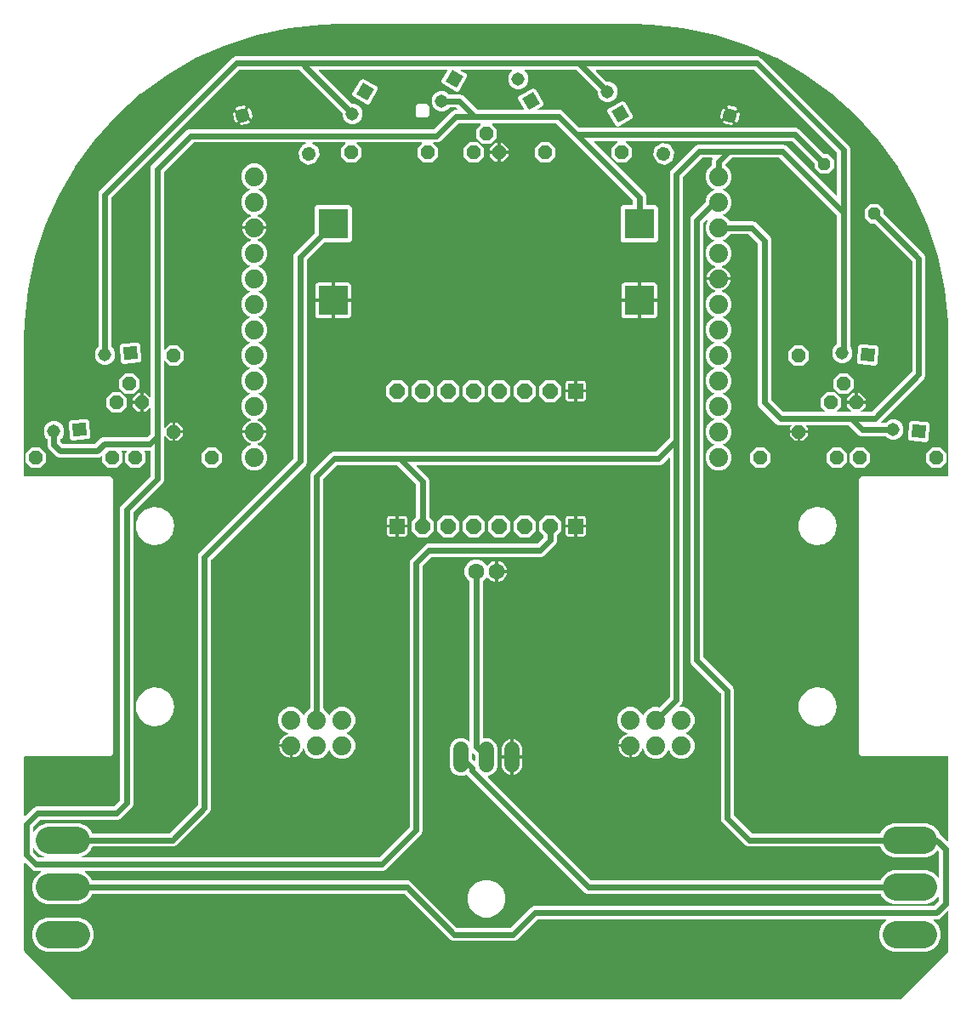
<source format=gbl>
G04 EAGLE Gerber RS-274X export*
G75*
%MOMM*%
%FSLAX34Y34*%
%LPD*%
%INSolder side*%
%IPPOS*%
%AMOC8*
5,1,8,0,0,1.08239X$1,22.5*%
G01*
%ADD10C,1.308000*%
%ADD11R,1.308000X1.308000*%
%ADD12P,1.429621X8X22.500000*%
%ADD13P,1.429621X8X202.500000*%
%ADD14P,1.429621X8X112.500000*%
%ADD15P,1.429621X8X352.500000*%
%ADD16P,1.429621X8X232.500000*%
%ADD17R,3.000000X3.000000*%
%ADD18C,1.879600*%
%ADD19C,2.705100*%
%ADD20R,1.508000X1.508000*%
%ADD21P,1.632244X8X112.500000*%
%ADD22C,1.524000*%
%ADD23C,1.600000*%
%ADD24C,0.609600*%
%ADD25P,1.319650X8X22.500000*%

G36*
X104855Y-267715D02*
X104855Y-267715D01*
X391852Y-267715D01*
X391967Y-267696D01*
X392083Y-267679D01*
X392089Y-267677D01*
X392095Y-267676D01*
X392197Y-267621D01*
X392302Y-267568D01*
X392307Y-267563D01*
X392312Y-267560D01*
X392392Y-267476D01*
X392474Y-267392D01*
X392478Y-267386D01*
X392481Y-267382D01*
X392489Y-267365D01*
X392555Y-267245D01*
X393633Y-264644D01*
X398438Y-259838D01*
X404717Y-257238D01*
X438563Y-257238D01*
X444842Y-259838D01*
X449296Y-264292D01*
X449354Y-264334D01*
X449406Y-264384D01*
X449453Y-264405D01*
X449495Y-264436D01*
X449564Y-264457D01*
X449629Y-264487D01*
X449681Y-264493D01*
X449731Y-264508D01*
X449802Y-264506D01*
X449873Y-264514D01*
X449924Y-264503D01*
X449976Y-264502D01*
X450044Y-264477D01*
X450114Y-264462D01*
X450159Y-264435D01*
X450207Y-264417D01*
X450263Y-264373D01*
X450325Y-264336D01*
X450359Y-264296D01*
X450399Y-264264D01*
X450438Y-264203D01*
X450485Y-264149D01*
X450504Y-264101D01*
X450532Y-264057D01*
X450550Y-263987D01*
X450577Y-263921D01*
X450585Y-263849D01*
X450593Y-263818D01*
X450591Y-263795D01*
X450595Y-263754D01*
X450595Y-239271D01*
X450581Y-239181D01*
X450573Y-239090D01*
X450561Y-239060D01*
X450556Y-239028D01*
X450531Y-238983D01*
X450531Y-238980D01*
X450523Y-238968D01*
X450513Y-238948D01*
X450477Y-238864D01*
X450451Y-238832D01*
X450440Y-238811D01*
X450417Y-238789D01*
X450415Y-238786D01*
X450405Y-238769D01*
X450394Y-238760D01*
X450372Y-238733D01*
X449685Y-238045D01*
X449669Y-238034D01*
X449656Y-238018D01*
X449569Y-237962D01*
X449485Y-237902D01*
X449466Y-237896D01*
X449449Y-237885D01*
X449349Y-237860D01*
X449250Y-237829D01*
X449230Y-237830D01*
X449211Y-237825D01*
X449108Y-237833D01*
X449004Y-237836D01*
X448985Y-237843D01*
X448965Y-237844D01*
X448871Y-237885D01*
X448773Y-237920D01*
X448757Y-237933D01*
X448739Y-237940D01*
X448608Y-238045D01*
X444842Y-241812D01*
X438563Y-244412D01*
X404717Y-244412D01*
X398438Y-241812D01*
X393633Y-237006D01*
X392555Y-234405D01*
X392494Y-234305D01*
X392434Y-234205D01*
X392429Y-234201D01*
X392426Y-234196D01*
X392336Y-234121D01*
X392247Y-234045D01*
X392241Y-234043D01*
X392236Y-234039D01*
X392128Y-233997D01*
X392019Y-233953D01*
X392011Y-233952D01*
X392007Y-233951D01*
X391988Y-233950D01*
X391852Y-233935D01*
X260306Y-233935D01*
X257879Y-232929D01*
X234431Y-209481D01*
X233425Y-207054D01*
X233425Y-81791D01*
X233411Y-81701D01*
X233403Y-81610D01*
X233391Y-81580D01*
X233386Y-81548D01*
X233343Y-81468D01*
X233307Y-81384D01*
X233281Y-81352D01*
X233270Y-81331D01*
X233247Y-81309D01*
X233202Y-81253D01*
X203951Y-52001D01*
X202945Y-49574D01*
X202945Y391204D01*
X203951Y393631D01*
X217962Y407643D01*
X218015Y407717D01*
X218075Y407786D01*
X218087Y407816D01*
X218106Y407843D01*
X218133Y407930D01*
X218167Y408014D01*
X218171Y408055D01*
X218178Y408078D01*
X218177Y408110D01*
X218185Y408181D01*
X218185Y410247D01*
X220158Y415008D01*
X223802Y418652D01*
X226250Y419667D01*
X226311Y419705D01*
X226377Y419734D01*
X226415Y419769D01*
X226459Y419796D01*
X226505Y419852D01*
X226558Y419900D01*
X226583Y419946D01*
X226616Y419986D01*
X226642Y420053D01*
X226676Y420116D01*
X226686Y420167D01*
X226704Y420215D01*
X226707Y420287D01*
X226720Y420358D01*
X226713Y420409D01*
X226715Y420461D01*
X226695Y420530D01*
X226684Y420601D01*
X226661Y420647D01*
X226646Y420697D01*
X226605Y420756D01*
X226573Y420820D01*
X226536Y420857D01*
X226506Y420899D01*
X226448Y420942D01*
X226397Y420992D01*
X226334Y421027D01*
X226309Y421046D01*
X226286Y421053D01*
X226250Y421073D01*
X223802Y422088D01*
X220158Y425732D01*
X218185Y430493D01*
X218185Y435647D01*
X220158Y440408D01*
X223802Y444052D01*
X224065Y444162D01*
X224165Y444223D01*
X224265Y444283D01*
X224269Y444288D01*
X224274Y444291D01*
X224349Y444381D01*
X224425Y444470D01*
X224427Y444476D01*
X224431Y444481D01*
X224473Y444589D01*
X224517Y444698D01*
X224518Y444706D01*
X224519Y444710D01*
X224520Y444729D01*
X224535Y444865D01*
X224535Y449624D01*
X225028Y450813D01*
X225038Y450857D01*
X225058Y450899D01*
X225066Y450976D01*
X225084Y451052D01*
X225080Y451098D01*
X225085Y451143D01*
X225068Y451220D01*
X225061Y451297D01*
X225042Y451339D01*
X225032Y451384D01*
X224992Y451451D01*
X224961Y451522D01*
X224930Y451556D01*
X224906Y451595D01*
X224847Y451646D01*
X224794Y451703D01*
X224754Y451725D01*
X224719Y451755D01*
X224647Y451784D01*
X224579Y451821D01*
X224534Y451830D01*
X224491Y451847D01*
X224355Y451862D01*
X224337Y451865D01*
X224332Y451864D01*
X224324Y451865D01*
X215141Y451865D01*
X215051Y451851D01*
X214960Y451843D01*
X214930Y451831D01*
X214898Y451826D01*
X214818Y451783D01*
X214734Y451747D01*
X214702Y451721D01*
X214681Y451710D01*
X214659Y451687D01*
X214603Y451642D01*
X196058Y433097D01*
X196005Y433023D01*
X195945Y432954D01*
X195933Y432924D01*
X195914Y432897D01*
X195887Y432811D01*
X195853Y432726D01*
X195849Y432685D01*
X195842Y432662D01*
X195843Y432630D01*
X195835Y432559D01*
X195835Y-88944D01*
X194829Y-91371D01*
X192505Y-93696D01*
X192463Y-93754D01*
X192414Y-93806D01*
X192392Y-93853D01*
X192361Y-93895D01*
X192340Y-93964D01*
X192310Y-94029D01*
X192304Y-94081D01*
X192289Y-94131D01*
X192291Y-94202D01*
X192283Y-94273D01*
X192294Y-94324D01*
X192295Y-94376D01*
X192320Y-94444D01*
X192335Y-94514D01*
X192362Y-94559D01*
X192380Y-94607D01*
X192425Y-94663D01*
X192461Y-94725D01*
X192501Y-94759D01*
X192533Y-94799D01*
X192594Y-94838D01*
X192648Y-94885D01*
X192697Y-94904D01*
X192740Y-94932D01*
X192810Y-94950D01*
X192876Y-94977D01*
X192948Y-94985D01*
X192979Y-94993D01*
X193002Y-94991D01*
X193043Y-94995D01*
X196887Y-94995D01*
X201648Y-96968D01*
X205292Y-100612D01*
X207265Y-105373D01*
X207265Y-110527D01*
X205292Y-115288D01*
X201648Y-118932D01*
X199200Y-119947D01*
X199139Y-119985D01*
X199073Y-120014D01*
X199035Y-120049D01*
X198991Y-120076D01*
X198945Y-120132D01*
X198892Y-120180D01*
X198867Y-120226D01*
X198834Y-120266D01*
X198808Y-120333D01*
X198774Y-120396D01*
X198764Y-120447D01*
X198746Y-120495D01*
X198743Y-120567D01*
X198730Y-120638D01*
X198737Y-120689D01*
X198735Y-120741D01*
X198755Y-120810D01*
X198766Y-120881D01*
X198789Y-120927D01*
X198804Y-120977D01*
X198845Y-121036D01*
X198877Y-121100D01*
X198914Y-121137D01*
X198944Y-121179D01*
X199002Y-121222D01*
X199053Y-121272D01*
X199116Y-121307D01*
X199141Y-121326D01*
X199164Y-121333D01*
X199200Y-121353D01*
X201648Y-122368D01*
X205292Y-126012D01*
X207265Y-130773D01*
X207265Y-135927D01*
X205823Y-139409D01*
X205822Y-139409D01*
X205292Y-140688D01*
X201648Y-144332D01*
X196887Y-146305D01*
X191733Y-146305D01*
X186972Y-144332D01*
X183328Y-140688D01*
X182818Y-139457D01*
X182313Y-138240D01*
X182275Y-138179D01*
X182246Y-138113D01*
X182211Y-138075D01*
X182184Y-138031D01*
X182128Y-137985D01*
X182080Y-137932D01*
X182034Y-137907D01*
X181994Y-137874D01*
X181927Y-137848D01*
X181864Y-137814D01*
X181813Y-137804D01*
X181765Y-137786D01*
X181693Y-137783D01*
X181622Y-137770D01*
X181571Y-137777D01*
X181519Y-137775D01*
X181450Y-137795D01*
X181379Y-137806D01*
X181333Y-137829D01*
X181283Y-137844D01*
X181224Y-137885D01*
X181160Y-137917D01*
X181123Y-137954D01*
X181081Y-137984D01*
X181038Y-138042D01*
X180988Y-138093D01*
X180953Y-138156D01*
X180934Y-138181D01*
X180927Y-138204D01*
X180907Y-138240D01*
X179892Y-140688D01*
X176248Y-144332D01*
X171487Y-146305D01*
X166333Y-146305D01*
X161572Y-144332D01*
X157928Y-140688D01*
X156336Y-136846D01*
X156283Y-136761D01*
X156235Y-136671D01*
X156218Y-136656D01*
X156207Y-136637D01*
X156129Y-136573D01*
X156054Y-136504D01*
X156034Y-136495D01*
X156017Y-136481D01*
X155923Y-136444D01*
X155830Y-136402D01*
X155808Y-136400D01*
X155787Y-136392D01*
X155686Y-136388D01*
X155586Y-136378D01*
X155564Y-136383D01*
X155542Y-136382D01*
X155445Y-136410D01*
X155346Y-136433D01*
X155327Y-136444D01*
X155305Y-136450D01*
X155222Y-136508D01*
X155136Y-136561D01*
X155122Y-136578D01*
X155103Y-136591D01*
X155043Y-136672D01*
X154978Y-136750D01*
X154967Y-136775D01*
X154957Y-136788D01*
X154947Y-136819D01*
X154909Y-136902D01*
X154574Y-137933D01*
X153816Y-139420D01*
X153721Y-139607D01*
X152616Y-141128D01*
X151288Y-142456D01*
X149767Y-143561D01*
X148093Y-144414D01*
X146306Y-144995D01*
X145033Y-145196D01*
X145033Y-134112D01*
X145030Y-134092D01*
X145032Y-134073D01*
X145010Y-133971D01*
X144993Y-133869D01*
X144984Y-133852D01*
X144980Y-133832D01*
X144927Y-133743D01*
X144878Y-133652D01*
X144864Y-133638D01*
X144854Y-133621D01*
X144775Y-133554D01*
X144700Y-133483D01*
X144682Y-133474D01*
X144667Y-133461D01*
X144571Y-133423D01*
X144477Y-133379D01*
X144457Y-133377D01*
X144439Y-133369D01*
X144272Y-133351D01*
X143509Y-133351D01*
X143509Y-132588D01*
X143506Y-132568D01*
X143508Y-132549D01*
X143486Y-132447D01*
X143469Y-132345D01*
X143460Y-132328D01*
X143456Y-132308D01*
X143403Y-132219D01*
X143354Y-132128D01*
X143340Y-132114D01*
X143330Y-132097D01*
X143251Y-132030D01*
X143176Y-131959D01*
X143158Y-131950D01*
X143143Y-131937D01*
X143047Y-131898D01*
X142953Y-131855D01*
X142933Y-131853D01*
X142915Y-131845D01*
X142748Y-131827D01*
X131664Y-131827D01*
X131865Y-130554D01*
X132446Y-128767D01*
X133299Y-127093D01*
X134404Y-125572D01*
X135732Y-124244D01*
X137253Y-123139D01*
X138927Y-122286D01*
X139958Y-121951D01*
X140048Y-121905D01*
X140140Y-121864D01*
X140156Y-121849D01*
X140176Y-121838D01*
X140247Y-121766D01*
X140321Y-121697D01*
X140332Y-121678D01*
X140347Y-121662D01*
X140391Y-121570D01*
X140440Y-121482D01*
X140444Y-121460D01*
X140453Y-121440D01*
X140465Y-121339D01*
X140483Y-121240D01*
X140480Y-121218D01*
X140483Y-121196D01*
X140462Y-121097D01*
X140448Y-120996D01*
X140438Y-120976D01*
X140433Y-120955D01*
X140382Y-120867D01*
X140336Y-120777D01*
X140320Y-120761D01*
X140309Y-120742D01*
X140233Y-120676D01*
X140161Y-120605D01*
X140136Y-120591D01*
X140124Y-120580D01*
X140094Y-120568D01*
X140014Y-120524D01*
X136172Y-118932D01*
X132528Y-115288D01*
X130555Y-110527D01*
X130555Y-105373D01*
X132528Y-100612D01*
X136172Y-96968D01*
X140933Y-94995D01*
X146087Y-94995D01*
X150848Y-96968D01*
X154492Y-100612D01*
X155507Y-103060D01*
X155545Y-103121D01*
X155574Y-103187D01*
X155609Y-103225D01*
X155636Y-103269D01*
X155692Y-103315D01*
X155740Y-103368D01*
X155786Y-103393D01*
X155826Y-103426D01*
X155893Y-103452D01*
X155956Y-103486D01*
X156007Y-103496D01*
X156055Y-103514D01*
X156127Y-103517D01*
X156198Y-103530D01*
X156249Y-103523D01*
X156301Y-103525D01*
X156370Y-103505D01*
X156441Y-103494D01*
X156487Y-103471D01*
X156537Y-103456D01*
X156596Y-103415D01*
X156660Y-103383D01*
X156697Y-103346D01*
X156739Y-103316D01*
X156782Y-103258D01*
X156832Y-103207D01*
X156867Y-103144D01*
X156886Y-103119D01*
X156893Y-103096D01*
X156913Y-103060D01*
X157928Y-100612D01*
X161572Y-96968D01*
X166333Y-94995D01*
X171487Y-94995D01*
X171750Y-95104D01*
X171864Y-95131D01*
X171978Y-95160D01*
X171984Y-95159D01*
X171990Y-95161D01*
X172106Y-95150D01*
X172223Y-95141D01*
X172229Y-95138D01*
X172235Y-95138D01*
X172342Y-95090D01*
X172449Y-95044D01*
X172455Y-95040D01*
X172459Y-95038D01*
X172473Y-95025D01*
X172580Y-94939D01*
X182402Y-85117D01*
X182455Y-85043D01*
X182515Y-84974D01*
X182527Y-84944D01*
X182546Y-84917D01*
X182573Y-84830D01*
X182607Y-84746D01*
X182611Y-84705D01*
X182618Y-84682D01*
X182617Y-84650D01*
X182625Y-84579D01*
X182625Y152397D01*
X182614Y152468D01*
X182612Y152539D01*
X182594Y152588D01*
X182586Y152640D01*
X182552Y152703D01*
X182527Y152770D01*
X182495Y152811D01*
X182470Y152857D01*
X182418Y152906D01*
X182374Y152962D01*
X182330Y152991D01*
X182292Y153026D01*
X182227Y153057D01*
X182167Y153095D01*
X182116Y153108D01*
X182069Y153130D01*
X181998Y153138D01*
X181928Y153155D01*
X181876Y153151D01*
X181825Y153157D01*
X181754Y153142D01*
X181683Y153136D01*
X181635Y153116D01*
X181584Y153105D01*
X181523Y153068D01*
X181457Y153040D01*
X181401Y152995D01*
X181373Y152979D01*
X181358Y152961D01*
X181326Y152935D01*
X175191Y146801D01*
X172764Y145795D01*
X-68577Y145795D01*
X-68648Y145784D01*
X-68719Y145782D01*
X-68768Y145764D01*
X-68820Y145756D01*
X-68883Y145722D01*
X-68950Y145697D01*
X-68991Y145665D01*
X-69037Y145640D01*
X-69086Y145588D01*
X-69142Y145544D01*
X-69171Y145500D01*
X-69206Y145462D01*
X-69237Y145397D01*
X-69275Y145337D01*
X-69288Y145286D01*
X-69310Y145239D01*
X-69318Y145168D01*
X-69335Y145098D01*
X-69331Y145046D01*
X-69337Y144995D01*
X-69322Y144924D01*
X-69316Y144853D01*
X-69296Y144805D01*
X-69285Y144754D01*
X-69248Y144693D01*
X-69220Y144627D01*
X-69175Y144571D01*
X-69159Y144543D01*
X-69141Y144528D01*
X-69115Y144496D01*
X-57901Y133281D01*
X-56895Y130854D01*
X-56895Y94494D01*
X-56881Y94404D01*
X-56873Y94313D01*
X-56861Y94283D01*
X-56856Y94251D01*
X-56813Y94170D01*
X-56777Y94086D01*
X-56751Y94054D01*
X-56740Y94034D01*
X-56717Y94011D01*
X-56672Y93955D01*
X-52403Y89686D01*
X-52403Y80494D01*
X-58904Y73993D01*
X-68096Y73993D01*
X-74597Y80494D01*
X-74597Y89686D01*
X-70328Y93955D01*
X-70275Y94029D01*
X-70215Y94099D01*
X-70203Y94129D01*
X-70184Y94155D01*
X-70157Y94242D01*
X-70123Y94327D01*
X-70119Y94368D01*
X-70112Y94390D01*
X-70113Y94422D01*
X-70105Y94494D01*
X-70105Y126489D01*
X-70119Y126579D01*
X-70127Y126670D01*
X-70139Y126700D01*
X-70144Y126732D01*
X-70187Y126812D01*
X-70223Y126896D01*
X-70249Y126928D01*
X-70260Y126949D01*
X-70283Y126971D01*
X-70328Y127027D01*
X-88873Y145572D01*
X-88947Y145625D01*
X-89016Y145685D01*
X-89046Y145697D01*
X-89073Y145716D01*
X-89160Y145743D01*
X-89244Y145777D01*
X-89285Y145781D01*
X-89308Y145788D01*
X-89340Y145787D01*
X-89411Y145795D01*
X-148079Y145795D01*
X-148169Y145781D01*
X-148260Y145773D01*
X-148290Y145761D01*
X-148322Y145756D01*
X-148402Y145713D01*
X-148486Y145677D01*
X-148518Y145651D01*
X-148539Y145640D01*
X-148561Y145617D01*
X-148617Y145572D01*
X-162082Y132107D01*
X-162135Y132033D01*
X-162195Y131964D01*
X-162207Y131934D01*
X-162226Y131907D01*
X-162253Y131821D01*
X-162287Y131736D01*
X-162291Y131695D01*
X-162298Y131672D01*
X-162297Y131640D01*
X-162305Y131569D01*
X-162305Y-96155D01*
X-162286Y-96270D01*
X-162269Y-96386D01*
X-162267Y-96392D01*
X-162266Y-96398D01*
X-162211Y-96500D01*
X-162158Y-96605D01*
X-162153Y-96610D01*
X-162150Y-96615D01*
X-162066Y-96695D01*
X-161982Y-96777D01*
X-161976Y-96781D01*
X-161972Y-96785D01*
X-161955Y-96792D01*
X-161835Y-96858D01*
X-161572Y-96968D01*
X-157928Y-100612D01*
X-156913Y-103060D01*
X-156875Y-103121D01*
X-156846Y-103187D01*
X-156811Y-103225D01*
X-156784Y-103269D01*
X-156728Y-103315D01*
X-156680Y-103368D01*
X-156634Y-103393D01*
X-156594Y-103426D01*
X-156527Y-103452D01*
X-156464Y-103486D01*
X-156413Y-103496D01*
X-156365Y-103514D01*
X-156293Y-103517D01*
X-156222Y-103530D01*
X-156171Y-103523D01*
X-156119Y-103525D01*
X-156050Y-103505D01*
X-155979Y-103494D01*
X-155933Y-103471D01*
X-155883Y-103456D01*
X-155824Y-103415D01*
X-155760Y-103383D01*
X-155723Y-103346D01*
X-155681Y-103316D01*
X-155638Y-103258D01*
X-155588Y-103207D01*
X-155553Y-103144D01*
X-155534Y-103119D01*
X-155527Y-103096D01*
X-155507Y-103060D01*
X-154492Y-100612D01*
X-150848Y-96968D01*
X-146087Y-94995D01*
X-140933Y-94995D01*
X-136172Y-96968D01*
X-132528Y-100612D01*
X-130555Y-105373D01*
X-130555Y-110527D01*
X-132528Y-115288D01*
X-136172Y-118932D01*
X-138620Y-119947D01*
X-138681Y-119985D01*
X-138747Y-120014D01*
X-138785Y-120049D01*
X-138829Y-120076D01*
X-138875Y-120132D01*
X-138928Y-120180D01*
X-138953Y-120226D01*
X-138986Y-120266D01*
X-139012Y-120333D01*
X-139046Y-120396D01*
X-139056Y-120447D01*
X-139074Y-120495D01*
X-139077Y-120567D01*
X-139090Y-120638D01*
X-139083Y-120689D01*
X-139085Y-120741D01*
X-139065Y-120810D01*
X-139054Y-120881D01*
X-139031Y-120927D01*
X-139016Y-120977D01*
X-138975Y-121036D01*
X-138943Y-121100D01*
X-138906Y-121137D01*
X-138876Y-121179D01*
X-138818Y-121222D01*
X-138767Y-121272D01*
X-138704Y-121307D01*
X-138679Y-121326D01*
X-138656Y-121333D01*
X-138620Y-121353D01*
X-136172Y-122368D01*
X-132528Y-126012D01*
X-130555Y-130773D01*
X-130555Y-135927D01*
X-132528Y-140688D01*
X-136172Y-144332D01*
X-140933Y-146305D01*
X-146087Y-146305D01*
X-150848Y-144332D01*
X-154492Y-140688D01*
X-155507Y-138240D01*
X-155545Y-138179D01*
X-155574Y-138113D01*
X-155609Y-138075D01*
X-155636Y-138031D01*
X-155692Y-137985D01*
X-155740Y-137932D01*
X-155786Y-137907D01*
X-155826Y-137874D01*
X-155893Y-137848D01*
X-155956Y-137814D01*
X-156007Y-137804D01*
X-156055Y-137786D01*
X-156127Y-137783D01*
X-156198Y-137770D01*
X-156249Y-137777D01*
X-156301Y-137775D01*
X-156370Y-137795D01*
X-156441Y-137806D01*
X-156487Y-137829D01*
X-156537Y-137844D01*
X-156596Y-137885D01*
X-156660Y-137917D01*
X-156697Y-137954D01*
X-156739Y-137984D01*
X-156782Y-138042D01*
X-156832Y-138093D01*
X-156867Y-138156D01*
X-156886Y-138181D01*
X-156893Y-138204D01*
X-156913Y-138240D01*
X-157928Y-140688D01*
X-161572Y-144332D01*
X-166333Y-146305D01*
X-171487Y-146305D01*
X-176248Y-144332D01*
X-179892Y-140688D01*
X-181484Y-136846D01*
X-181537Y-136761D01*
X-181585Y-136671D01*
X-181602Y-136656D01*
X-181613Y-136637D01*
X-181691Y-136573D01*
X-181766Y-136504D01*
X-181786Y-136495D01*
X-181803Y-136481D01*
X-181897Y-136444D01*
X-181990Y-136402D01*
X-182012Y-136400D01*
X-182033Y-136392D01*
X-182134Y-136388D01*
X-182234Y-136378D01*
X-182256Y-136383D01*
X-182278Y-136382D01*
X-182375Y-136410D01*
X-182474Y-136433D01*
X-182493Y-136444D01*
X-182515Y-136450D01*
X-182598Y-136508D01*
X-182684Y-136561D01*
X-182698Y-136578D01*
X-182717Y-136591D01*
X-182777Y-136672D01*
X-182842Y-136750D01*
X-182853Y-136775D01*
X-182863Y-136788D01*
X-182873Y-136819D01*
X-182911Y-136902D01*
X-183246Y-137933D01*
X-184004Y-139420D01*
X-184099Y-139607D01*
X-185204Y-141128D01*
X-186532Y-142456D01*
X-188053Y-143561D01*
X-189727Y-144414D01*
X-191514Y-144995D01*
X-192787Y-145196D01*
X-192787Y-134112D01*
X-192790Y-134092D01*
X-192788Y-134073D01*
X-192810Y-133971D01*
X-192827Y-133869D01*
X-192836Y-133852D01*
X-192840Y-133832D01*
X-192893Y-133743D01*
X-192942Y-133652D01*
X-192956Y-133638D01*
X-192966Y-133621D01*
X-193045Y-133554D01*
X-193120Y-133483D01*
X-193138Y-133474D01*
X-193153Y-133461D01*
X-193249Y-133423D01*
X-193343Y-133379D01*
X-193363Y-133377D01*
X-193381Y-133369D01*
X-193548Y-133351D01*
X-194311Y-133351D01*
X-194311Y-132588D01*
X-194314Y-132568D01*
X-194312Y-132549D01*
X-194334Y-132447D01*
X-194351Y-132345D01*
X-194360Y-132328D01*
X-194364Y-132308D01*
X-194417Y-132219D01*
X-194466Y-132128D01*
X-194480Y-132114D01*
X-194490Y-132097D01*
X-194569Y-132030D01*
X-194644Y-131959D01*
X-194662Y-131950D01*
X-194677Y-131937D01*
X-194773Y-131898D01*
X-194867Y-131855D01*
X-194887Y-131853D01*
X-194905Y-131845D01*
X-195072Y-131827D01*
X-206156Y-131827D01*
X-205955Y-130554D01*
X-205374Y-128767D01*
X-204521Y-127093D01*
X-203416Y-125572D01*
X-202088Y-124244D01*
X-200567Y-123139D01*
X-198893Y-122286D01*
X-197862Y-121951D01*
X-197772Y-121905D01*
X-197680Y-121864D01*
X-197664Y-121849D01*
X-197644Y-121838D01*
X-197573Y-121766D01*
X-197499Y-121697D01*
X-197488Y-121678D01*
X-197473Y-121662D01*
X-197429Y-121570D01*
X-197380Y-121482D01*
X-197376Y-121460D01*
X-197367Y-121440D01*
X-197355Y-121339D01*
X-197337Y-121240D01*
X-197340Y-121218D01*
X-197337Y-121196D01*
X-197358Y-121097D01*
X-197372Y-120996D01*
X-197382Y-120976D01*
X-197387Y-120955D01*
X-197438Y-120867D01*
X-197484Y-120777D01*
X-197500Y-120761D01*
X-197511Y-120742D01*
X-197587Y-120676D01*
X-197659Y-120605D01*
X-197684Y-120591D01*
X-197696Y-120580D01*
X-197726Y-120568D01*
X-197806Y-120524D01*
X-201648Y-118932D01*
X-205292Y-115288D01*
X-207265Y-110527D01*
X-207265Y-105373D01*
X-205292Y-100612D01*
X-201648Y-96968D01*
X-196887Y-94995D01*
X-191733Y-94995D01*
X-186972Y-96968D01*
X-183328Y-100612D01*
X-182313Y-103060D01*
X-182275Y-103121D01*
X-182246Y-103187D01*
X-182211Y-103225D01*
X-182184Y-103269D01*
X-182128Y-103315D01*
X-182080Y-103368D01*
X-182034Y-103393D01*
X-181994Y-103426D01*
X-181927Y-103452D01*
X-181864Y-103486D01*
X-181813Y-103496D01*
X-181765Y-103514D01*
X-181693Y-103517D01*
X-181622Y-103530D01*
X-181571Y-103523D01*
X-181519Y-103525D01*
X-181450Y-103505D01*
X-181379Y-103494D01*
X-181333Y-103471D01*
X-181283Y-103456D01*
X-181224Y-103415D01*
X-181160Y-103383D01*
X-181123Y-103346D01*
X-181081Y-103316D01*
X-181038Y-103258D01*
X-180988Y-103207D01*
X-180953Y-103144D01*
X-180934Y-103119D01*
X-180927Y-103096D01*
X-180907Y-103060D01*
X-179892Y-100612D01*
X-176248Y-96968D01*
X-175985Y-96858D01*
X-175885Y-96797D01*
X-175785Y-96737D01*
X-175781Y-96732D01*
X-175776Y-96729D01*
X-175701Y-96639D01*
X-175625Y-96550D01*
X-175623Y-96544D01*
X-175619Y-96539D01*
X-175577Y-96431D01*
X-175533Y-96322D01*
X-175532Y-96314D01*
X-175531Y-96310D01*
X-175530Y-96291D01*
X-175515Y-96155D01*
X-175515Y135934D01*
X-174509Y138361D01*
X-172544Y140326D01*
X-154871Y157999D01*
X-152444Y159005D01*
X168399Y159005D01*
X168489Y159019D01*
X168580Y159027D01*
X168610Y159039D01*
X168642Y159044D01*
X168722Y159087D01*
X168806Y159123D01*
X168838Y159149D01*
X168859Y159160D01*
X168881Y159183D01*
X168937Y159228D01*
X182402Y172693D01*
X182455Y172767D01*
X182515Y172836D01*
X182527Y172866D01*
X182546Y172893D01*
X182573Y172980D01*
X182607Y173064D01*
X182611Y173105D01*
X182618Y173128D01*
X182617Y173160D01*
X182625Y173231D01*
X182625Y436924D01*
X183631Y439351D01*
X185596Y441316D01*
X206384Y462104D01*
X208349Y464069D01*
X210776Y465075D01*
X295954Y465075D01*
X298381Y464069D01*
X300346Y462104D01*
X347696Y414755D01*
X347754Y414713D01*
X347806Y414664D01*
X347853Y414642D01*
X347895Y414611D01*
X347964Y414590D01*
X348029Y414560D01*
X348081Y414554D01*
X348131Y414539D01*
X348202Y414541D01*
X348273Y414533D01*
X348324Y414544D01*
X348376Y414545D01*
X348444Y414570D01*
X348514Y414585D01*
X348559Y414612D01*
X348607Y414630D01*
X348663Y414675D01*
X348725Y414711D01*
X348759Y414751D01*
X348799Y414783D01*
X348838Y414844D01*
X348885Y414898D01*
X348904Y414947D01*
X348932Y414990D01*
X348950Y415060D01*
X348977Y415126D01*
X348985Y415198D01*
X348993Y415229D01*
X348991Y415252D01*
X348995Y415293D01*
X348995Y456689D01*
X348981Y456779D01*
X348973Y456870D01*
X348961Y456900D01*
X348956Y456932D01*
X348913Y457012D01*
X348877Y457096D01*
X348851Y457128D01*
X348840Y457149D01*
X348817Y457171D01*
X348772Y457227D01*
X266727Y539272D01*
X266653Y539325D01*
X266584Y539385D01*
X266554Y539397D01*
X266527Y539416D01*
X266440Y539443D01*
X266356Y539477D01*
X266315Y539481D01*
X266292Y539488D01*
X266260Y539487D01*
X266189Y539495D01*
X110062Y539495D01*
X109991Y539484D01*
X109919Y539482D01*
X109870Y539464D01*
X109819Y539456D01*
X109755Y539422D01*
X109688Y539397D01*
X109647Y539365D01*
X109601Y539340D01*
X109552Y539288D01*
X109496Y539244D01*
X109468Y539200D01*
X109432Y539162D01*
X109402Y539097D01*
X109363Y539037D01*
X109350Y538986D01*
X109328Y538939D01*
X109321Y538868D01*
X109303Y538798D01*
X109307Y538746D01*
X109301Y538695D01*
X109317Y538624D01*
X109322Y538553D01*
X109342Y538505D01*
X109354Y538454D01*
X109390Y538393D01*
X109418Y538327D01*
X109463Y538271D01*
X109480Y538243D01*
X109498Y538228D01*
X109523Y538196D01*
X119671Y528048D01*
X119745Y527995D01*
X119814Y527936D01*
X119844Y527923D01*
X119871Y527905D01*
X119958Y527878D01*
X120042Y527844D01*
X120083Y527839D01*
X120106Y527832D01*
X120138Y527833D01*
X120209Y527825D01*
X122658Y527825D01*
X126369Y526288D01*
X129210Y523448D01*
X130747Y519737D01*
X130747Y515720D01*
X129210Y512009D01*
X126369Y509169D01*
X122658Y507632D01*
X118642Y507632D01*
X114931Y509169D01*
X112090Y512009D01*
X110553Y515720D01*
X110553Y518169D01*
X110539Y518259D01*
X110531Y518350D01*
X110519Y518380D01*
X110514Y518412D01*
X110471Y518493D01*
X110435Y518577D01*
X110409Y518609D01*
X110398Y518630D01*
X110375Y518652D01*
X110330Y518708D01*
X89766Y539272D01*
X89692Y539325D01*
X89622Y539385D01*
X89592Y539397D01*
X89566Y539416D01*
X89479Y539443D01*
X89394Y539477D01*
X89353Y539481D01*
X89331Y539488D01*
X89299Y539487D01*
X89227Y539495D01*
X38800Y539495D01*
X38729Y539484D01*
X38658Y539482D01*
X38609Y539464D01*
X38557Y539456D01*
X38494Y539422D01*
X38427Y539397D01*
X38386Y539365D01*
X38340Y539340D01*
X38290Y539288D01*
X38234Y539244D01*
X38206Y539200D01*
X38170Y539162D01*
X38140Y539097D01*
X38101Y539037D01*
X38089Y538986D01*
X38067Y538939D01*
X38059Y538868D01*
X38041Y538798D01*
X38045Y538746D01*
X38040Y538695D01*
X38055Y538624D01*
X38061Y538553D01*
X38081Y538505D01*
X38092Y538454D01*
X38129Y538393D01*
X38157Y538327D01*
X38202Y538271D01*
X38218Y538243D01*
X38236Y538228D01*
X38262Y538196D01*
X40310Y536148D01*
X41847Y532437D01*
X41847Y528420D01*
X40310Y524709D01*
X37469Y521869D01*
X33758Y520332D01*
X29742Y520332D01*
X26031Y521869D01*
X23190Y524709D01*
X21653Y528420D01*
X21653Y532437D01*
X23190Y536148D01*
X25238Y538196D01*
X25280Y538254D01*
X25330Y538306D01*
X25351Y538353D01*
X25382Y538395D01*
X25403Y538464D01*
X25433Y538529D01*
X25439Y538581D01*
X25454Y538631D01*
X25452Y538702D01*
X25460Y538773D01*
X25449Y538824D01*
X25448Y538876D01*
X25423Y538944D01*
X25408Y539014D01*
X25381Y539059D01*
X25363Y539107D01*
X25319Y539163D01*
X25282Y539225D01*
X25242Y539259D01*
X25210Y539299D01*
X25149Y539338D01*
X25095Y539385D01*
X25047Y539404D01*
X25003Y539432D01*
X24933Y539450D01*
X24867Y539477D01*
X24795Y539485D01*
X24764Y539493D01*
X24741Y539491D01*
X24700Y539495D01*
X-24420Y539495D01*
X-24467Y539488D01*
X-24515Y539489D01*
X-24588Y539468D01*
X-24662Y539456D01*
X-24705Y539433D01*
X-24751Y539419D01*
X-24813Y539376D01*
X-24880Y539340D01*
X-24913Y539306D01*
X-24952Y539278D01*
X-24997Y539217D01*
X-25049Y539162D01*
X-25069Y539119D01*
X-25098Y539080D01*
X-25121Y539008D01*
X-25153Y538939D01*
X-25158Y538891D01*
X-25173Y538846D01*
X-25172Y538770D01*
X-25180Y538695D01*
X-25170Y538648D01*
X-25169Y538600D01*
X-25144Y538528D01*
X-25128Y538454D01*
X-25103Y538413D01*
X-25087Y538368D01*
X-25040Y538308D01*
X-25001Y538243D01*
X-24965Y538212D01*
X-24935Y538174D01*
X-24832Y538098D01*
X-24815Y538083D01*
X-24808Y538081D01*
X-24800Y538075D01*
X-19762Y535166D01*
X-18999Y532320D01*
X-27013Y518440D01*
X-29859Y517678D01*
X-43738Y525691D01*
X-44501Y528537D01*
X-38833Y538353D01*
X-38800Y538442D01*
X-38759Y538529D01*
X-38756Y538557D01*
X-38746Y538583D01*
X-38743Y538679D01*
X-38732Y538773D01*
X-38738Y538801D01*
X-38737Y538829D01*
X-38764Y538921D01*
X-38785Y539014D01*
X-38799Y539038D01*
X-38807Y539065D01*
X-38862Y539143D01*
X-38911Y539225D01*
X-38932Y539243D01*
X-38948Y539266D01*
X-39025Y539323D01*
X-39098Y539385D01*
X-39124Y539395D01*
X-39147Y539412D01*
X-39237Y539441D01*
X-39326Y539477D01*
X-39361Y539481D01*
X-39381Y539487D01*
X-39414Y539487D01*
X-39492Y539495D01*
X-165935Y539495D01*
X-166006Y539484D01*
X-166078Y539482D01*
X-166127Y539464D01*
X-166178Y539456D01*
X-166242Y539422D01*
X-166309Y539397D01*
X-166350Y539365D01*
X-166396Y539340D01*
X-166445Y539288D01*
X-166501Y539244D01*
X-166529Y539200D01*
X-166565Y539162D01*
X-166595Y539097D01*
X-166634Y539037D01*
X-166647Y538986D01*
X-166669Y538939D01*
X-166677Y538868D01*
X-166694Y538798D01*
X-166690Y538746D01*
X-166696Y538695D01*
X-166680Y538624D01*
X-166675Y538553D01*
X-166655Y538505D01*
X-166643Y538454D01*
X-166607Y538393D01*
X-166579Y538327D01*
X-166534Y538271D01*
X-166517Y538243D01*
X-166499Y538228D01*
X-166474Y538196D01*
X-134329Y506051D01*
X-134255Y505998D01*
X-134186Y505939D01*
X-134156Y505926D01*
X-134129Y505908D01*
X-134042Y505881D01*
X-133958Y505847D01*
X-133917Y505842D01*
X-133894Y505835D01*
X-133862Y505836D01*
X-133791Y505828D01*
X-131342Y505828D01*
X-127631Y504291D01*
X-124790Y501451D01*
X-123253Y497740D01*
X-123253Y493723D01*
X-124790Y490012D01*
X-127631Y487172D01*
X-131342Y485635D01*
X-135358Y485635D01*
X-139069Y487172D01*
X-141910Y490012D01*
X-143447Y493723D01*
X-143447Y496172D01*
X-143461Y496262D01*
X-143469Y496353D01*
X-143481Y496383D01*
X-143486Y496415D01*
X-143529Y496496D01*
X-143565Y496580D01*
X-143591Y496612D01*
X-143602Y496632D01*
X-143625Y496655D01*
X-143670Y496711D01*
X-186231Y539272D01*
X-186305Y539325D01*
X-186375Y539385D01*
X-186405Y539397D01*
X-186431Y539416D01*
X-186518Y539443D01*
X-186603Y539477D01*
X-186644Y539481D01*
X-186666Y539488D01*
X-186698Y539487D01*
X-186770Y539495D01*
X-245869Y539495D01*
X-245959Y539481D01*
X-246050Y539473D01*
X-246080Y539461D01*
X-246112Y539456D01*
X-246192Y539413D01*
X-246276Y539377D01*
X-246308Y539351D01*
X-246329Y539340D01*
X-246351Y539317D01*
X-246407Y539272D01*
X-372871Y412808D01*
X-372916Y412746D01*
X-372944Y412717D01*
X-372949Y412705D01*
X-372984Y412665D01*
X-372996Y412635D01*
X-373015Y412608D01*
X-373042Y412521D01*
X-373076Y412437D01*
X-373080Y412396D01*
X-373087Y412373D01*
X-373086Y412341D01*
X-373094Y412270D01*
X-373094Y263644D01*
X-373080Y263553D01*
X-373072Y263463D01*
X-373060Y263433D01*
X-373055Y263401D01*
X-373012Y263320D01*
X-372976Y263236D01*
X-372950Y263204D01*
X-372940Y263183D01*
X-372916Y263161D01*
X-372871Y263105D01*
X-371139Y261373D01*
X-369602Y257662D01*
X-369602Y253646D01*
X-371139Y249935D01*
X-373980Y247094D01*
X-377691Y245557D01*
X-381707Y245557D01*
X-385418Y247094D01*
X-388259Y249935D01*
X-389796Y253646D01*
X-389796Y257662D01*
X-388259Y261373D01*
X-386527Y263105D01*
X-386474Y263179D01*
X-386414Y263249D01*
X-386402Y263279D01*
X-386383Y263305D01*
X-386356Y263392D01*
X-386322Y263477D01*
X-386318Y263518D01*
X-386311Y263540D01*
X-386312Y263572D01*
X-386304Y263644D01*
X-386304Y416635D01*
X-385298Y419062D01*
X-252661Y551699D01*
X-250234Y552705D01*
X270554Y552705D01*
X272981Y551699D01*
X361199Y463481D01*
X362205Y461054D01*
X362205Y264176D01*
X362219Y264086D01*
X362227Y263995D01*
X362239Y263966D01*
X362244Y263934D01*
X362287Y263853D01*
X362323Y263769D01*
X362349Y263737D01*
X362360Y263716D01*
X362383Y263694D01*
X362428Y263638D01*
X362920Y263145D01*
X364458Y259434D01*
X364458Y255418D01*
X362920Y251707D01*
X360080Y248866D01*
X356369Y247329D01*
X352353Y247329D01*
X348642Y248866D01*
X345801Y251707D01*
X344264Y255418D01*
X344264Y259434D01*
X345801Y263145D01*
X348700Y266044D01*
X348725Y266059D01*
X348729Y266063D01*
X348734Y266067D01*
X348808Y266156D01*
X348885Y266246D01*
X348887Y266251D01*
X348891Y266256D01*
X348933Y266364D01*
X348977Y266474D01*
X348978Y266481D01*
X348979Y266486D01*
X348980Y266503D01*
X348995Y266641D01*
X348995Y394459D01*
X348981Y394549D01*
X348973Y394640D01*
X348961Y394670D01*
X348956Y394702D01*
X348913Y394782D01*
X348877Y394866D01*
X348851Y394898D01*
X348840Y394919D01*
X348817Y394941D01*
X348772Y394997D01*
X292127Y451642D01*
X292053Y451695D01*
X291984Y451755D01*
X291954Y451767D01*
X291927Y451786D01*
X291840Y451813D01*
X291756Y451847D01*
X291715Y451851D01*
X291692Y451858D01*
X291660Y451857D01*
X291589Y451865D01*
X244351Y451865D01*
X244261Y451851D01*
X244170Y451843D01*
X244140Y451831D01*
X244108Y451826D01*
X244028Y451783D01*
X243944Y451747D01*
X243912Y451721D01*
X243891Y451710D01*
X243869Y451687D01*
X243813Y451642D01*
X237968Y445797D01*
X237915Y445723D01*
X237855Y445654D01*
X237843Y445624D01*
X237824Y445597D01*
X237797Y445510D01*
X237763Y445426D01*
X237759Y445385D01*
X237752Y445362D01*
X237753Y445330D01*
X237745Y445259D01*
X237745Y444865D01*
X237764Y444750D01*
X237781Y444634D01*
X237783Y444628D01*
X237784Y444622D01*
X237839Y444519D01*
X237892Y444415D01*
X237897Y444410D01*
X237900Y444405D01*
X237984Y444324D01*
X238068Y444243D01*
X238074Y444239D01*
X238078Y444235D01*
X238095Y444228D01*
X238215Y444162D01*
X238478Y444052D01*
X242122Y440408D01*
X244095Y435647D01*
X244095Y430493D01*
X242122Y425732D01*
X238478Y422088D01*
X236030Y421073D01*
X235969Y421035D01*
X235903Y421006D01*
X235865Y420971D01*
X235821Y420944D01*
X235775Y420888D01*
X235722Y420840D01*
X235697Y420794D01*
X235664Y420754D01*
X235638Y420687D01*
X235604Y420624D01*
X235594Y420573D01*
X235576Y420525D01*
X235573Y420453D01*
X235560Y420382D01*
X235567Y420331D01*
X235565Y420279D01*
X235585Y420210D01*
X235596Y420139D01*
X235619Y420093D01*
X235634Y420043D01*
X235675Y419984D01*
X235707Y419920D01*
X235744Y419883D01*
X235774Y419841D01*
X235832Y419798D01*
X235883Y419748D01*
X235946Y419713D01*
X235971Y419694D01*
X235994Y419687D01*
X236030Y419667D01*
X238478Y418652D01*
X242122Y415008D01*
X244095Y410247D01*
X244095Y405093D01*
X242122Y400332D01*
X238478Y396688D01*
X236030Y395673D01*
X235969Y395635D01*
X235903Y395606D01*
X235865Y395571D01*
X235821Y395544D01*
X235775Y395488D01*
X235722Y395440D01*
X235697Y395394D01*
X235664Y395354D01*
X235638Y395287D01*
X235604Y395224D01*
X235594Y395173D01*
X235576Y395125D01*
X235573Y395053D01*
X235560Y394982D01*
X235567Y394931D01*
X235565Y394879D01*
X235585Y394810D01*
X235596Y394739D01*
X235619Y394693D01*
X235634Y394643D01*
X235675Y394584D01*
X235707Y394520D01*
X235744Y394483D01*
X235774Y394441D01*
X235832Y394398D01*
X235883Y394348D01*
X235946Y394313D01*
X235971Y394294D01*
X235994Y394287D01*
X236030Y394267D01*
X238478Y393252D01*
X242122Y389608D01*
X242232Y389345D01*
X242293Y389245D01*
X242353Y389145D01*
X242358Y389141D01*
X242361Y389136D01*
X242452Y389061D01*
X242540Y388985D01*
X242546Y388983D01*
X242551Y388979D01*
X242659Y388937D01*
X242768Y388893D01*
X242776Y388892D01*
X242780Y388891D01*
X242799Y388890D01*
X242935Y388875D01*
X265474Y388875D01*
X267901Y387869D01*
X282459Y373311D01*
X283465Y370884D01*
X283465Y211331D01*
X283479Y211241D01*
X283487Y211150D01*
X283499Y211120D01*
X283504Y211088D01*
X283530Y211039D01*
X283531Y211039D01*
X283532Y211036D01*
X283547Y211008D01*
X283583Y210924D01*
X283609Y210892D01*
X283620Y210871D01*
X283643Y210849D01*
X283648Y210843D01*
X283657Y210828D01*
X283667Y210819D01*
X283688Y210793D01*
X295375Y199106D01*
X295449Y199053D01*
X295518Y198993D01*
X295548Y198981D01*
X295575Y198962D01*
X295662Y198935D01*
X295746Y198901D01*
X295787Y198897D01*
X295810Y198890D01*
X295842Y198891D01*
X295913Y198883D01*
X336090Y198883D01*
X336161Y198894D01*
X336232Y198896D01*
X336281Y198914D01*
X336333Y198922D01*
X336396Y198956D01*
X336463Y198981D01*
X336504Y199013D01*
X336550Y199038D01*
X336600Y199090D01*
X336656Y199134D01*
X336684Y199178D01*
X336720Y199216D01*
X336750Y199281D01*
X336789Y199341D01*
X336801Y199392D01*
X336823Y199439D01*
X336831Y199510D01*
X336849Y199580D01*
X336845Y199632D01*
X336850Y199683D01*
X336835Y199754D01*
X336829Y199825D01*
X336809Y199873D01*
X336798Y199924D01*
X336761Y199985D01*
X336733Y200051D01*
X336688Y200107D01*
X336672Y200135D01*
X336654Y200150D01*
X336628Y200182D01*
X332739Y204071D01*
X332739Y212489D01*
X338691Y218441D01*
X347109Y218441D01*
X353061Y212489D01*
X353061Y204071D01*
X349172Y200182D01*
X349130Y200124D01*
X349080Y200072D01*
X349059Y200025D01*
X349028Y199983D01*
X349007Y199914D01*
X348977Y199849D01*
X348971Y199797D01*
X348956Y199747D01*
X348958Y199676D01*
X348950Y199605D01*
X348961Y199554D01*
X348962Y199502D01*
X348987Y199434D01*
X349002Y199364D01*
X349029Y199319D01*
X349047Y199271D01*
X349091Y199215D01*
X349128Y199153D01*
X349168Y199119D01*
X349200Y199079D01*
X349261Y199040D01*
X349315Y198993D01*
X349363Y198974D01*
X349407Y198946D01*
X349477Y198928D01*
X349543Y198901D01*
X349615Y198893D01*
X349646Y198885D01*
X349669Y198887D01*
X349710Y198883D01*
X362927Y198883D01*
X362998Y198894D01*
X363069Y198896D01*
X363118Y198914D01*
X363170Y198922D01*
X363233Y198956D01*
X363300Y198981D01*
X363341Y199013D01*
X363387Y199038D01*
X363436Y199090D01*
X363492Y199134D01*
X363521Y199178D01*
X363556Y199216D01*
X363587Y199281D01*
X363625Y199341D01*
X363638Y199392D01*
X363660Y199439D01*
X363668Y199510D01*
X363685Y199580D01*
X363681Y199632D01*
X363687Y199683D01*
X363672Y199754D01*
X363666Y199825D01*
X363646Y199873D01*
X363635Y199924D01*
X363598Y199985D01*
X363570Y200051D01*
X363525Y200107D01*
X363509Y200135D01*
X363491Y200150D01*
X363465Y200182D01*
X359155Y204492D01*
X359155Y206757D01*
X367538Y206757D01*
X367558Y206760D01*
X367577Y206758D01*
X367679Y206780D01*
X367781Y206797D01*
X367798Y206806D01*
X367818Y206810D01*
X367907Y206863D01*
X367998Y206912D01*
X368012Y206926D01*
X368029Y206936D01*
X368096Y207015D01*
X368167Y207090D01*
X368176Y207108D01*
X368189Y207123D01*
X368227Y207219D01*
X368271Y207313D01*
X368273Y207333D01*
X368281Y207351D01*
X368299Y207518D01*
X368299Y208281D01*
X368301Y208281D01*
X368301Y207518D01*
X368304Y207498D01*
X368302Y207479D01*
X368324Y207377D01*
X368341Y207275D01*
X368350Y207258D01*
X368354Y207238D01*
X368407Y207149D01*
X368456Y207058D01*
X368470Y207044D01*
X368480Y207027D01*
X368559Y206960D01*
X368634Y206889D01*
X368652Y206880D01*
X368667Y206867D01*
X368763Y206828D01*
X368857Y206785D01*
X368877Y206783D01*
X368895Y206775D01*
X369062Y206757D01*
X377445Y206757D01*
X377445Y204492D01*
X373135Y200182D01*
X373093Y200124D01*
X373044Y200072D01*
X373022Y200025D01*
X372991Y199983D01*
X372970Y199914D01*
X372940Y199849D01*
X372934Y199797D01*
X372919Y199747D01*
X372921Y199676D01*
X372913Y199605D01*
X372924Y199554D01*
X372925Y199502D01*
X372950Y199434D01*
X372965Y199364D01*
X372992Y199319D01*
X373010Y199271D01*
X373055Y199215D01*
X373091Y199153D01*
X373131Y199119D01*
X373163Y199079D01*
X373224Y199040D01*
X373278Y198993D01*
X373327Y198974D01*
X373370Y198946D01*
X373440Y198928D01*
X373506Y198901D01*
X373578Y198893D01*
X373609Y198885D01*
X373632Y198887D01*
X373673Y198883D01*
X383537Y198883D01*
X383627Y198897D01*
X383718Y198905D01*
X383748Y198917D01*
X383780Y198922D01*
X383860Y198965D01*
X383944Y199001D01*
X383976Y199027D01*
X383997Y199038D01*
X384019Y199061D01*
X384075Y199106D01*
X423671Y238702D01*
X423724Y238776D01*
X423784Y238845D01*
X423796Y238875D01*
X423815Y238902D01*
X423842Y238989D01*
X423876Y239073D01*
X423880Y239114D01*
X423887Y239137D01*
X423886Y239169D01*
X423894Y239240D01*
X423894Y348770D01*
X423880Y348860D01*
X423872Y348951D01*
X423860Y348981D01*
X423855Y349013D01*
X423812Y349093D01*
X423776Y349177D01*
X423750Y349209D01*
X423740Y349230D01*
X423716Y349252D01*
X423671Y349308D01*
X386615Y386364D01*
X386541Y386417D01*
X386472Y386477D01*
X386442Y386489D01*
X386415Y386508D01*
X386328Y386535D01*
X386244Y386569D01*
X386203Y386573D01*
X386180Y386580D01*
X386148Y386579D01*
X386077Y386587D01*
X382082Y386587D01*
X376427Y392242D01*
X376427Y400238D01*
X382082Y405893D01*
X390078Y405893D01*
X395733Y400238D01*
X395733Y396243D01*
X395747Y396153D01*
X395755Y396062D01*
X395767Y396032D01*
X395772Y396000D01*
X395815Y395920D01*
X395851Y395836D01*
X395877Y395804D01*
X395888Y395783D01*
X395911Y395761D01*
X395956Y395705D01*
X436098Y355562D01*
X437104Y353135D01*
X437104Y234875D01*
X436098Y232448D01*
X392781Y189130D01*
X392739Y189072D01*
X392689Y189020D01*
X392667Y188973D01*
X392637Y188930D01*
X392616Y188862D01*
X392586Y188797D01*
X392580Y188745D01*
X392565Y188695D01*
X392567Y188624D01*
X392559Y188552D01*
X392570Y188502D01*
X392571Y188449D01*
X392596Y188382D01*
X392611Y188312D01*
X392638Y188267D01*
X392656Y188218D01*
X392700Y188162D01*
X392737Y188101D01*
X392777Y188067D01*
X392809Y188026D01*
X392870Y187988D01*
X392924Y187941D01*
X392972Y187922D01*
X393016Y187893D01*
X393086Y187876D01*
X393152Y187849D01*
X393224Y187841D01*
X393255Y187833D01*
X393278Y187835D01*
X393319Y187831D01*
X397171Y187831D01*
X397262Y187845D01*
X397352Y187852D01*
X397382Y187865D01*
X397414Y187870D01*
X397495Y187913D01*
X397579Y187949D01*
X397611Y187975D01*
X397632Y187985D01*
X397654Y188009D01*
X397710Y188054D01*
X399442Y189785D01*
X403153Y191323D01*
X407169Y191323D01*
X410880Y189785D01*
X413720Y186945D01*
X415258Y183234D01*
X415258Y179218D01*
X413720Y175507D01*
X410880Y172666D01*
X407169Y171129D01*
X403153Y171129D01*
X399442Y172666D01*
X397710Y174398D01*
X397636Y174451D01*
X397566Y174511D01*
X397536Y174523D01*
X397510Y174542D01*
X397423Y174569D01*
X397338Y174603D01*
X397297Y174607D01*
X397275Y174614D01*
X397243Y174613D01*
X397171Y174621D01*
X372958Y174621D01*
X370531Y175627D01*
X368566Y177592D01*
X360707Y185450D01*
X360633Y185503D01*
X360564Y185563D01*
X360534Y185575D01*
X360507Y185594D01*
X360421Y185621D01*
X360336Y185655D01*
X360295Y185659D01*
X360272Y185666D01*
X360240Y185665D01*
X360169Y185673D01*
X319317Y185673D01*
X319246Y185662D01*
X319175Y185660D01*
X319126Y185642D01*
X319074Y185634D01*
X319011Y185600D01*
X318944Y185575D01*
X318903Y185543D01*
X318857Y185518D01*
X318808Y185466D01*
X318752Y185422D01*
X318723Y185378D01*
X318688Y185340D01*
X318657Y185275D01*
X318619Y185215D01*
X318606Y185164D01*
X318584Y185117D01*
X318576Y185046D01*
X318559Y184976D01*
X318563Y184924D01*
X318557Y184873D01*
X318572Y184802D01*
X318578Y184731D01*
X318598Y184683D01*
X318609Y184632D01*
X318646Y184571D01*
X318674Y184505D01*
X318719Y184449D01*
X318735Y184421D01*
X318753Y184406D01*
X318779Y184374D01*
X320295Y182858D01*
X320295Y180593D01*
X311912Y180593D01*
X311892Y180590D01*
X311873Y180592D01*
X311771Y180570D01*
X311669Y180553D01*
X311652Y180544D01*
X311632Y180540D01*
X311543Y180487D01*
X311452Y180438D01*
X311438Y180424D01*
X311421Y180414D01*
X311354Y180335D01*
X311283Y180260D01*
X311274Y180242D01*
X311261Y180227D01*
X311223Y180131D01*
X311179Y180037D01*
X311177Y180017D01*
X311169Y179999D01*
X311151Y179832D01*
X311151Y179069D01*
X311149Y179069D01*
X311149Y179832D01*
X311146Y179852D01*
X311148Y179871D01*
X311126Y179973D01*
X311109Y180075D01*
X311100Y180092D01*
X311096Y180112D01*
X311043Y180201D01*
X310994Y180292D01*
X310980Y180306D01*
X310970Y180323D01*
X310891Y180390D01*
X310816Y180461D01*
X310798Y180470D01*
X310783Y180483D01*
X310687Y180522D01*
X310593Y180565D01*
X310573Y180567D01*
X310555Y180575D01*
X310388Y180593D01*
X302005Y180593D01*
X302005Y182858D01*
X303521Y184374D01*
X303563Y184432D01*
X303612Y184484D01*
X303634Y184531D01*
X303665Y184573D01*
X303686Y184642D01*
X303716Y184707D01*
X303722Y184759D01*
X303737Y184809D01*
X303735Y184880D01*
X303743Y184951D01*
X303732Y185002D01*
X303731Y185054D01*
X303706Y185122D01*
X303691Y185192D01*
X303664Y185237D01*
X303646Y185285D01*
X303601Y185341D01*
X303565Y185403D01*
X303525Y185437D01*
X303493Y185477D01*
X303432Y185516D01*
X303378Y185563D01*
X303329Y185582D01*
X303286Y185610D01*
X303216Y185628D01*
X303150Y185655D01*
X303078Y185663D01*
X303047Y185671D01*
X303024Y185669D01*
X302983Y185673D01*
X291548Y185673D01*
X289121Y186679D01*
X271261Y204539D01*
X270255Y206966D01*
X270255Y366519D01*
X270241Y366609D01*
X270233Y366700D01*
X270221Y366730D01*
X270216Y366762D01*
X270173Y366842D01*
X270137Y366926D01*
X270111Y366958D01*
X270100Y366979D01*
X270077Y367001D01*
X270032Y367057D01*
X261647Y375442D01*
X261573Y375495D01*
X261504Y375555D01*
X261474Y375567D01*
X261447Y375586D01*
X261360Y375613D01*
X261276Y375647D01*
X261235Y375651D01*
X261212Y375658D01*
X261180Y375657D01*
X261109Y375665D01*
X242935Y375665D01*
X242820Y375646D01*
X242704Y375629D01*
X242698Y375627D01*
X242692Y375626D01*
X242590Y375571D01*
X242485Y375518D01*
X242480Y375513D01*
X242475Y375510D01*
X242395Y375426D01*
X242313Y375342D01*
X242309Y375336D01*
X242305Y375332D01*
X242298Y375315D01*
X242232Y375195D01*
X242122Y374932D01*
X238478Y371288D01*
X236030Y370273D01*
X235969Y370235D01*
X235903Y370206D01*
X235865Y370171D01*
X235821Y370144D01*
X235775Y370088D01*
X235722Y370040D01*
X235697Y369994D01*
X235664Y369954D01*
X235638Y369887D01*
X235604Y369824D01*
X235594Y369773D01*
X235576Y369725D01*
X235573Y369653D01*
X235560Y369582D01*
X235567Y369531D01*
X235565Y369479D01*
X235585Y369410D01*
X235596Y369339D01*
X235619Y369293D01*
X235634Y369243D01*
X235675Y369184D01*
X235707Y369120D01*
X235744Y369083D01*
X235774Y369041D01*
X235832Y368998D01*
X235883Y368948D01*
X235946Y368913D01*
X235971Y368894D01*
X235994Y368887D01*
X236030Y368867D01*
X238478Y367852D01*
X242122Y364208D01*
X244095Y359447D01*
X244095Y354293D01*
X242122Y349532D01*
X238478Y345888D01*
X234636Y344296D01*
X234550Y344243D01*
X234461Y344194D01*
X234446Y344178D01*
X234427Y344167D01*
X234363Y344088D01*
X234294Y344014D01*
X234285Y343994D01*
X234270Y343977D01*
X234234Y343883D01*
X234192Y343790D01*
X234190Y343768D01*
X234182Y343747D01*
X234178Y343646D01*
X234168Y343546D01*
X234173Y343524D01*
X234172Y343502D01*
X234200Y343404D01*
X234223Y343306D01*
X234234Y343287D01*
X234240Y343265D01*
X234298Y343182D01*
X234351Y343096D01*
X234368Y343082D01*
X234381Y343063D01*
X234462Y343003D01*
X234540Y342938D01*
X234565Y342927D01*
X234578Y342917D01*
X234609Y342907D01*
X234692Y342869D01*
X235723Y342534D01*
X237397Y341681D01*
X238918Y340576D01*
X240246Y339248D01*
X241351Y337727D01*
X242204Y336053D01*
X242785Y334266D01*
X242986Y332993D01*
X231902Y332993D01*
X231882Y332990D01*
X231863Y332992D01*
X231761Y332970D01*
X231659Y332953D01*
X231642Y332944D01*
X231622Y332940D01*
X231533Y332887D01*
X231442Y332838D01*
X231428Y332824D01*
X231411Y332814D01*
X231344Y332735D01*
X231273Y332660D01*
X231264Y332642D01*
X231251Y332627D01*
X231213Y332531D01*
X231169Y332437D01*
X231167Y332417D01*
X231159Y332399D01*
X231141Y332232D01*
X231141Y330708D01*
X231144Y330688D01*
X231142Y330669D01*
X231164Y330567D01*
X231181Y330465D01*
X231190Y330448D01*
X231194Y330428D01*
X231247Y330339D01*
X231296Y330248D01*
X231310Y330234D01*
X231320Y330217D01*
X231399Y330150D01*
X231474Y330079D01*
X231492Y330070D01*
X231507Y330057D01*
X231603Y330018D01*
X231697Y329975D01*
X231717Y329973D01*
X231735Y329965D01*
X231902Y329947D01*
X242986Y329947D01*
X242785Y328674D01*
X242204Y326887D01*
X241351Y325213D01*
X240246Y323692D01*
X238918Y322364D01*
X237397Y321259D01*
X235723Y320406D01*
X234692Y320071D01*
X234602Y320025D01*
X234510Y319984D01*
X234494Y319969D01*
X234474Y319958D01*
X234403Y319886D01*
X234329Y319817D01*
X234318Y319798D01*
X234303Y319782D01*
X234259Y319690D01*
X234210Y319602D01*
X234206Y319580D01*
X234197Y319560D01*
X234185Y319459D01*
X234167Y319360D01*
X234170Y319338D01*
X234167Y319316D01*
X234188Y319216D01*
X234202Y319116D01*
X234212Y319097D01*
X234217Y319075D01*
X234268Y318987D01*
X234314Y318897D01*
X234330Y318881D01*
X234341Y318862D01*
X234417Y318796D01*
X234489Y318725D01*
X234513Y318712D01*
X234526Y318700D01*
X234556Y318688D01*
X234636Y318644D01*
X238478Y317052D01*
X242122Y313408D01*
X244095Y308647D01*
X244095Y303493D01*
X242122Y298732D01*
X238478Y295088D01*
X236030Y294073D01*
X235969Y294035D01*
X235903Y294006D01*
X235865Y293971D01*
X235821Y293944D01*
X235775Y293888D01*
X235722Y293840D01*
X235697Y293794D01*
X235664Y293754D01*
X235638Y293687D01*
X235604Y293624D01*
X235594Y293573D01*
X235576Y293525D01*
X235573Y293453D01*
X235560Y293382D01*
X235567Y293331D01*
X235565Y293279D01*
X235585Y293210D01*
X235596Y293139D01*
X235619Y293093D01*
X235634Y293043D01*
X235675Y292984D01*
X235707Y292920D01*
X235744Y292883D01*
X235774Y292841D01*
X235832Y292798D01*
X235883Y292748D01*
X235946Y292713D01*
X235971Y292694D01*
X235994Y292687D01*
X236030Y292667D01*
X238478Y291652D01*
X242122Y288008D01*
X244095Y283247D01*
X244095Y278093D01*
X242122Y273332D01*
X238478Y269688D01*
X236030Y268673D01*
X235969Y268635D01*
X235903Y268606D01*
X235865Y268571D01*
X235821Y268544D01*
X235775Y268488D01*
X235722Y268440D01*
X235697Y268394D01*
X235664Y268354D01*
X235638Y268287D01*
X235604Y268224D01*
X235594Y268173D01*
X235576Y268125D01*
X235573Y268053D01*
X235560Y267982D01*
X235567Y267931D01*
X235565Y267879D01*
X235585Y267810D01*
X235596Y267739D01*
X235619Y267693D01*
X235634Y267643D01*
X235675Y267584D01*
X235707Y267520D01*
X235744Y267483D01*
X235774Y267441D01*
X235832Y267398D01*
X235883Y267348D01*
X235946Y267313D01*
X235971Y267294D01*
X235994Y267287D01*
X236030Y267267D01*
X238478Y266252D01*
X242122Y262608D01*
X244095Y257847D01*
X244095Y252693D01*
X242122Y247932D01*
X238478Y244288D01*
X236030Y243273D01*
X235969Y243235D01*
X235903Y243206D01*
X235865Y243171D01*
X235821Y243144D01*
X235775Y243088D01*
X235722Y243040D01*
X235697Y242994D01*
X235664Y242954D01*
X235638Y242887D01*
X235604Y242824D01*
X235594Y242773D01*
X235576Y242725D01*
X235573Y242653D01*
X235560Y242582D01*
X235567Y242531D01*
X235565Y242479D01*
X235585Y242410D01*
X235596Y242339D01*
X235619Y242293D01*
X235634Y242243D01*
X235675Y242184D01*
X235707Y242120D01*
X235744Y242083D01*
X235774Y242041D01*
X235832Y241998D01*
X235883Y241948D01*
X235946Y241913D01*
X235971Y241894D01*
X235994Y241887D01*
X236030Y241867D01*
X238478Y240852D01*
X242122Y237208D01*
X244095Y232447D01*
X244095Y227293D01*
X242122Y222532D01*
X238478Y218888D01*
X236030Y217873D01*
X235969Y217835D01*
X235903Y217806D01*
X235865Y217771D01*
X235821Y217744D01*
X235775Y217688D01*
X235722Y217640D01*
X235697Y217594D01*
X235664Y217554D01*
X235638Y217487D01*
X235604Y217424D01*
X235594Y217373D01*
X235576Y217325D01*
X235573Y217253D01*
X235560Y217182D01*
X235567Y217131D01*
X235565Y217079D01*
X235585Y217010D01*
X235596Y216939D01*
X235619Y216893D01*
X235634Y216843D01*
X235675Y216784D01*
X235707Y216720D01*
X235744Y216683D01*
X235774Y216641D01*
X235832Y216598D01*
X235883Y216548D01*
X235946Y216513D01*
X235971Y216494D01*
X235994Y216487D01*
X236030Y216467D01*
X238478Y215452D01*
X242122Y211808D01*
X244095Y207047D01*
X244095Y201893D01*
X242122Y197132D01*
X238478Y193488D01*
X236030Y192473D01*
X235969Y192435D01*
X235903Y192406D01*
X235865Y192371D01*
X235821Y192344D01*
X235775Y192288D01*
X235722Y192240D01*
X235697Y192194D01*
X235664Y192154D01*
X235638Y192087D01*
X235604Y192024D01*
X235594Y191973D01*
X235576Y191925D01*
X235573Y191853D01*
X235560Y191782D01*
X235567Y191731D01*
X235565Y191679D01*
X235585Y191610D01*
X235596Y191539D01*
X235619Y191493D01*
X235634Y191443D01*
X235675Y191384D01*
X235707Y191320D01*
X235744Y191283D01*
X235774Y191241D01*
X235832Y191198D01*
X235883Y191148D01*
X235946Y191113D01*
X235971Y191094D01*
X235994Y191087D01*
X236030Y191067D01*
X238478Y190052D01*
X242122Y186408D01*
X244095Y181647D01*
X244095Y176493D01*
X242122Y171732D01*
X238478Y168088D01*
X236030Y167073D01*
X235969Y167035D01*
X235903Y167006D01*
X235865Y166971D01*
X235821Y166944D01*
X235775Y166888D01*
X235722Y166840D01*
X235697Y166794D01*
X235664Y166754D01*
X235638Y166687D01*
X235604Y166624D01*
X235594Y166573D01*
X235576Y166525D01*
X235573Y166453D01*
X235560Y166382D01*
X235567Y166331D01*
X235565Y166279D01*
X235585Y166210D01*
X235596Y166139D01*
X235619Y166093D01*
X235634Y166043D01*
X235675Y165984D01*
X235707Y165920D01*
X235744Y165883D01*
X235774Y165841D01*
X235832Y165798D01*
X235883Y165748D01*
X235946Y165713D01*
X235971Y165694D01*
X235994Y165687D01*
X236030Y165667D01*
X238478Y164652D01*
X242122Y161008D01*
X244095Y156247D01*
X244095Y151093D01*
X242122Y146332D01*
X238478Y142688D01*
X233717Y140715D01*
X228563Y140715D01*
X223802Y142688D01*
X220158Y146332D01*
X218185Y151093D01*
X218185Y156247D01*
X220158Y161008D01*
X223802Y164652D01*
X226250Y165667D01*
X226311Y165705D01*
X226377Y165734D01*
X226415Y165769D01*
X226459Y165796D01*
X226505Y165852D01*
X226558Y165900D01*
X226583Y165946D01*
X226616Y165986D01*
X226642Y166053D01*
X226676Y166116D01*
X226686Y166167D01*
X226704Y166215D01*
X226707Y166287D01*
X226720Y166358D01*
X226713Y166409D01*
X226715Y166461D01*
X226695Y166530D01*
X226684Y166601D01*
X226661Y166647D01*
X226646Y166697D01*
X226605Y166756D01*
X226573Y166820D01*
X226536Y166857D01*
X226506Y166899D01*
X226448Y166942D01*
X226397Y166992D01*
X226334Y167027D01*
X226309Y167046D01*
X226286Y167053D01*
X226250Y167073D01*
X223802Y168088D01*
X220158Y171732D01*
X218185Y176493D01*
X218185Y181647D01*
X220158Y186408D01*
X223802Y190052D01*
X226250Y191067D01*
X226311Y191105D01*
X226377Y191134D01*
X226415Y191169D01*
X226459Y191196D01*
X226505Y191252D01*
X226558Y191300D01*
X226583Y191346D01*
X226616Y191386D01*
X226642Y191453D01*
X226676Y191516D01*
X226686Y191567D01*
X226704Y191615D01*
X226707Y191687D01*
X226720Y191758D01*
X226713Y191809D01*
X226715Y191861D01*
X226695Y191930D01*
X226684Y192001D01*
X226661Y192047D01*
X226646Y192097D01*
X226605Y192156D01*
X226573Y192220D01*
X226536Y192257D01*
X226506Y192299D01*
X226448Y192342D01*
X226397Y192392D01*
X226334Y192427D01*
X226309Y192446D01*
X226286Y192453D01*
X226250Y192473D01*
X223802Y193488D01*
X220158Y197132D01*
X218185Y201893D01*
X218185Y207047D01*
X220158Y211808D01*
X223802Y215452D01*
X226250Y216467D01*
X226311Y216505D01*
X226377Y216534D01*
X226415Y216569D01*
X226459Y216596D01*
X226505Y216652D01*
X226558Y216700D01*
X226583Y216746D01*
X226616Y216786D01*
X226642Y216853D01*
X226676Y216916D01*
X226686Y216967D01*
X226704Y217015D01*
X226707Y217087D01*
X226720Y217158D01*
X226713Y217209D01*
X226715Y217261D01*
X226695Y217330D01*
X226684Y217401D01*
X226661Y217447D01*
X226646Y217497D01*
X226605Y217556D01*
X226573Y217620D01*
X226536Y217657D01*
X226506Y217699D01*
X226448Y217742D01*
X226397Y217792D01*
X226334Y217827D01*
X226309Y217846D01*
X226286Y217853D01*
X226250Y217873D01*
X223802Y218888D01*
X220158Y222532D01*
X218185Y227293D01*
X218185Y232447D01*
X220158Y237208D01*
X223802Y240852D01*
X226250Y241867D01*
X226311Y241905D01*
X226377Y241934D01*
X226415Y241969D01*
X226459Y241996D01*
X226505Y242052D01*
X226558Y242100D01*
X226583Y242146D01*
X226616Y242186D01*
X226642Y242253D01*
X226676Y242316D01*
X226686Y242367D01*
X226704Y242415D01*
X226707Y242487D01*
X226720Y242558D01*
X226713Y242609D01*
X226715Y242661D01*
X226695Y242730D01*
X226684Y242801D01*
X226661Y242847D01*
X226646Y242897D01*
X226605Y242956D01*
X226573Y243020D01*
X226536Y243057D01*
X226506Y243099D01*
X226448Y243142D01*
X226397Y243192D01*
X226334Y243227D01*
X226309Y243246D01*
X226286Y243253D01*
X226250Y243273D01*
X223802Y244288D01*
X220158Y247932D01*
X218185Y252693D01*
X218185Y257847D01*
X220158Y262608D01*
X223802Y266252D01*
X226250Y267267D01*
X226311Y267305D01*
X226377Y267334D01*
X226415Y267369D01*
X226459Y267396D01*
X226505Y267452D01*
X226558Y267500D01*
X226583Y267546D01*
X226616Y267586D01*
X226642Y267653D01*
X226676Y267716D01*
X226686Y267767D01*
X226704Y267815D01*
X226707Y267887D01*
X226720Y267958D01*
X226713Y268009D01*
X226715Y268061D01*
X226695Y268130D01*
X226684Y268201D01*
X226661Y268247D01*
X226646Y268297D01*
X226605Y268356D01*
X226573Y268420D01*
X226536Y268457D01*
X226506Y268499D01*
X226448Y268542D01*
X226397Y268592D01*
X226334Y268627D01*
X226309Y268646D01*
X226286Y268653D01*
X226250Y268673D01*
X223802Y269688D01*
X220158Y273332D01*
X218185Y278093D01*
X218185Y283247D01*
X220158Y288008D01*
X223802Y291652D01*
X226250Y292667D01*
X226311Y292705D01*
X226377Y292734D01*
X226415Y292769D01*
X226459Y292796D01*
X226505Y292852D01*
X226558Y292900D01*
X226583Y292946D01*
X226616Y292986D01*
X226642Y293053D01*
X226676Y293116D01*
X226686Y293167D01*
X226704Y293215D01*
X226707Y293287D01*
X226720Y293358D01*
X226713Y293409D01*
X226715Y293461D01*
X226695Y293530D01*
X226684Y293601D01*
X226661Y293647D01*
X226646Y293697D01*
X226605Y293756D01*
X226573Y293820D01*
X226536Y293857D01*
X226506Y293899D01*
X226448Y293942D01*
X226397Y293992D01*
X226334Y294027D01*
X226309Y294046D01*
X226286Y294053D01*
X226250Y294073D01*
X223802Y295088D01*
X220158Y298732D01*
X218185Y303493D01*
X218185Y308647D01*
X220158Y313408D01*
X223802Y317052D01*
X227644Y318644D01*
X227729Y318697D01*
X227819Y318745D01*
X227834Y318762D01*
X227853Y318773D01*
X227917Y318851D01*
X227986Y318926D01*
X227995Y318946D01*
X228009Y318963D01*
X228046Y319057D01*
X228088Y319150D01*
X228090Y319172D01*
X228098Y319193D01*
X228102Y319294D01*
X228112Y319394D01*
X228107Y319416D01*
X228108Y319438D01*
X228080Y319535D01*
X228057Y319634D01*
X228046Y319653D01*
X228040Y319675D01*
X227982Y319758D01*
X227929Y319844D01*
X227912Y319858D01*
X227899Y319877D01*
X227818Y319937D01*
X227740Y320002D01*
X227715Y320013D01*
X227702Y320023D01*
X227671Y320033D01*
X227588Y320071D01*
X226557Y320406D01*
X224883Y321259D01*
X223362Y322364D01*
X222034Y323692D01*
X220929Y325213D01*
X220076Y326887D01*
X219495Y328674D01*
X219294Y329947D01*
X230378Y329947D01*
X230398Y329950D01*
X230417Y329948D01*
X230519Y329970D01*
X230621Y329987D01*
X230638Y329996D01*
X230658Y330000D01*
X230747Y330053D01*
X230838Y330102D01*
X230852Y330116D01*
X230869Y330126D01*
X230936Y330205D01*
X231007Y330280D01*
X231016Y330298D01*
X231029Y330313D01*
X231067Y330409D01*
X231111Y330503D01*
X231113Y330523D01*
X231121Y330541D01*
X231139Y330708D01*
X231139Y332232D01*
X231136Y332252D01*
X231138Y332271D01*
X231116Y332373D01*
X231099Y332475D01*
X231090Y332492D01*
X231086Y332512D01*
X231033Y332601D01*
X230984Y332692D01*
X230970Y332706D01*
X230960Y332723D01*
X230881Y332790D01*
X230806Y332861D01*
X230788Y332870D01*
X230773Y332883D01*
X230677Y332922D01*
X230583Y332965D01*
X230563Y332967D01*
X230545Y332975D01*
X230378Y332993D01*
X219294Y332993D01*
X219495Y334266D01*
X220076Y336053D01*
X220929Y337727D01*
X222034Y339248D01*
X223362Y340576D01*
X224883Y341681D01*
X226557Y342534D01*
X227588Y342869D01*
X227678Y342915D01*
X227770Y342956D01*
X227786Y342971D01*
X227806Y342982D01*
X227877Y343054D01*
X227951Y343123D01*
X227962Y343142D01*
X227977Y343158D01*
X228021Y343250D01*
X228070Y343338D01*
X228074Y343360D01*
X228083Y343380D01*
X228095Y343481D01*
X228113Y343580D01*
X228110Y343602D01*
X228113Y343624D01*
X228092Y343723D01*
X228078Y343824D01*
X228068Y343844D01*
X228063Y343865D01*
X228012Y343953D01*
X227966Y344043D01*
X227950Y344059D01*
X227939Y344078D01*
X227863Y344144D01*
X227791Y344215D01*
X227766Y344229D01*
X227754Y344240D01*
X227724Y344252D01*
X227644Y344296D01*
X223802Y345888D01*
X220158Y349532D01*
X218185Y354293D01*
X218185Y359447D01*
X220158Y364208D01*
X223802Y367852D01*
X226250Y368867D01*
X226311Y368905D01*
X226377Y368934D01*
X226415Y368969D01*
X226459Y368996D01*
X226505Y369052D01*
X226558Y369100D01*
X226583Y369146D01*
X226616Y369186D01*
X226642Y369253D01*
X226676Y369316D01*
X226686Y369367D01*
X226704Y369415D01*
X226707Y369487D01*
X226720Y369558D01*
X226713Y369609D01*
X226715Y369661D01*
X226695Y369730D01*
X226684Y369801D01*
X226661Y369847D01*
X226646Y369897D01*
X226605Y369956D01*
X226573Y370020D01*
X226536Y370057D01*
X226506Y370099D01*
X226448Y370142D01*
X226397Y370192D01*
X226334Y370227D01*
X226309Y370246D01*
X226286Y370253D01*
X226250Y370273D01*
X223802Y371288D01*
X220158Y374932D01*
X218185Y379693D01*
X218185Y384847D01*
X219788Y388716D01*
X219810Y388811D01*
X219839Y388904D01*
X219838Y388930D01*
X219844Y388956D01*
X219835Y389053D01*
X219833Y389150D01*
X219824Y389175D01*
X219821Y389201D01*
X219782Y389290D01*
X219748Y389381D01*
X219732Y389402D01*
X219721Y389425D01*
X219655Y389497D01*
X219594Y389573D01*
X219572Y389587D01*
X219555Y389607D01*
X219469Y389654D01*
X219388Y389706D01*
X219362Y389713D01*
X219339Y389725D01*
X219243Y389743D01*
X219149Y389766D01*
X219123Y389764D01*
X219097Y389769D01*
X219001Y389755D01*
X218904Y389747D01*
X218880Y389737D01*
X218854Y389733D01*
X218767Y389689D01*
X218677Y389651D01*
X218652Y389630D01*
X218635Y389622D01*
X218611Y389598D01*
X218547Y389546D01*
X216378Y387377D01*
X216325Y387303D01*
X216265Y387234D01*
X216253Y387204D01*
X216234Y387177D01*
X216207Y387090D01*
X216173Y387006D01*
X216169Y386965D01*
X216162Y386942D01*
X216163Y386910D01*
X216155Y386839D01*
X216155Y-45209D01*
X216169Y-45299D01*
X216177Y-45390D01*
X216189Y-45420D01*
X216194Y-45452D01*
X216237Y-45532D01*
X216273Y-45616D01*
X216299Y-45648D01*
X216310Y-45669D01*
X216333Y-45691D01*
X216340Y-45700D01*
X216348Y-45714D01*
X216357Y-45721D01*
X216378Y-45747D01*
X245629Y-74999D01*
X246635Y-77426D01*
X246635Y-202689D01*
X246649Y-202779D01*
X246657Y-202870D01*
X246669Y-202900D01*
X246674Y-202932D01*
X246717Y-203012D01*
X246753Y-203096D01*
X246779Y-203128D01*
X246790Y-203149D01*
X246813Y-203171D01*
X246858Y-203227D01*
X264133Y-220502D01*
X264207Y-220555D01*
X264276Y-220615D01*
X264306Y-220627D01*
X264333Y-220646D01*
X264420Y-220673D01*
X264504Y-220707D01*
X264545Y-220711D01*
X264568Y-220718D01*
X264600Y-220717D01*
X264671Y-220725D01*
X391852Y-220725D01*
X391967Y-220706D01*
X392083Y-220689D01*
X392089Y-220687D01*
X392095Y-220686D01*
X392197Y-220631D01*
X392302Y-220578D01*
X392307Y-220573D01*
X392312Y-220570D01*
X392392Y-220486D01*
X392474Y-220402D01*
X392478Y-220396D01*
X392481Y-220392D01*
X392489Y-220375D01*
X392555Y-220255D01*
X393633Y-217654D01*
X398438Y-212848D01*
X404717Y-210248D01*
X438563Y-210248D01*
X444842Y-212848D01*
X449647Y-217654D01*
X451067Y-221082D01*
X451115Y-221159D01*
X451157Y-221241D01*
X451180Y-221263D01*
X451197Y-221291D01*
X451267Y-221349D01*
X451332Y-221413D01*
X451368Y-221433D01*
X451386Y-221448D01*
X451416Y-221459D01*
X451479Y-221494D01*
X452051Y-221731D01*
X458882Y-228561D01*
X458940Y-228603D01*
X458992Y-228652D01*
X459039Y-228674D01*
X459081Y-228705D01*
X459150Y-228726D01*
X459215Y-228756D01*
X459267Y-228762D01*
X459317Y-228777D01*
X459388Y-228775D01*
X459459Y-228783D01*
X459510Y-228772D01*
X459562Y-228771D01*
X459630Y-228746D01*
X459700Y-228731D01*
X459745Y-228704D01*
X459793Y-228686D01*
X459849Y-228641D01*
X459911Y-228605D01*
X459945Y-228565D01*
X459985Y-228533D01*
X460024Y-228472D01*
X460071Y-228418D01*
X460090Y-228369D01*
X460118Y-228326D01*
X460136Y-228256D01*
X460163Y-228190D01*
X460171Y-228118D01*
X460179Y-228087D01*
X460177Y-228064D01*
X460181Y-228023D01*
X460181Y-144780D01*
X460178Y-144760D01*
X460180Y-144741D01*
X460158Y-144639D01*
X460142Y-144537D01*
X460132Y-144520D01*
X460128Y-144500D01*
X460075Y-144411D01*
X460026Y-144320D01*
X460012Y-144306D01*
X460002Y-144289D01*
X459923Y-144222D01*
X459848Y-144150D01*
X459830Y-144142D01*
X459815Y-144129D01*
X459719Y-144090D01*
X459625Y-144047D01*
X459605Y-144045D01*
X459587Y-144037D01*
X459420Y-144019D01*
X373811Y-144019D01*
X371281Y-141489D01*
X371281Y132089D01*
X373811Y134619D01*
X459420Y134619D01*
X459440Y134622D01*
X459459Y134620D01*
X459561Y134642D01*
X459663Y134658D01*
X459680Y134668D01*
X459700Y134672D01*
X459789Y134725D01*
X459880Y134774D01*
X459894Y134788D01*
X459911Y134798D01*
X459978Y134877D01*
X460050Y134952D01*
X460058Y134970D01*
X460071Y134985D01*
X460110Y135081D01*
X460153Y135175D01*
X460155Y135195D01*
X460163Y135213D01*
X460181Y135380D01*
X460181Y272000D01*
X460180Y272008D01*
X460181Y272020D01*
X459753Y288371D01*
X459749Y288392D01*
X459749Y288430D01*
X456331Y320953D01*
X456323Y320980D01*
X456318Y321032D01*
X449519Y353019D01*
X449509Y353044D01*
X449499Y353095D01*
X439393Y384197D01*
X439381Y384221D01*
X439365Y384271D01*
X426064Y414145D01*
X426049Y414168D01*
X426028Y414216D01*
X409677Y442537D01*
X409659Y442558D01*
X409633Y442604D01*
X390412Y469060D01*
X390392Y469079D01*
X390376Y469102D01*
X390370Y469112D01*
X390367Y469115D01*
X390362Y469122D01*
X368480Y493424D01*
X368458Y493441D01*
X368424Y493480D01*
X344122Y515362D01*
X344098Y515377D01*
X344060Y515412D01*
X317604Y534633D01*
X317579Y534646D01*
X317537Y534677D01*
X289216Y551028D01*
X289191Y551037D01*
X289145Y551064D01*
X259271Y564365D01*
X259244Y564372D01*
X259197Y564393D01*
X228096Y574499D01*
X228068Y574503D01*
X228019Y574519D01*
X196032Y581318D01*
X196004Y581320D01*
X195953Y581331D01*
X163430Y584749D01*
X163408Y584748D01*
X163371Y584753D01*
X147020Y585181D01*
X147012Y585180D01*
X147000Y585181D01*
X-147000Y585181D01*
X-147008Y585180D01*
X-147020Y585181D01*
X-163371Y584753D01*
X-163392Y584749D01*
X-163430Y584749D01*
X-195953Y581331D01*
X-195980Y581323D01*
X-196032Y581318D01*
X-228019Y574519D01*
X-228044Y574509D01*
X-228095Y574499D01*
X-259197Y564393D01*
X-259221Y564381D01*
X-259271Y564365D01*
X-289145Y551064D01*
X-289168Y551049D01*
X-289216Y551028D01*
X-317537Y534677D01*
X-317558Y534659D01*
X-317604Y534633D01*
X-344060Y515412D01*
X-344079Y515392D01*
X-344122Y515362D01*
X-368424Y493480D01*
X-368441Y493458D01*
X-368480Y493424D01*
X-390362Y469122D01*
X-390377Y469098D01*
X-390412Y469060D01*
X-409633Y442604D01*
X-409646Y442579D01*
X-409677Y442537D01*
X-426028Y414216D01*
X-426037Y414191D01*
X-426064Y414145D01*
X-439365Y384271D01*
X-439372Y384244D01*
X-439393Y384197D01*
X-449499Y353096D01*
X-449503Y353068D01*
X-449519Y353019D01*
X-456318Y321032D01*
X-456320Y321004D01*
X-456331Y320953D01*
X-459749Y288430D01*
X-459748Y288408D01*
X-459753Y288371D01*
X-460181Y272020D01*
X-460180Y272012D01*
X-460181Y272000D01*
X-460181Y135380D01*
X-460178Y135360D01*
X-460180Y135341D01*
X-460158Y135239D01*
X-460142Y135137D01*
X-460132Y135120D01*
X-460128Y135100D01*
X-460075Y135011D01*
X-460026Y134920D01*
X-460012Y134906D01*
X-460002Y134889D01*
X-459923Y134822D01*
X-459848Y134750D01*
X-459830Y134742D01*
X-459815Y134729D01*
X-459719Y134690D01*
X-459625Y134647D01*
X-459605Y134645D01*
X-459587Y134637D01*
X-459420Y134619D01*
X-373811Y134619D01*
X-371281Y132089D01*
X-371281Y-141489D01*
X-373811Y-144019D01*
X-459420Y-144019D01*
X-459440Y-144022D01*
X-459459Y-144020D01*
X-459561Y-144042D01*
X-459663Y-144058D01*
X-459680Y-144068D01*
X-459700Y-144072D01*
X-459789Y-144125D01*
X-459880Y-144174D01*
X-459894Y-144188D01*
X-459911Y-144198D01*
X-459978Y-144277D01*
X-460050Y-144352D01*
X-460058Y-144370D01*
X-460071Y-144385D01*
X-460110Y-144481D01*
X-460153Y-144575D01*
X-460155Y-144595D01*
X-460163Y-144613D01*
X-460181Y-144780D01*
X-460181Y-202623D01*
X-460170Y-202694D01*
X-460168Y-202765D01*
X-460150Y-202814D01*
X-460142Y-202866D01*
X-460108Y-202929D01*
X-460083Y-202996D01*
X-460051Y-203037D01*
X-460026Y-203083D01*
X-459974Y-203132D01*
X-459930Y-203188D01*
X-459886Y-203217D01*
X-459848Y-203252D01*
X-459783Y-203283D01*
X-459723Y-203321D01*
X-459672Y-203334D01*
X-459625Y-203356D01*
X-459554Y-203364D01*
X-459484Y-203381D01*
X-459432Y-203377D01*
X-459381Y-203383D01*
X-459310Y-203368D01*
X-459239Y-203362D01*
X-459191Y-203342D01*
X-459140Y-203331D01*
X-459079Y-203294D01*
X-459013Y-203266D01*
X-458957Y-203221D01*
X-458929Y-203205D01*
X-458914Y-203187D01*
X-458882Y-203161D01*
X-452746Y-197026D01*
X-450781Y-195061D01*
X-448354Y-194055D01*
X-371351Y-194055D01*
X-371261Y-194041D01*
X-371170Y-194033D01*
X-371140Y-194021D01*
X-371108Y-194016D01*
X-371028Y-193973D01*
X-370944Y-193937D01*
X-370912Y-193911D01*
X-370891Y-193900D01*
X-370869Y-193877D01*
X-370813Y-193832D01*
X-364968Y-187987D01*
X-364915Y-187913D01*
X-364855Y-187844D01*
X-364843Y-187814D01*
X-364824Y-187787D01*
X-364797Y-187700D01*
X-364763Y-187616D01*
X-364759Y-187575D01*
X-364752Y-187552D01*
X-364753Y-187520D01*
X-364745Y-187449D01*
X-364745Y102914D01*
X-363739Y105341D01*
X-334488Y134593D01*
X-334435Y134667D01*
X-334375Y134736D01*
X-334363Y134766D01*
X-334344Y134793D01*
X-334317Y134880D01*
X-334283Y134964D01*
X-334279Y135005D01*
X-334272Y135028D01*
X-334273Y135060D01*
X-334265Y135131D01*
X-334265Y159512D01*
X-334268Y159532D01*
X-334266Y159551D01*
X-334288Y159653D01*
X-334304Y159755D01*
X-334314Y159772D01*
X-334318Y159792D01*
X-334371Y159881D01*
X-334420Y159972D01*
X-334434Y159986D01*
X-334444Y160003D01*
X-334523Y160070D01*
X-334598Y160142D01*
X-334616Y160150D01*
X-334631Y160163D01*
X-334727Y160202D01*
X-334821Y160245D01*
X-334841Y160247D01*
X-334859Y160255D01*
X-335026Y160273D01*
X-339646Y160273D01*
X-339717Y160262D01*
X-339788Y160260D01*
X-339837Y160242D01*
X-339889Y160234D01*
X-339952Y160200D01*
X-340019Y160175D01*
X-340060Y160143D01*
X-340106Y160118D01*
X-340156Y160066D01*
X-340212Y160022D01*
X-340240Y159978D01*
X-340276Y159940D01*
X-340306Y159875D01*
X-340345Y159815D01*
X-340357Y159764D01*
X-340379Y159717D01*
X-340387Y159646D01*
X-340405Y159576D01*
X-340401Y159524D01*
X-340406Y159473D01*
X-340391Y159402D01*
X-340385Y159331D01*
X-340365Y159283D01*
X-340354Y159232D01*
X-340317Y159171D01*
X-340289Y159105D01*
X-340244Y159049D01*
X-340228Y159021D01*
X-340210Y159006D01*
X-340184Y158974D01*
X-339089Y157879D01*
X-339089Y149461D01*
X-345041Y143509D01*
X-353459Y143509D01*
X-359411Y149461D01*
X-359411Y157879D01*
X-358316Y158974D01*
X-358274Y159032D01*
X-358224Y159084D01*
X-358203Y159131D01*
X-358172Y159173D01*
X-358151Y159242D01*
X-358121Y159307D01*
X-358115Y159359D01*
X-358100Y159409D01*
X-358102Y159480D01*
X-358094Y159551D01*
X-358105Y159602D01*
X-358106Y159654D01*
X-358131Y159722D01*
X-358146Y159792D01*
X-358173Y159837D01*
X-358191Y159885D01*
X-358235Y159941D01*
X-358272Y160003D01*
X-358312Y160037D01*
X-358344Y160077D01*
X-358405Y160116D01*
X-358459Y160163D01*
X-358507Y160182D01*
X-358551Y160210D01*
X-358621Y160228D01*
X-358687Y160255D01*
X-358759Y160263D01*
X-358790Y160271D01*
X-358813Y160269D01*
X-358854Y160273D01*
X-362506Y160273D01*
X-362577Y160262D01*
X-362648Y160260D01*
X-362697Y160242D01*
X-362749Y160234D01*
X-362812Y160200D01*
X-362879Y160175D01*
X-362920Y160143D01*
X-362966Y160118D01*
X-363016Y160066D01*
X-363072Y160022D01*
X-363100Y159978D01*
X-363136Y159940D01*
X-363166Y159875D01*
X-363205Y159815D01*
X-363217Y159764D01*
X-363239Y159717D01*
X-363247Y159646D01*
X-363265Y159576D01*
X-363261Y159524D01*
X-363266Y159473D01*
X-363251Y159402D01*
X-363245Y159331D01*
X-363225Y159283D01*
X-363214Y159232D01*
X-363177Y159171D01*
X-363149Y159105D01*
X-363104Y159049D01*
X-363088Y159021D01*
X-363070Y159006D01*
X-363044Y158974D01*
X-361949Y157879D01*
X-361949Y149461D01*
X-367901Y143509D01*
X-376319Y143509D01*
X-382271Y149461D01*
X-382271Y153921D01*
X-382282Y153992D01*
X-382284Y154063D01*
X-382302Y154112D01*
X-382310Y154164D01*
X-382344Y154227D01*
X-382369Y154294D01*
X-382401Y154335D01*
X-382426Y154381D01*
X-382478Y154430D01*
X-382522Y154486D01*
X-382566Y154515D01*
X-382604Y154550D01*
X-382669Y154581D01*
X-382729Y154619D01*
X-382780Y154632D01*
X-382827Y154654D01*
X-382898Y154662D01*
X-382968Y154679D01*
X-383020Y154675D01*
X-383071Y154681D01*
X-383142Y154666D01*
X-383213Y154660D01*
X-383261Y154640D01*
X-383312Y154629D01*
X-383373Y154592D01*
X-383439Y154564D01*
X-383495Y154519D01*
X-383523Y154503D01*
X-383538Y154485D01*
X-383570Y154459D01*
X-383609Y154421D01*
X-386036Y153415D01*
X-425494Y153415D01*
X-427921Y154421D01*
X-429886Y156386D01*
X-436098Y162598D01*
X-437104Y165025D01*
X-437104Y171465D01*
X-437119Y171555D01*
X-437126Y171646D01*
X-437138Y171675D01*
X-437144Y171707D01*
X-437186Y171788D01*
X-437222Y171872D01*
X-437248Y171904D01*
X-437259Y171925D01*
X-437282Y171947D01*
X-437327Y172003D01*
X-439059Y173735D01*
X-440596Y177446D01*
X-440596Y181462D01*
X-439059Y185173D01*
X-436218Y188014D01*
X-432507Y189551D01*
X-428491Y189551D01*
X-424780Y188014D01*
X-421939Y185173D01*
X-420402Y181462D01*
X-420402Y177446D01*
X-421939Y173735D01*
X-423671Y172003D01*
X-423724Y171929D01*
X-423784Y171859D01*
X-423796Y171829D01*
X-423815Y171803D01*
X-423842Y171716D01*
X-423876Y171631D01*
X-423880Y171590D01*
X-423887Y171568D01*
X-423886Y171536D01*
X-423894Y171465D01*
X-423894Y169390D01*
X-423880Y169300D01*
X-423872Y169209D01*
X-423860Y169179D01*
X-423855Y169147D01*
X-423812Y169067D01*
X-423776Y168983D01*
X-423750Y168951D01*
X-423740Y168930D01*
X-423716Y168908D01*
X-423671Y168852D01*
X-421667Y166848D01*
X-421593Y166795D01*
X-421524Y166735D01*
X-421494Y166723D01*
X-421467Y166704D01*
X-421380Y166677D01*
X-421296Y166643D01*
X-421255Y166639D01*
X-421232Y166632D01*
X-421200Y166633D01*
X-421129Y166625D01*
X-390401Y166625D01*
X-390311Y166639D01*
X-390220Y166647D01*
X-390190Y166659D01*
X-390158Y166664D01*
X-390078Y166707D01*
X-389994Y166743D01*
X-389962Y166769D01*
X-389941Y166780D01*
X-389919Y166803D01*
X-389863Y166848D01*
X-384233Y172477D01*
X-381806Y173483D01*
X-338331Y173483D01*
X-338241Y173497D01*
X-338150Y173505D01*
X-338120Y173517D01*
X-338088Y173522D01*
X-338008Y173565D01*
X-337924Y173601D01*
X-337892Y173627D01*
X-337871Y173638D01*
X-337849Y173661D01*
X-337793Y173706D01*
X-334488Y177011D01*
X-334435Y177085D01*
X-334375Y177154D01*
X-334363Y177184D01*
X-334344Y177211D01*
X-334317Y177298D01*
X-334283Y177382D01*
X-334279Y177423D01*
X-334272Y177446D01*
X-334273Y177478D01*
X-334265Y177549D01*
X-334265Y202145D01*
X-334276Y202216D01*
X-334278Y202287D01*
X-334296Y202336D01*
X-334304Y202388D01*
X-334338Y202451D01*
X-334363Y202518D01*
X-334395Y202559D01*
X-334420Y202605D01*
X-334472Y202654D01*
X-334516Y202710D01*
X-334560Y202739D01*
X-334598Y202774D01*
X-334663Y202805D01*
X-334723Y202843D01*
X-334774Y202856D01*
X-334821Y202878D01*
X-334892Y202886D01*
X-334962Y202903D01*
X-335014Y202899D01*
X-335065Y202905D01*
X-335136Y202890D01*
X-335207Y202884D01*
X-335255Y202864D01*
X-335306Y202853D01*
X-335367Y202816D01*
X-335433Y202788D01*
X-335489Y202743D01*
X-335517Y202727D01*
X-335532Y202709D01*
X-335564Y202683D01*
X-339112Y199135D01*
X-341377Y199135D01*
X-341377Y207518D01*
X-341380Y207535D01*
X-341378Y207552D01*
X-341378Y207554D01*
X-341378Y207557D01*
X-341400Y207659D01*
X-341417Y207761D01*
X-341426Y207778D01*
X-341430Y207798D01*
X-341483Y207887D01*
X-341532Y207978D01*
X-341546Y207992D01*
X-341556Y208009D01*
X-341635Y208076D01*
X-341710Y208147D01*
X-341728Y208156D01*
X-341743Y208169D01*
X-341839Y208207D01*
X-341933Y208251D01*
X-341953Y208253D01*
X-341971Y208261D01*
X-342138Y208279D01*
X-342901Y208279D01*
X-342901Y208281D01*
X-342138Y208281D01*
X-342118Y208284D01*
X-342099Y208282D01*
X-341997Y208304D01*
X-341895Y208321D01*
X-341878Y208330D01*
X-341858Y208334D01*
X-341769Y208387D01*
X-341678Y208436D01*
X-341664Y208450D01*
X-341647Y208460D01*
X-341580Y208539D01*
X-341509Y208614D01*
X-341500Y208632D01*
X-341487Y208647D01*
X-341448Y208743D01*
X-341405Y208837D01*
X-341403Y208857D01*
X-341395Y208875D01*
X-341377Y209042D01*
X-341377Y217425D01*
X-339112Y217425D01*
X-335564Y213877D01*
X-335506Y213835D01*
X-335454Y213786D01*
X-335407Y213764D01*
X-335365Y213733D01*
X-335296Y213712D01*
X-335231Y213682D01*
X-335179Y213676D01*
X-335129Y213661D01*
X-335058Y213663D01*
X-334987Y213655D01*
X-334936Y213666D01*
X-334884Y213667D01*
X-334816Y213692D01*
X-334746Y213707D01*
X-334701Y213734D01*
X-334653Y213752D01*
X-334597Y213797D01*
X-334535Y213833D01*
X-334501Y213873D01*
X-334461Y213905D01*
X-334422Y213966D01*
X-334375Y214020D01*
X-334356Y214069D01*
X-334328Y214112D01*
X-334310Y214182D01*
X-334283Y214248D01*
X-334275Y214320D01*
X-334267Y214351D01*
X-334269Y214374D01*
X-334265Y214415D01*
X-334265Y442004D01*
X-333259Y444431D01*
X-331294Y446396D01*
X-300346Y477344D01*
X-298381Y479309D01*
X-295954Y480315D01*
X-52581Y480315D01*
X-52491Y480329D01*
X-52400Y480337D01*
X-52370Y480349D01*
X-52338Y480354D01*
X-52258Y480397D01*
X-52174Y480433D01*
X-52142Y480459D01*
X-52121Y480470D01*
X-52099Y480493D01*
X-52043Y480538D01*
X-34221Y498359D01*
X-31794Y499365D01*
X-29213Y499365D01*
X-29142Y499376D01*
X-29071Y499378D01*
X-29022Y499396D01*
X-28970Y499404D01*
X-28907Y499438D01*
X-28840Y499463D01*
X-28799Y499495D01*
X-28753Y499520D01*
X-28704Y499571D01*
X-28648Y499616D01*
X-28619Y499660D01*
X-28584Y499698D01*
X-28553Y499763D01*
X-28515Y499823D01*
X-28502Y499874D01*
X-28480Y499921D01*
X-28472Y499992D01*
X-28455Y500062D01*
X-28459Y500114D01*
X-28453Y500165D01*
X-28468Y500236D01*
X-28474Y500307D01*
X-28494Y500355D01*
X-28505Y500406D01*
X-28542Y500467D01*
X-28570Y500533D01*
X-28615Y500589D01*
X-28631Y500617D01*
X-28649Y500632D01*
X-28675Y500664D01*
X-29614Y501604D01*
X-29688Y501657D01*
X-29758Y501716D01*
X-29788Y501728D01*
X-29814Y501747D01*
X-29901Y501774D01*
X-29986Y501808D01*
X-30027Y501813D01*
X-30049Y501820D01*
X-30081Y501819D01*
X-30153Y501827D01*
X-36460Y501827D01*
X-36551Y501812D01*
X-36641Y501805D01*
X-36671Y501792D01*
X-36703Y501787D01*
X-36784Y501744D01*
X-36868Y501709D01*
X-36900Y501683D01*
X-36921Y501672D01*
X-36943Y501649D01*
X-36999Y501604D01*
X-38731Y499872D01*
X-42442Y498335D01*
X-46458Y498335D01*
X-50169Y499872D01*
X-53010Y502712D01*
X-54547Y506423D01*
X-54547Y510440D01*
X-53010Y514151D01*
X-50169Y516991D01*
X-46458Y518528D01*
X-42442Y518528D01*
X-38731Y516991D01*
X-36999Y515259D01*
X-36925Y515206D01*
X-36855Y515147D01*
X-36825Y515134D01*
X-36799Y515116D01*
X-36712Y515089D01*
X-36627Y515055D01*
X-36586Y515050D01*
X-36564Y515043D01*
X-36532Y515044D01*
X-36460Y515036D01*
X-25788Y515036D01*
X-23360Y514031D01*
X-21395Y512066D01*
X-8917Y499588D01*
X-8843Y499535D01*
X-8774Y499475D01*
X-8744Y499463D01*
X-8717Y499444D01*
X-8631Y499417D01*
X-8546Y499383D01*
X-8505Y499379D01*
X-8482Y499372D01*
X-8450Y499373D01*
X-8379Y499365D01*
X36707Y499365D01*
X36802Y499380D01*
X36897Y499389D01*
X36922Y499400D01*
X36950Y499404D01*
X37034Y499449D01*
X37122Y499487D01*
X37143Y499506D01*
X37168Y499520D01*
X37233Y499589D01*
X37304Y499653D01*
X37318Y499677D01*
X37337Y499698D01*
X37377Y499784D01*
X37424Y499868D01*
X37429Y499895D01*
X37441Y499921D01*
X37451Y500016D01*
X37469Y500109D01*
X37465Y500137D01*
X37468Y500165D01*
X37447Y500259D01*
X37434Y500353D01*
X37420Y500385D01*
X37415Y500406D01*
X37399Y500434D01*
X37367Y500507D01*
X31699Y510323D01*
X32462Y513169D01*
X46341Y521182D01*
X49187Y520419D01*
X57201Y506540D01*
X56438Y503694D01*
X51400Y500785D01*
X51363Y500755D01*
X51320Y500732D01*
X51268Y500677D01*
X51209Y500629D01*
X51184Y500589D01*
X51151Y500554D01*
X51119Y500485D01*
X51079Y500421D01*
X51067Y500374D01*
X51047Y500331D01*
X51039Y500256D01*
X51021Y500182D01*
X51025Y500134D01*
X51020Y500087D01*
X51036Y500012D01*
X51043Y499937D01*
X51062Y499893D01*
X51072Y499846D01*
X51111Y499781D01*
X51142Y499712D01*
X51174Y499676D01*
X51199Y499635D01*
X51256Y499586D01*
X51307Y499530D01*
X51349Y499506D01*
X51385Y499475D01*
X51456Y499447D01*
X51522Y499410D01*
X51569Y499401D01*
X51614Y499383D01*
X51742Y499369D01*
X51764Y499365D01*
X51770Y499366D01*
X51780Y499365D01*
X73704Y499365D01*
X76131Y498359D01*
X92683Y481808D01*
X92757Y481755D01*
X92826Y481695D01*
X92856Y481683D01*
X92883Y481664D01*
X92970Y481637D01*
X93054Y481603D01*
X93095Y481599D01*
X93118Y481592D01*
X93150Y481593D01*
X93221Y481585D01*
X130887Y481585D01*
X130911Y481589D01*
X130935Y481586D01*
X131032Y481608D01*
X131130Y481624D01*
X131151Y481636D01*
X131174Y481641D01*
X131259Y481693D01*
X131347Y481740D01*
X131364Y481757D01*
X131384Y481770D01*
X131387Y481773D01*
X131408Y481750D01*
X131450Y481726D01*
X131487Y481695D01*
X131557Y481667D01*
X131623Y481630D01*
X131670Y481621D01*
X131715Y481603D01*
X131843Y481589D01*
X131865Y481585D01*
X131872Y481586D01*
X131882Y481585D01*
X308654Y481585D01*
X311081Y480579D01*
X336015Y455646D01*
X336089Y455593D01*
X336158Y455533D01*
X336188Y455521D01*
X336215Y455502D01*
X336302Y455475D01*
X336386Y455441D01*
X336427Y455437D01*
X336450Y455430D01*
X336482Y455431D01*
X336553Y455423D01*
X340548Y455423D01*
X346203Y449768D01*
X346203Y441772D01*
X340548Y436117D01*
X332552Y436117D01*
X326897Y441772D01*
X326897Y445767D01*
X326883Y445857D01*
X326875Y445948D01*
X326863Y445978D01*
X326858Y446010D01*
X326815Y446090D01*
X326779Y446174D01*
X326753Y446206D01*
X326742Y446227D01*
X326719Y446249D01*
X326708Y446263D01*
X326701Y446274D01*
X326694Y446281D01*
X326674Y446305D01*
X304827Y468152D01*
X304753Y468205D01*
X304684Y468265D01*
X304654Y468277D01*
X304627Y468296D01*
X304540Y468323D01*
X304456Y468357D01*
X304415Y468361D01*
X304392Y468368D01*
X304360Y468367D01*
X304289Y468375D01*
X175148Y468375D01*
X175124Y468371D01*
X175100Y468374D01*
X175055Y468363D01*
X174986Y468371D01*
X174964Y468375D01*
X174958Y468374D01*
X174948Y468375D01*
X139652Y468375D01*
X139581Y468364D01*
X139510Y468362D01*
X139461Y468344D01*
X139409Y468336D01*
X139346Y468302D01*
X139279Y468277D01*
X139238Y468245D01*
X139192Y468220D01*
X139142Y468168D01*
X139086Y468124D01*
X139058Y468080D01*
X139022Y468042D01*
X138992Y467977D01*
X138953Y467917D01*
X138941Y467866D01*
X138919Y467819D01*
X138911Y467748D01*
X138893Y467678D01*
X138897Y467626D01*
X138892Y467575D01*
X138907Y467504D01*
X138913Y467433D01*
X138933Y467385D01*
X138944Y467334D01*
X138981Y467273D01*
X139009Y467207D01*
X139054Y467151D01*
X139070Y467123D01*
X139088Y467108D01*
X139114Y467076D01*
X144781Y461409D01*
X144781Y452991D01*
X138829Y447039D01*
X130411Y447039D01*
X124459Y452991D01*
X124459Y461409D01*
X130126Y467076D01*
X130168Y467134D01*
X130218Y467186D01*
X130239Y467233D01*
X130270Y467275D01*
X130291Y467344D01*
X130321Y467409D01*
X130327Y467461D01*
X130342Y467511D01*
X130340Y467582D01*
X130348Y467653D01*
X130337Y467704D01*
X130336Y467756D01*
X130311Y467824D01*
X130296Y467894D01*
X130269Y467939D01*
X130251Y467987D01*
X130207Y468043D01*
X130170Y468105D01*
X130130Y468139D01*
X130098Y468179D01*
X130037Y468218D01*
X129983Y468265D01*
X129935Y468284D01*
X129891Y468312D01*
X129821Y468330D01*
X129755Y468357D01*
X129683Y468365D01*
X129652Y468373D01*
X129629Y468371D01*
X129588Y468375D01*
X107953Y468375D01*
X107882Y468364D01*
X107811Y468362D01*
X107762Y468344D01*
X107710Y468336D01*
X107647Y468302D01*
X107580Y468277D01*
X107539Y468245D01*
X107493Y468220D01*
X107444Y468168D01*
X107388Y468124D01*
X107359Y468080D01*
X107324Y468042D01*
X107293Y467977D01*
X107255Y467917D01*
X107242Y467866D01*
X107220Y467819D01*
X107212Y467748D01*
X107195Y467678D01*
X107199Y467626D01*
X107193Y467575D01*
X107208Y467504D01*
X107214Y467433D01*
X107234Y467385D01*
X107245Y467334D01*
X107282Y467273D01*
X107310Y467207D01*
X107355Y467151D01*
X107371Y467123D01*
X107389Y467108D01*
X107415Y467076D01*
X157999Y416491D01*
X159005Y414064D01*
X159005Y405398D01*
X159008Y405378D01*
X159006Y405359D01*
X159028Y405257D01*
X159044Y405155D01*
X159054Y405138D01*
X159058Y405118D01*
X159111Y405029D01*
X159160Y404938D01*
X159174Y404924D01*
X159184Y404907D01*
X159263Y404840D01*
X159338Y404768D01*
X159356Y404760D01*
X159371Y404747D01*
X159467Y404708D01*
X159561Y404665D01*
X159581Y404663D01*
X159599Y404655D01*
X159766Y404637D01*
X168873Y404637D01*
X170957Y402553D01*
X170957Y369607D01*
X168873Y367523D01*
X135927Y367523D01*
X133843Y369607D01*
X133843Y402553D01*
X135927Y404637D01*
X145034Y404637D01*
X145054Y404640D01*
X145073Y404638D01*
X145175Y404660D01*
X145277Y404676D01*
X145294Y404686D01*
X145314Y404690D01*
X145403Y404743D01*
X145494Y404792D01*
X145508Y404806D01*
X145525Y404816D01*
X145592Y404895D01*
X145664Y404970D01*
X145672Y404988D01*
X145685Y405003D01*
X145724Y405099D01*
X145767Y405193D01*
X145769Y405213D01*
X145777Y405231D01*
X145795Y405398D01*
X145795Y409699D01*
X145781Y409789D01*
X145773Y409880D01*
X145761Y409910D01*
X145756Y409942D01*
X145713Y410022D01*
X145677Y410106D01*
X145651Y410138D01*
X145640Y410159D01*
X145617Y410181D01*
X145572Y410237D01*
X69877Y485932D01*
X69803Y485985D01*
X69734Y486045D01*
X69704Y486057D01*
X69677Y486076D01*
X69590Y486103D01*
X69506Y486137D01*
X69465Y486141D01*
X69442Y486148D01*
X69410Y486147D01*
X69339Y486155D01*
X6302Y486155D01*
X6231Y486144D01*
X6160Y486142D01*
X6111Y486124D01*
X6059Y486116D01*
X5996Y486082D01*
X5929Y486057D01*
X5888Y486025D01*
X5842Y486000D01*
X5792Y485948D01*
X5736Y485904D01*
X5708Y485860D01*
X5672Y485822D01*
X5642Y485757D01*
X5603Y485697D01*
X5591Y485646D01*
X5569Y485599D01*
X5561Y485528D01*
X5543Y485458D01*
X5547Y485406D01*
X5542Y485355D01*
X5557Y485284D01*
X5563Y485213D01*
X5583Y485165D01*
X5594Y485114D01*
X5631Y485053D01*
X5659Y484987D01*
X5704Y484931D01*
X5720Y484903D01*
X5738Y484888D01*
X5744Y484880D01*
X5746Y484878D01*
X5747Y484876D01*
X5764Y484856D01*
X10161Y480459D01*
X10161Y472041D01*
X4209Y466089D01*
X-4209Y466089D01*
X-10161Y472041D01*
X-10161Y480459D01*
X-5764Y484856D01*
X-5722Y484914D01*
X-5672Y484966D01*
X-5651Y485013D01*
X-5620Y485055D01*
X-5599Y485124D01*
X-5569Y485189D01*
X-5563Y485241D01*
X-5548Y485291D01*
X-5550Y485362D01*
X-5542Y485433D01*
X-5553Y485484D01*
X-5554Y485536D01*
X-5579Y485604D01*
X-5594Y485674D01*
X-5621Y485719D01*
X-5639Y485767D01*
X-5683Y485823D01*
X-5720Y485885D01*
X-5760Y485919D01*
X-5792Y485959D01*
X-5853Y485998D01*
X-5907Y486045D01*
X-5955Y486064D01*
X-5999Y486092D01*
X-6069Y486110D01*
X-6135Y486137D01*
X-6207Y486145D01*
X-6238Y486153D01*
X-6261Y486151D01*
X-6302Y486155D01*
X-27429Y486155D01*
X-27519Y486141D01*
X-27610Y486133D01*
X-27640Y486121D01*
X-27672Y486116D01*
X-27752Y486073D01*
X-27836Y486037D01*
X-27868Y486011D01*
X-27889Y486000D01*
X-27911Y485977D01*
X-27913Y485976D01*
X-27915Y485975D01*
X-27917Y485973D01*
X-27967Y485932D01*
X-45789Y468111D01*
X-48216Y467105D01*
X-52118Y467105D01*
X-52189Y467094D01*
X-52260Y467092D01*
X-52309Y467074D01*
X-52361Y467066D01*
X-52424Y467032D01*
X-52491Y467007D01*
X-52532Y466975D01*
X-52578Y466950D01*
X-52628Y466898D01*
X-52684Y466854D01*
X-52712Y466810D01*
X-52748Y466772D01*
X-52778Y466707D01*
X-52817Y466647D01*
X-52829Y466596D01*
X-52851Y466549D01*
X-52859Y466478D01*
X-52877Y466408D01*
X-52873Y466356D01*
X-52878Y466305D01*
X-52863Y466234D01*
X-52857Y466163D01*
X-52837Y466115D01*
X-52826Y466064D01*
X-52789Y466003D01*
X-52761Y465937D01*
X-52716Y465881D01*
X-52700Y465853D01*
X-52694Y465848D01*
X-52693Y465846D01*
X-52680Y465835D01*
X-52656Y465806D01*
X-48259Y461409D01*
X-48259Y452991D01*
X-54211Y447039D01*
X-62629Y447039D01*
X-68581Y452991D01*
X-68581Y461409D01*
X-64184Y465806D01*
X-64142Y465864D01*
X-64092Y465916D01*
X-64071Y465963D01*
X-64040Y466005D01*
X-64019Y466074D01*
X-63989Y466139D01*
X-63983Y466191D01*
X-63968Y466241D01*
X-63970Y466312D01*
X-63962Y466383D01*
X-63973Y466434D01*
X-63974Y466486D01*
X-63999Y466554D01*
X-64014Y466624D01*
X-64041Y466669D01*
X-64059Y466717D01*
X-64103Y466773D01*
X-64140Y466835D01*
X-64180Y466869D01*
X-64212Y466909D01*
X-64273Y466948D01*
X-64327Y466995D01*
X-64375Y467014D01*
X-64419Y467042D01*
X-64489Y467060D01*
X-64555Y467087D01*
X-64627Y467095D01*
X-64658Y467103D01*
X-64681Y467101D01*
X-64722Y467105D01*
X-128318Y467105D01*
X-128389Y467094D01*
X-128460Y467092D01*
X-128509Y467074D01*
X-128561Y467066D01*
X-128624Y467032D01*
X-128691Y467007D01*
X-128732Y466975D01*
X-128778Y466950D01*
X-128828Y466898D01*
X-128884Y466854D01*
X-128912Y466810D01*
X-128948Y466772D01*
X-128978Y466707D01*
X-129017Y466647D01*
X-129029Y466596D01*
X-129051Y466549D01*
X-129059Y466478D01*
X-129077Y466408D01*
X-129073Y466356D01*
X-129078Y466305D01*
X-129063Y466234D01*
X-129057Y466163D01*
X-129037Y466115D01*
X-129026Y466064D01*
X-128989Y466003D01*
X-128961Y465937D01*
X-128916Y465881D01*
X-128900Y465853D01*
X-128894Y465848D01*
X-128893Y465846D01*
X-128880Y465835D01*
X-128856Y465806D01*
X-124459Y461409D01*
X-124459Y452991D01*
X-130411Y447039D01*
X-138829Y447039D01*
X-144781Y452991D01*
X-144781Y461409D01*
X-140384Y465806D01*
X-140342Y465864D01*
X-140292Y465916D01*
X-140271Y465963D01*
X-140240Y466005D01*
X-140219Y466074D01*
X-140189Y466139D01*
X-140183Y466191D01*
X-140168Y466241D01*
X-140170Y466312D01*
X-140162Y466383D01*
X-140173Y466434D01*
X-140174Y466486D01*
X-140199Y466554D01*
X-140214Y466624D01*
X-140241Y466669D01*
X-140259Y466717D01*
X-140303Y466773D01*
X-140340Y466835D01*
X-140380Y466869D01*
X-140412Y466909D01*
X-140473Y466948D01*
X-140527Y466995D01*
X-140575Y467014D01*
X-140619Y467042D01*
X-140689Y467060D01*
X-140755Y467087D01*
X-140827Y467095D01*
X-140858Y467103D01*
X-140881Y467101D01*
X-140922Y467105D01*
X-172748Y467105D01*
X-172795Y467098D01*
X-172843Y467099D01*
X-172916Y467078D01*
X-172991Y467066D01*
X-173033Y467043D01*
X-173079Y467029D01*
X-173141Y466986D01*
X-173208Y466950D01*
X-173241Y466916D01*
X-173281Y466888D01*
X-173325Y466827D01*
X-173378Y466772D01*
X-173398Y466729D01*
X-173426Y466690D01*
X-173449Y466618D01*
X-173481Y466549D01*
X-173487Y466501D01*
X-173501Y466456D01*
X-173500Y466380D01*
X-173508Y466305D01*
X-173498Y466258D01*
X-173497Y466210D01*
X-173472Y466138D01*
X-173456Y466064D01*
X-173431Y466023D01*
X-173415Y465978D01*
X-173369Y465918D01*
X-173330Y465853D01*
X-173294Y465822D01*
X-173264Y465784D01*
X-173160Y465708D01*
X-173143Y465693D01*
X-173137Y465691D01*
X-173133Y465688D01*
X-173131Y465686D01*
X-173129Y465685D01*
X-167829Y462625D01*
X-165651Y454494D01*
X-169859Y447205D01*
X-177990Y445026D01*
X-185280Y449235D01*
X-187458Y457366D01*
X-183250Y464655D01*
X-179691Y465609D01*
X-179678Y465615D01*
X-179670Y465616D01*
X-179663Y465620D01*
X-179645Y465623D01*
X-179557Y465669D01*
X-179467Y465710D01*
X-179449Y465726D01*
X-179428Y465738D01*
X-179359Y465810D01*
X-179286Y465877D01*
X-179275Y465898D01*
X-179258Y465916D01*
X-179217Y466006D01*
X-179169Y466093D01*
X-179165Y466117D01*
X-179155Y466139D01*
X-179144Y466238D01*
X-179127Y466336D01*
X-179130Y466360D01*
X-179128Y466383D01*
X-179149Y466481D01*
X-179164Y466579D01*
X-179175Y466600D01*
X-179180Y466624D01*
X-179231Y466709D01*
X-179276Y466798D01*
X-179294Y466814D01*
X-179306Y466835D01*
X-179382Y466900D01*
X-179453Y466969D01*
X-179475Y466979D01*
X-179493Y466995D01*
X-179586Y467032D01*
X-179675Y467075D01*
X-179699Y467078D01*
X-179721Y467087D01*
X-179888Y467105D01*
X-291589Y467105D01*
X-291679Y467091D01*
X-291770Y467083D01*
X-291800Y467071D01*
X-291832Y467066D01*
X-291912Y467023D01*
X-291996Y466987D01*
X-292028Y466961D01*
X-292049Y466950D01*
X-292055Y466944D01*
X-292056Y466944D01*
X-292073Y466926D01*
X-292127Y466882D01*
X-320832Y438177D01*
X-320885Y438103D01*
X-320945Y438034D01*
X-320957Y438004D01*
X-320976Y437977D01*
X-321003Y437891D01*
X-321037Y437806D01*
X-321041Y437765D01*
X-321048Y437742D01*
X-321047Y437710D01*
X-321055Y437639D01*
X-321055Y261572D01*
X-321044Y261501D01*
X-321042Y261430D01*
X-321024Y261381D01*
X-321016Y261329D01*
X-320982Y261266D01*
X-320957Y261199D01*
X-320925Y261158D01*
X-320900Y261112D01*
X-320848Y261062D01*
X-320804Y261006D01*
X-320760Y260978D01*
X-320722Y260942D01*
X-320657Y260912D01*
X-320597Y260873D01*
X-320546Y260861D01*
X-320499Y260839D01*
X-320428Y260831D01*
X-320358Y260813D01*
X-320306Y260817D01*
X-320255Y260812D01*
X-320184Y260827D01*
X-320113Y260833D01*
X-320065Y260853D01*
X-320014Y260864D01*
X-319953Y260901D01*
X-319887Y260929D01*
X-319831Y260974D01*
X-319803Y260990D01*
X-319788Y261008D01*
X-319756Y261034D01*
X-315359Y265431D01*
X-306941Y265431D01*
X-300989Y259479D01*
X-300989Y251061D01*
X-306941Y245109D01*
X-315359Y245109D01*
X-319756Y249506D01*
X-319814Y249548D01*
X-319866Y249598D01*
X-319913Y249619D01*
X-319955Y249650D01*
X-320024Y249671D01*
X-320089Y249701D01*
X-320141Y249707D01*
X-320191Y249722D01*
X-320262Y249720D01*
X-320333Y249728D01*
X-320384Y249717D01*
X-320436Y249716D01*
X-320504Y249691D01*
X-320574Y249676D01*
X-320619Y249649D01*
X-320667Y249631D01*
X-320723Y249587D01*
X-320785Y249550D01*
X-320819Y249510D01*
X-320859Y249478D01*
X-320898Y249417D01*
X-320945Y249363D01*
X-320964Y249315D01*
X-320992Y249271D01*
X-321010Y249201D01*
X-321037Y249135D01*
X-321045Y249063D01*
X-321053Y249032D01*
X-321051Y249009D01*
X-321055Y248968D01*
X-321055Y183935D01*
X-321044Y183864D01*
X-321042Y183793D01*
X-321024Y183744D01*
X-321016Y183692D01*
X-320982Y183629D01*
X-320957Y183562D01*
X-320925Y183521D01*
X-320900Y183475D01*
X-320848Y183426D01*
X-320804Y183370D01*
X-320760Y183341D01*
X-320722Y183306D01*
X-320657Y183275D01*
X-320597Y183237D01*
X-320546Y183224D01*
X-320499Y183202D01*
X-320428Y183194D01*
X-320358Y183177D01*
X-320306Y183181D01*
X-320255Y183175D01*
X-320184Y183190D01*
X-320113Y183196D01*
X-320065Y183216D01*
X-320014Y183227D01*
X-319953Y183264D01*
X-319887Y183292D01*
X-319831Y183337D01*
X-319803Y183353D01*
X-319788Y183371D01*
X-319756Y183397D01*
X-314938Y188215D01*
X-312673Y188215D01*
X-312673Y179832D01*
X-312670Y179812D01*
X-312672Y179793D01*
X-312650Y179691D01*
X-312633Y179589D01*
X-312624Y179572D01*
X-312620Y179552D01*
X-312567Y179463D01*
X-312518Y179372D01*
X-312504Y179358D01*
X-312494Y179341D01*
X-312415Y179274D01*
X-312340Y179203D01*
X-312322Y179194D01*
X-312307Y179181D01*
X-312211Y179143D01*
X-312117Y179099D01*
X-312097Y179097D01*
X-312079Y179089D01*
X-311912Y179071D01*
X-311149Y179071D01*
X-311149Y179069D01*
X-311912Y179069D01*
X-311932Y179066D01*
X-311951Y179068D01*
X-312053Y179046D01*
X-312155Y179029D01*
X-312172Y179020D01*
X-312192Y179016D01*
X-312281Y178963D01*
X-312372Y178914D01*
X-312386Y178900D01*
X-312403Y178890D01*
X-312470Y178811D01*
X-312541Y178736D01*
X-312550Y178718D01*
X-312563Y178703D01*
X-312602Y178607D01*
X-312645Y178513D01*
X-312647Y178493D01*
X-312655Y178475D01*
X-312673Y178308D01*
X-312673Y169925D01*
X-314938Y169925D01*
X-319756Y174743D01*
X-319814Y174785D01*
X-319866Y174834D01*
X-319913Y174856D01*
X-319955Y174887D01*
X-320024Y174908D01*
X-320089Y174938D01*
X-320141Y174944D01*
X-320191Y174959D01*
X-320262Y174957D01*
X-320333Y174965D01*
X-320384Y174954D01*
X-320436Y174953D01*
X-320504Y174928D01*
X-320574Y174913D01*
X-320619Y174886D01*
X-320667Y174868D01*
X-320723Y174823D01*
X-320785Y174787D01*
X-320819Y174747D01*
X-320859Y174715D01*
X-320898Y174654D01*
X-320945Y174600D01*
X-320964Y174551D01*
X-320992Y174508D01*
X-321010Y174438D01*
X-321037Y174372D01*
X-321045Y174300D01*
X-321053Y174269D01*
X-321051Y174246D01*
X-321055Y174205D01*
X-321055Y130766D01*
X-322061Y128339D01*
X-351312Y99087D01*
X-351365Y99013D01*
X-351425Y98944D01*
X-351437Y98914D01*
X-351456Y98887D01*
X-351483Y98800D01*
X-351517Y98716D01*
X-351521Y98675D01*
X-351528Y98652D01*
X-351527Y98620D01*
X-351535Y98549D01*
X-351535Y-191814D01*
X-352541Y-194241D01*
X-354506Y-196206D01*
X-362594Y-204294D01*
X-364559Y-206259D01*
X-366986Y-207265D01*
X-443989Y-207265D01*
X-444079Y-207279D01*
X-444170Y-207287D01*
X-444200Y-207299D01*
X-444232Y-207304D01*
X-444312Y-207347D01*
X-444396Y-207383D01*
X-444428Y-207409D01*
X-444449Y-207420D01*
X-444469Y-207441D01*
X-444472Y-207442D01*
X-444476Y-207447D01*
X-444527Y-207488D01*
X-451322Y-214283D01*
X-451375Y-214357D01*
X-451435Y-214426D01*
X-451447Y-214456D01*
X-451466Y-214483D01*
X-451493Y-214570D01*
X-451527Y-214654D01*
X-451531Y-214695D01*
X-451538Y-214718D01*
X-451537Y-214750D01*
X-451545Y-214821D01*
X-451545Y-218409D01*
X-451530Y-218505D01*
X-451520Y-218602D01*
X-451510Y-218626D01*
X-451506Y-218652D01*
X-451460Y-218738D01*
X-451420Y-218827D01*
X-451403Y-218846D01*
X-451390Y-218869D01*
X-451320Y-218936D01*
X-451254Y-219008D01*
X-451231Y-219021D01*
X-451212Y-219039D01*
X-451124Y-219080D01*
X-451038Y-219127D01*
X-451013Y-219131D01*
X-450989Y-219142D01*
X-450892Y-219153D01*
X-450796Y-219170D01*
X-450770Y-219167D01*
X-450745Y-219169D01*
X-450650Y-219149D01*
X-450553Y-219135D01*
X-450530Y-219123D01*
X-450504Y-219117D01*
X-450420Y-219067D01*
X-450334Y-219023D01*
X-450316Y-219004D01*
X-450293Y-218991D01*
X-450230Y-218917D01*
X-450162Y-218847D01*
X-450146Y-218819D01*
X-450133Y-218804D01*
X-450121Y-218773D01*
X-450081Y-218701D01*
X-449647Y-217654D01*
X-444842Y-212848D01*
X-438563Y-210248D01*
X-404717Y-210248D01*
X-398438Y-212848D01*
X-393633Y-217654D01*
X-392555Y-220255D01*
X-392494Y-220355D01*
X-392434Y-220455D01*
X-392429Y-220459D01*
X-392426Y-220464D01*
X-392336Y-220539D01*
X-392247Y-220615D01*
X-392241Y-220617D01*
X-392236Y-220621D01*
X-392128Y-220663D01*
X-392019Y-220707D01*
X-392011Y-220708D01*
X-392007Y-220709D01*
X-391988Y-220710D01*
X-391852Y-220725D01*
X-315471Y-220725D01*
X-315381Y-220711D01*
X-315290Y-220703D01*
X-315260Y-220691D01*
X-315228Y-220686D01*
X-315148Y-220643D01*
X-315064Y-220607D01*
X-315032Y-220581D01*
X-315011Y-220570D01*
X-314989Y-220547D01*
X-314933Y-220502D01*
X-287498Y-193067D01*
X-287445Y-192993D01*
X-287385Y-192924D01*
X-287373Y-192894D01*
X-287354Y-192867D01*
X-287327Y-192780D01*
X-287293Y-192696D01*
X-287289Y-192655D01*
X-287282Y-192632D01*
X-287283Y-192600D01*
X-287275Y-192529D01*
X-287275Y55924D01*
X-286269Y58351D01*
X-192248Y152373D01*
X-192195Y152447D01*
X-192135Y152516D01*
X-192123Y152546D01*
X-192104Y152573D01*
X-192077Y152660D01*
X-192043Y152744D01*
X-192039Y152785D01*
X-192032Y152808D01*
X-192033Y152840D01*
X-192025Y152911D01*
X-192025Y354374D01*
X-191019Y356801D01*
X-189054Y358766D01*
X-171180Y376641D01*
X-171127Y376715D01*
X-171067Y376784D01*
X-171055Y376814D01*
X-171036Y376841D01*
X-171009Y376927D01*
X-170975Y377012D01*
X-170971Y377053D01*
X-170964Y377076D01*
X-170965Y377108D01*
X-170957Y377179D01*
X-170957Y402553D01*
X-168873Y404637D01*
X-135927Y404637D01*
X-133843Y402553D01*
X-133843Y369607D01*
X-135927Y367523D01*
X-161301Y367523D01*
X-161391Y367509D01*
X-161482Y367501D01*
X-161512Y367489D01*
X-161544Y367484D01*
X-161624Y367441D01*
X-161708Y367405D01*
X-161740Y367379D01*
X-161761Y367368D01*
X-161783Y367345D01*
X-161839Y367300D01*
X-178592Y350547D01*
X-178645Y350473D01*
X-178705Y350404D01*
X-178717Y350374D01*
X-178736Y350347D01*
X-178763Y350260D01*
X-178797Y350176D01*
X-178801Y350135D01*
X-178808Y350112D01*
X-178807Y350080D01*
X-178815Y350009D01*
X-178815Y148546D01*
X-179821Y146119D01*
X-273842Y52097D01*
X-273895Y52023D01*
X-273955Y51954D01*
X-273967Y51924D01*
X-273986Y51897D01*
X-274013Y51810D01*
X-274047Y51726D01*
X-274051Y51685D01*
X-274058Y51662D01*
X-274057Y51630D01*
X-274065Y51559D01*
X-274065Y-196894D01*
X-275071Y-199321D01*
X-308679Y-232929D01*
X-311106Y-233935D01*
X-391852Y-233935D01*
X-391967Y-233954D01*
X-392083Y-233971D01*
X-392089Y-233973D01*
X-392095Y-233974D01*
X-392197Y-234029D01*
X-392302Y-234082D01*
X-392307Y-234087D01*
X-392312Y-234090D01*
X-392392Y-234174D01*
X-392474Y-234258D01*
X-392478Y-234264D01*
X-392481Y-234268D01*
X-392489Y-234285D01*
X-392555Y-234405D01*
X-393633Y-237006D01*
X-398438Y-241812D01*
X-402251Y-243391D01*
X-402333Y-243442D01*
X-402419Y-243488D01*
X-402437Y-243507D01*
X-402460Y-243520D01*
X-402522Y-243595D01*
X-402589Y-243666D01*
X-402600Y-243690D01*
X-402616Y-243710D01*
X-402651Y-243801D01*
X-402692Y-243889D01*
X-402695Y-243915D01*
X-402705Y-243939D01*
X-402709Y-244037D01*
X-402719Y-244133D01*
X-402714Y-244159D01*
X-402715Y-244185D01*
X-402688Y-244279D01*
X-402667Y-244374D01*
X-402654Y-244396D01*
X-402646Y-244421D01*
X-402591Y-244501D01*
X-402541Y-244585D01*
X-402521Y-244602D01*
X-402506Y-244623D01*
X-402428Y-244682D01*
X-402354Y-244745D01*
X-402330Y-244755D01*
X-402309Y-244770D01*
X-402216Y-244800D01*
X-402126Y-244837D01*
X-402093Y-244840D01*
X-402075Y-244846D01*
X-402042Y-244846D01*
X-401959Y-244855D01*
X-107191Y-244855D01*
X-107101Y-244841D01*
X-107010Y-244833D01*
X-106980Y-244821D01*
X-106948Y-244816D01*
X-106868Y-244773D01*
X-106784Y-244737D01*
X-106752Y-244711D01*
X-106731Y-244700D01*
X-106709Y-244677D01*
X-106653Y-244632D01*
X-76678Y-214657D01*
X-76633Y-214595D01*
X-76606Y-214567D01*
X-76601Y-214556D01*
X-76565Y-214514D01*
X-76553Y-214484D01*
X-76534Y-214457D01*
X-76507Y-214370D01*
X-76473Y-214286D01*
X-76469Y-214245D01*
X-76462Y-214222D01*
X-76463Y-214190D01*
X-76455Y-214119D01*
X-76455Y49574D01*
X-75449Y52001D01*
X-60891Y66559D01*
X-58464Y67565D01*
X50289Y67565D01*
X50379Y67579D01*
X50470Y67587D01*
X50500Y67599D01*
X50532Y67604D01*
X50612Y67647D01*
X50696Y67683D01*
X50728Y67709D01*
X50749Y67720D01*
X50771Y67743D01*
X50827Y67788D01*
X56672Y73633D01*
X56725Y73707D01*
X56785Y73776D01*
X56797Y73806D01*
X56816Y73833D01*
X56843Y73920D01*
X56877Y74004D01*
X56881Y74045D01*
X56888Y74068D01*
X56887Y74100D01*
X56895Y74171D01*
X56895Y75686D01*
X56881Y75776D01*
X56873Y75867D01*
X56861Y75897D01*
X56856Y75929D01*
X56813Y76010D01*
X56777Y76094D01*
X56751Y76126D01*
X56740Y76146D01*
X56717Y76169D01*
X56672Y76225D01*
X52403Y80494D01*
X52403Y89686D01*
X58904Y96187D01*
X68096Y96187D01*
X74597Y89686D01*
X74597Y80494D01*
X70328Y76225D01*
X70275Y76151D01*
X70215Y76081D01*
X70203Y76051D01*
X70184Y76025D01*
X70157Y75938D01*
X70123Y75853D01*
X70119Y75812D01*
X70112Y75790D01*
X70113Y75758D01*
X70105Y75686D01*
X70105Y69806D01*
X69099Y67379D01*
X57081Y55361D01*
X54654Y54355D01*
X-54099Y54355D01*
X-54189Y54341D01*
X-54280Y54333D01*
X-54310Y54321D01*
X-54342Y54316D01*
X-54422Y54273D01*
X-54506Y54237D01*
X-54538Y54211D01*
X-54559Y54200D01*
X-54581Y54177D01*
X-54637Y54132D01*
X-63022Y45747D01*
X-63075Y45673D01*
X-63135Y45604D01*
X-63147Y45574D01*
X-63166Y45547D01*
X-63193Y45460D01*
X-63227Y45376D01*
X-63231Y45335D01*
X-63238Y45312D01*
X-63237Y45280D01*
X-63245Y45209D01*
X-63245Y-218484D01*
X-64251Y-220911D01*
X-98434Y-255094D01*
X-100399Y-257059D01*
X-102826Y-258065D01*
X-398893Y-258065D01*
X-398989Y-258080D01*
X-399086Y-258090D01*
X-399110Y-258100D01*
X-399136Y-258104D01*
X-399222Y-258150D01*
X-399311Y-258190D01*
X-399330Y-258207D01*
X-399353Y-258220D01*
X-399420Y-258290D01*
X-399492Y-258356D01*
X-399505Y-258379D01*
X-399523Y-258398D01*
X-399564Y-258486D01*
X-399611Y-258572D01*
X-399615Y-258597D01*
X-399626Y-258621D01*
X-399637Y-258718D01*
X-399654Y-258814D01*
X-399650Y-258840D01*
X-399653Y-258865D01*
X-399633Y-258960D01*
X-399619Y-259057D01*
X-399607Y-259080D01*
X-399601Y-259106D01*
X-399551Y-259190D01*
X-399507Y-259276D01*
X-399488Y-259294D01*
X-399475Y-259317D01*
X-399401Y-259380D01*
X-399331Y-259448D01*
X-399303Y-259464D01*
X-399288Y-259477D01*
X-399257Y-259489D01*
X-399184Y-259529D01*
X-398438Y-259838D01*
X-393633Y-264644D01*
X-392555Y-267245D01*
X-392494Y-267345D01*
X-392434Y-267445D01*
X-392429Y-267449D01*
X-392426Y-267454D01*
X-392336Y-267529D01*
X-392247Y-267605D01*
X-392241Y-267607D01*
X-392236Y-267611D01*
X-392128Y-267653D01*
X-392019Y-267697D01*
X-392011Y-267698D01*
X-392007Y-267699D01*
X-391988Y-267700D01*
X-391852Y-267715D01*
X-77426Y-267715D01*
X-74999Y-268721D01*
X-29237Y-314482D01*
X-29163Y-314535D01*
X-29094Y-314595D01*
X-29064Y-314607D01*
X-29037Y-314626D01*
X-28950Y-314653D01*
X-28866Y-314687D01*
X-28825Y-314691D01*
X-28802Y-314698D01*
X-28770Y-314697D01*
X-28699Y-314705D01*
X23619Y-314705D01*
X23709Y-314691D01*
X23800Y-314683D01*
X23830Y-314671D01*
X23862Y-314666D01*
X23942Y-314623D01*
X24026Y-314587D01*
X24058Y-314561D01*
X24079Y-314550D01*
X24101Y-314527D01*
X24157Y-314482D01*
X44519Y-294121D01*
X46946Y-293115D01*
X445259Y-293115D01*
X445349Y-293101D01*
X445440Y-293093D01*
X445470Y-293081D01*
X445502Y-293076D01*
X445582Y-293033D01*
X445666Y-292997D01*
X445698Y-292971D01*
X445719Y-292960D01*
X445741Y-292937D01*
X445797Y-292892D01*
X450372Y-288317D01*
X450425Y-288243D01*
X450485Y-288174D01*
X450497Y-288144D01*
X450516Y-288117D01*
X450543Y-288030D01*
X450577Y-287946D01*
X450581Y-287905D01*
X450588Y-287882D01*
X450587Y-287850D01*
X450595Y-287779D01*
X450595Y-284886D01*
X450584Y-284815D01*
X450582Y-284744D01*
X450564Y-284695D01*
X450556Y-284643D01*
X450522Y-284580D01*
X450497Y-284513D01*
X450465Y-284472D01*
X450440Y-284426D01*
X450388Y-284376D01*
X450344Y-284320D01*
X450300Y-284292D01*
X450262Y-284256D01*
X450197Y-284226D01*
X450137Y-284187D01*
X450086Y-284175D01*
X450039Y-284153D01*
X449968Y-284145D01*
X449898Y-284127D01*
X449846Y-284131D01*
X449795Y-284126D01*
X449724Y-284141D01*
X449653Y-284147D01*
X449605Y-284167D01*
X449554Y-284178D01*
X449493Y-284215D01*
X449427Y-284243D01*
X449371Y-284288D01*
X449343Y-284304D01*
X449328Y-284322D01*
X449296Y-284348D01*
X444842Y-288802D01*
X438563Y-291402D01*
X404717Y-291402D01*
X398438Y-288802D01*
X393633Y-283996D01*
X392555Y-281395D01*
X392494Y-281295D01*
X392434Y-281195D01*
X392429Y-281191D01*
X392426Y-281186D01*
X392336Y-281111D01*
X392247Y-281035D01*
X392241Y-281033D01*
X392236Y-281029D01*
X392128Y-280987D01*
X392019Y-280943D01*
X392011Y-280942D01*
X392007Y-280941D01*
X391988Y-280940D01*
X391852Y-280925D01*
X100490Y-280925D01*
X98063Y-279919D01*
X96098Y-277954D01*
X-19354Y-162502D01*
X-19448Y-162435D01*
X-19543Y-162364D01*
X-19549Y-162362D01*
X-19554Y-162359D01*
X-19665Y-162324D01*
X-19777Y-162288D01*
X-19783Y-162288D01*
X-19789Y-162286D01*
X-19906Y-162289D01*
X-20023Y-162290D01*
X-20030Y-162292D01*
X-20035Y-162293D01*
X-20052Y-162299D01*
X-20184Y-162337D01*
X-23177Y-163577D01*
X-27623Y-163577D01*
X-31731Y-161875D01*
X-34875Y-158731D01*
X-36577Y-154623D01*
X-36577Y-134937D01*
X-34875Y-130829D01*
X-31731Y-127685D01*
X-27623Y-125983D01*
X-23177Y-125983D01*
X-19069Y-127685D01*
X-17904Y-128849D01*
X-17846Y-128891D01*
X-17794Y-128941D01*
X-17747Y-128963D01*
X-17705Y-128993D01*
X-17636Y-129014D01*
X-17571Y-129044D01*
X-17519Y-129050D01*
X-17469Y-129065D01*
X-17398Y-129063D01*
X-17327Y-129071D01*
X-17276Y-129060D01*
X-17224Y-129059D01*
X-17156Y-129034D01*
X-17086Y-129019D01*
X-17041Y-128992D01*
X-16993Y-128975D01*
X-16937Y-128930D01*
X-16875Y-128893D01*
X-16841Y-128853D01*
X-16801Y-128821D01*
X-16762Y-128761D01*
X-16715Y-128706D01*
X-16696Y-128658D01*
X-16668Y-128614D01*
X-16650Y-128544D01*
X-16623Y-128478D01*
X-16615Y-128407D01*
X-16607Y-128375D01*
X-16609Y-128352D01*
X-16605Y-128311D01*
X-16605Y29946D01*
X-16619Y30036D01*
X-16627Y30127D01*
X-16639Y30157D01*
X-16644Y30188D01*
X-16687Y30269D01*
X-16723Y30353D01*
X-16749Y30385D01*
X-16760Y30406D01*
X-16783Y30428D01*
X-16828Y30484D01*
X-19797Y33454D01*
X-21557Y37701D01*
X-21557Y42299D01*
X-19797Y46546D01*
X-16546Y49797D01*
X-12299Y51557D01*
X-7701Y51557D01*
X-3454Y49797D01*
X-203Y46546D01*
X-22Y46110D01*
X33Y46021D01*
X84Y45929D01*
X98Y45917D01*
X107Y45901D01*
X188Y45834D01*
X266Y45764D01*
X283Y45756D01*
X297Y45745D01*
X395Y45707D01*
X491Y45665D01*
X510Y45663D01*
X527Y45656D01*
X632Y45652D01*
X736Y45643D01*
X754Y45647D01*
X772Y45646D01*
X873Y45675D01*
X976Y45700D01*
X991Y45709D01*
X1009Y45715D01*
X1095Y45774D01*
X1184Y45830D01*
X1199Y45847D01*
X1211Y45855D01*
X1229Y45880D01*
X1297Y45954D01*
X1960Y46867D01*
X3133Y48040D01*
X4475Y49015D01*
X5954Y49768D01*
X7532Y50281D01*
X8477Y50431D01*
X8477Y40762D01*
X8480Y40742D01*
X8478Y40723D01*
X8500Y40621D01*
X8517Y40519D01*
X8526Y40502D01*
X8530Y40482D01*
X8583Y40393D01*
X8632Y40302D01*
X8646Y40288D01*
X8656Y40271D01*
X8735Y40204D01*
X8810Y40133D01*
X8828Y40124D01*
X8843Y40111D01*
X8939Y40073D01*
X9033Y40029D01*
X9053Y40027D01*
X9071Y40019D01*
X9238Y40001D01*
X10001Y40001D01*
X10001Y39999D01*
X9238Y39999D01*
X9218Y39996D01*
X9199Y39998D01*
X9097Y39976D01*
X8995Y39959D01*
X8978Y39950D01*
X8958Y39946D01*
X8869Y39893D01*
X8778Y39844D01*
X8764Y39830D01*
X8747Y39820D01*
X8680Y39741D01*
X8609Y39666D01*
X8600Y39648D01*
X8587Y39633D01*
X8548Y39537D01*
X8505Y39443D01*
X8503Y39423D01*
X8495Y39405D01*
X8477Y39238D01*
X8477Y29569D01*
X7532Y29719D01*
X5954Y30232D01*
X4475Y30985D01*
X3133Y31960D01*
X1960Y33133D01*
X1297Y34046D01*
X1222Y34120D01*
X1151Y34197D01*
X1135Y34206D01*
X1122Y34219D01*
X1028Y34265D01*
X936Y34316D01*
X918Y34319D01*
X901Y34327D01*
X797Y34341D01*
X694Y34359D01*
X676Y34357D01*
X658Y34359D01*
X554Y34339D01*
X450Y34324D01*
X434Y34315D01*
X416Y34312D01*
X325Y34260D01*
X231Y34212D01*
X218Y34199D01*
X202Y34190D01*
X132Y34112D01*
X59Y34036D01*
X48Y34017D01*
X39Y34006D01*
X26Y33978D01*
X-22Y33890D01*
X-203Y33454D01*
X-3172Y30484D01*
X-3225Y30410D01*
X-3285Y30341D01*
X-3297Y30311D01*
X-3316Y30284D01*
X-3343Y30197D01*
X-3377Y30112D01*
X-3381Y30072D01*
X-3388Y30049D01*
X-3387Y30017D01*
X-3395Y29946D01*
X-3395Y-125329D01*
X-3388Y-125375D01*
X-3390Y-125421D01*
X-3368Y-125495D01*
X-3356Y-125572D01*
X-3334Y-125613D01*
X-3321Y-125657D01*
X-3277Y-125721D01*
X-3240Y-125790D01*
X-3207Y-125821D01*
X-3181Y-125859D01*
X-3118Y-125905D01*
X-3062Y-125959D01*
X-3020Y-125978D01*
X-2984Y-126006D01*
X-2910Y-126030D01*
X-2839Y-126063D01*
X-2793Y-126068D01*
X-2750Y-126082D01*
X-2672Y-126081D01*
X-2595Y-126090D01*
X-2550Y-126080D01*
X-2504Y-126080D01*
X-2372Y-126041D01*
X-2354Y-126037D01*
X-2350Y-126035D01*
X-2343Y-126033D01*
X-2223Y-125983D01*
X2223Y-125983D01*
X6331Y-127685D01*
X9475Y-130829D01*
X11177Y-134937D01*
X11177Y-154623D01*
X9475Y-158731D01*
X6331Y-161875D01*
X2213Y-163581D01*
X2169Y-163588D01*
X2097Y-163590D01*
X2048Y-163608D01*
X1996Y-163616D01*
X1933Y-163650D01*
X1866Y-163675D01*
X1825Y-163707D01*
X1779Y-163732D01*
X1730Y-163784D01*
X1674Y-163828D01*
X1646Y-163872D01*
X1610Y-163910D01*
X1580Y-163975D01*
X1541Y-164035D01*
X1528Y-164086D01*
X1506Y-164133D01*
X1498Y-164204D01*
X1481Y-164274D01*
X1485Y-164326D01*
X1479Y-164377D01*
X1494Y-164448D01*
X1500Y-164519D01*
X1520Y-164567D01*
X1531Y-164618D01*
X1568Y-164679D01*
X1596Y-164745D01*
X1641Y-164801D01*
X1657Y-164829D01*
X1675Y-164844D01*
X1701Y-164876D01*
X104317Y-267492D01*
X104391Y-267545D01*
X104460Y-267605D01*
X104491Y-267617D01*
X104517Y-267636D01*
X104604Y-267663D01*
X104689Y-267697D01*
X104730Y-267701D01*
X104752Y-267708D01*
X104784Y-267707D01*
X104855Y-267715D01*
G37*
G36*
X411686Y-386167D02*
X411686Y-386167D01*
X411777Y-386159D01*
X411807Y-386147D01*
X411839Y-386142D01*
X411919Y-386099D01*
X412003Y-386063D01*
X412035Y-386037D01*
X412056Y-386026D01*
X412078Y-386003D01*
X412134Y-385958D01*
X459958Y-338134D01*
X460011Y-338060D01*
X460071Y-337991D01*
X460083Y-337961D01*
X460102Y-337934D01*
X460129Y-337847D01*
X460163Y-337763D01*
X460167Y-337722D01*
X460174Y-337699D01*
X460173Y-337667D01*
X460181Y-337596D01*
X460181Y-299027D01*
X460170Y-298956D01*
X460168Y-298885D01*
X460150Y-298836D01*
X460142Y-298784D01*
X460108Y-298721D01*
X460083Y-298654D01*
X460051Y-298613D01*
X460026Y-298567D01*
X459974Y-298518D01*
X459930Y-298462D01*
X459886Y-298433D01*
X459848Y-298398D01*
X459783Y-298367D01*
X459723Y-298329D01*
X459672Y-298316D01*
X459625Y-298294D01*
X459554Y-298286D01*
X459484Y-298269D01*
X459432Y-298273D01*
X459381Y-298267D01*
X459310Y-298282D01*
X459239Y-298288D01*
X459191Y-298308D01*
X459140Y-298319D01*
X459079Y-298356D01*
X459013Y-298384D01*
X458957Y-298429D01*
X458929Y-298445D01*
X458914Y-298463D01*
X458882Y-298489D01*
X454016Y-303354D01*
X452051Y-305319D01*
X449624Y-306325D01*
X446176Y-306325D01*
X446105Y-306336D01*
X446034Y-306338D01*
X445985Y-306356D01*
X445933Y-306364D01*
X445870Y-306398D01*
X445803Y-306423D01*
X445762Y-306455D01*
X445716Y-306480D01*
X445666Y-306532D01*
X445610Y-306576D01*
X445582Y-306620D01*
X445546Y-306658D01*
X445516Y-306723D01*
X445477Y-306783D01*
X445465Y-306834D01*
X445443Y-306881D01*
X445435Y-306952D01*
X445417Y-307022D01*
X445421Y-307074D01*
X445416Y-307125D01*
X445431Y-307196D01*
X445437Y-307267D01*
X445457Y-307315D01*
X445468Y-307366D01*
X445505Y-307427D01*
X445533Y-307493D01*
X445578Y-307549D01*
X445594Y-307577D01*
X445612Y-307592D01*
X445638Y-307624D01*
X449647Y-311634D01*
X452248Y-317912D01*
X452248Y-324708D01*
X449647Y-330986D01*
X444842Y-335792D01*
X438563Y-338392D01*
X404717Y-338392D01*
X398438Y-335792D01*
X393633Y-330986D01*
X391032Y-324708D01*
X391032Y-317912D01*
X393633Y-311634D01*
X397642Y-307624D01*
X397684Y-307566D01*
X397734Y-307514D01*
X397755Y-307467D01*
X397786Y-307425D01*
X397807Y-307356D01*
X397837Y-307291D01*
X397843Y-307239D01*
X397858Y-307189D01*
X397856Y-307118D01*
X397864Y-307047D01*
X397853Y-306996D01*
X397852Y-306944D01*
X397827Y-306876D01*
X397812Y-306806D01*
X397785Y-306761D01*
X397767Y-306713D01*
X397723Y-306657D01*
X397686Y-306595D01*
X397646Y-306561D01*
X397614Y-306521D01*
X397553Y-306482D01*
X397499Y-306435D01*
X397451Y-306416D01*
X397407Y-306388D01*
X397337Y-306370D01*
X397271Y-306343D01*
X397199Y-306335D01*
X397168Y-306327D01*
X397145Y-306329D01*
X397104Y-306325D01*
X51311Y-306325D01*
X51221Y-306339D01*
X51130Y-306347D01*
X51100Y-306359D01*
X51068Y-306364D01*
X50988Y-306407D01*
X50904Y-306443D01*
X50872Y-306469D01*
X50851Y-306480D01*
X50829Y-306503D01*
X50773Y-306548D01*
X30411Y-326909D01*
X27984Y-327915D01*
X-33064Y-327915D01*
X-35491Y-326909D01*
X-81253Y-281148D01*
X-81327Y-281095D01*
X-81396Y-281035D01*
X-81426Y-281023D01*
X-81453Y-281004D01*
X-81540Y-280977D01*
X-81624Y-280943D01*
X-81665Y-280939D01*
X-81688Y-280932D01*
X-81720Y-280933D01*
X-81791Y-280925D01*
X-391852Y-280925D01*
X-391967Y-280944D01*
X-392083Y-280961D01*
X-392089Y-280963D01*
X-392095Y-280964D01*
X-392197Y-281019D01*
X-392302Y-281072D01*
X-392307Y-281077D01*
X-392312Y-281080D01*
X-392392Y-281164D01*
X-392474Y-281248D01*
X-392478Y-281254D01*
X-392481Y-281258D01*
X-392489Y-281275D01*
X-392555Y-281395D01*
X-393633Y-283996D01*
X-398438Y-288802D01*
X-404717Y-291402D01*
X-438563Y-291402D01*
X-444842Y-288802D01*
X-449647Y-283996D01*
X-452248Y-277718D01*
X-452248Y-270922D01*
X-449647Y-264644D01*
X-444842Y-259838D01*
X-444096Y-259529D01*
X-444013Y-259478D01*
X-443927Y-259432D01*
X-443909Y-259413D01*
X-443887Y-259400D01*
X-443824Y-259325D01*
X-443757Y-259254D01*
X-443746Y-259230D01*
X-443730Y-259210D01*
X-443695Y-259119D01*
X-443654Y-259031D01*
X-443651Y-259005D01*
X-443641Y-258981D01*
X-443637Y-258883D01*
X-443627Y-258787D01*
X-443632Y-258761D01*
X-443631Y-258735D01*
X-443658Y-258641D01*
X-443679Y-258546D01*
X-443692Y-258524D01*
X-443700Y-258499D01*
X-443755Y-258419D01*
X-443805Y-258335D01*
X-443825Y-258318D01*
X-443840Y-258297D01*
X-443918Y-258238D01*
X-443992Y-258175D01*
X-444016Y-258165D01*
X-444037Y-258150D01*
X-444130Y-258120D01*
X-444220Y-258083D01*
X-444253Y-258080D01*
X-444271Y-258074D01*
X-444304Y-258074D01*
X-444387Y-258065D01*
X-449624Y-258065D01*
X-452051Y-257059D01*
X-454016Y-255094D01*
X-458882Y-250229D01*
X-458940Y-250187D01*
X-458992Y-250138D01*
X-459039Y-250116D01*
X-459081Y-250085D01*
X-459150Y-250064D01*
X-459215Y-250034D01*
X-459267Y-250028D01*
X-459317Y-250013D01*
X-459388Y-250015D01*
X-459459Y-250007D01*
X-459510Y-250018D01*
X-459562Y-250019D01*
X-459630Y-250044D01*
X-459700Y-250059D01*
X-459744Y-250086D01*
X-459793Y-250104D01*
X-459849Y-250149D01*
X-459911Y-250185D01*
X-459945Y-250225D01*
X-459985Y-250257D01*
X-460024Y-250318D01*
X-460071Y-250372D01*
X-460090Y-250421D01*
X-460118Y-250464D01*
X-460136Y-250534D01*
X-460163Y-250600D01*
X-460171Y-250672D01*
X-460179Y-250703D01*
X-460177Y-250726D01*
X-460181Y-250767D01*
X-460181Y-337596D01*
X-460167Y-337686D01*
X-460159Y-337777D01*
X-460147Y-337807D01*
X-460142Y-337839D01*
X-460099Y-337919D01*
X-460063Y-338003D01*
X-460037Y-338035D01*
X-460026Y-338056D01*
X-460003Y-338078D01*
X-459958Y-338134D01*
X-412134Y-385958D01*
X-412060Y-386011D01*
X-411991Y-386071D01*
X-411961Y-386083D01*
X-411934Y-386102D01*
X-411847Y-386129D01*
X-411763Y-386163D01*
X-411722Y-386167D01*
X-411699Y-386174D01*
X-411667Y-386173D01*
X-411596Y-386181D01*
X411596Y-386181D01*
X411686Y-386167D01*
G37*
%LPC*%
G36*
X-233717Y140715D02*
X-233717Y140715D01*
X-238478Y142688D01*
X-242122Y146332D01*
X-244095Y151093D01*
X-244095Y156247D01*
X-242122Y161008D01*
X-238478Y164652D01*
X-234636Y166244D01*
X-234550Y166297D01*
X-234461Y166346D01*
X-234446Y166362D01*
X-234427Y166373D01*
X-234363Y166452D01*
X-234294Y166526D01*
X-234285Y166546D01*
X-234270Y166563D01*
X-234234Y166657D01*
X-234192Y166750D01*
X-234190Y166772D01*
X-234182Y166793D01*
X-234178Y166894D01*
X-234168Y166994D01*
X-234173Y167016D01*
X-234172Y167038D01*
X-234200Y167136D01*
X-234223Y167234D01*
X-234234Y167253D01*
X-234240Y167275D01*
X-234298Y167358D01*
X-234351Y167444D01*
X-234368Y167458D01*
X-234381Y167477D01*
X-234462Y167537D01*
X-234540Y167602D01*
X-234565Y167613D01*
X-234578Y167623D01*
X-234609Y167633D01*
X-234692Y167671D01*
X-235723Y168006D01*
X-237397Y168859D01*
X-238918Y169964D01*
X-240246Y171292D01*
X-241351Y172813D01*
X-242204Y174487D01*
X-242785Y176274D01*
X-242986Y177547D01*
X-231902Y177547D01*
X-231882Y177550D01*
X-231863Y177548D01*
X-231761Y177570D01*
X-231659Y177587D01*
X-231642Y177596D01*
X-231622Y177600D01*
X-231533Y177653D01*
X-231442Y177702D01*
X-231428Y177716D01*
X-231411Y177726D01*
X-231344Y177805D01*
X-231273Y177880D01*
X-231264Y177898D01*
X-231251Y177913D01*
X-231213Y178009D01*
X-231169Y178103D01*
X-231167Y178123D01*
X-231159Y178141D01*
X-231141Y178308D01*
X-231141Y179832D01*
X-231144Y179852D01*
X-231142Y179871D01*
X-231164Y179973D01*
X-231181Y180075D01*
X-231190Y180092D01*
X-231194Y180112D01*
X-231247Y180201D01*
X-231296Y180292D01*
X-231310Y180306D01*
X-231320Y180323D01*
X-231399Y180390D01*
X-231474Y180461D01*
X-231492Y180470D01*
X-231507Y180483D01*
X-231603Y180522D01*
X-231697Y180565D01*
X-231717Y180567D01*
X-231735Y180575D01*
X-231902Y180593D01*
X-242986Y180593D01*
X-242785Y181866D01*
X-242204Y183653D01*
X-241351Y185327D01*
X-240246Y186848D01*
X-238918Y188176D01*
X-237397Y189281D01*
X-235723Y190134D01*
X-234692Y190469D01*
X-234602Y190515D01*
X-234510Y190556D01*
X-234494Y190571D01*
X-234474Y190582D01*
X-234403Y190654D01*
X-234329Y190723D01*
X-234318Y190742D01*
X-234303Y190758D01*
X-234259Y190850D01*
X-234210Y190938D01*
X-234206Y190960D01*
X-234197Y190980D01*
X-234185Y191081D01*
X-234167Y191180D01*
X-234170Y191202D01*
X-234167Y191224D01*
X-234188Y191323D01*
X-234202Y191424D01*
X-234212Y191444D01*
X-234217Y191465D01*
X-234268Y191553D01*
X-234314Y191643D01*
X-234330Y191659D01*
X-234341Y191678D01*
X-234417Y191744D01*
X-234489Y191815D01*
X-234514Y191829D01*
X-234526Y191840D01*
X-234556Y191852D01*
X-234636Y191896D01*
X-238478Y193488D01*
X-242122Y197132D01*
X-244095Y201893D01*
X-244095Y207047D01*
X-242122Y211808D01*
X-238478Y215452D01*
X-236030Y216467D01*
X-235969Y216505D01*
X-235903Y216534D01*
X-235865Y216569D01*
X-235821Y216596D01*
X-235775Y216652D01*
X-235722Y216700D01*
X-235697Y216746D01*
X-235664Y216786D01*
X-235638Y216853D01*
X-235604Y216916D01*
X-235594Y216967D01*
X-235576Y217015D01*
X-235573Y217087D01*
X-235560Y217158D01*
X-235567Y217209D01*
X-235565Y217261D01*
X-235585Y217330D01*
X-235596Y217401D01*
X-235619Y217447D01*
X-235634Y217497D01*
X-235675Y217556D01*
X-235707Y217620D01*
X-235744Y217657D01*
X-235774Y217699D01*
X-235832Y217742D01*
X-235883Y217792D01*
X-235946Y217827D01*
X-235971Y217846D01*
X-235994Y217853D01*
X-236030Y217873D01*
X-238478Y218888D01*
X-242122Y222532D01*
X-244095Y227293D01*
X-244095Y232447D01*
X-242122Y237208D01*
X-238478Y240852D01*
X-236030Y241867D01*
X-235969Y241905D01*
X-235903Y241934D01*
X-235865Y241969D01*
X-235821Y241996D01*
X-235775Y242052D01*
X-235722Y242100D01*
X-235697Y242146D01*
X-235664Y242186D01*
X-235638Y242253D01*
X-235604Y242316D01*
X-235594Y242367D01*
X-235576Y242415D01*
X-235573Y242487D01*
X-235560Y242558D01*
X-235567Y242609D01*
X-235565Y242661D01*
X-235585Y242730D01*
X-235596Y242801D01*
X-235619Y242847D01*
X-235634Y242897D01*
X-235675Y242956D01*
X-235707Y243020D01*
X-235744Y243057D01*
X-235774Y243099D01*
X-235832Y243142D01*
X-235883Y243192D01*
X-235946Y243227D01*
X-235971Y243246D01*
X-235994Y243253D01*
X-236030Y243273D01*
X-238478Y244288D01*
X-242122Y247932D01*
X-244095Y252693D01*
X-244095Y257847D01*
X-242122Y262608D01*
X-238478Y266252D01*
X-236030Y267267D01*
X-235969Y267305D01*
X-235903Y267334D01*
X-235865Y267369D01*
X-235821Y267396D01*
X-235775Y267452D01*
X-235722Y267500D01*
X-235697Y267546D01*
X-235664Y267586D01*
X-235638Y267653D01*
X-235604Y267716D01*
X-235594Y267767D01*
X-235576Y267815D01*
X-235573Y267887D01*
X-235560Y267958D01*
X-235567Y268009D01*
X-235565Y268061D01*
X-235585Y268130D01*
X-235596Y268201D01*
X-235619Y268247D01*
X-235634Y268297D01*
X-235675Y268356D01*
X-235707Y268420D01*
X-235744Y268457D01*
X-235774Y268499D01*
X-235832Y268542D01*
X-235883Y268592D01*
X-235946Y268627D01*
X-235971Y268646D01*
X-235994Y268653D01*
X-236030Y268673D01*
X-238478Y269688D01*
X-242122Y273332D01*
X-244095Y278093D01*
X-244095Y283247D01*
X-242122Y288008D01*
X-238478Y291652D01*
X-236030Y292667D01*
X-235969Y292705D01*
X-235903Y292734D01*
X-235865Y292769D01*
X-235821Y292796D01*
X-235775Y292852D01*
X-235722Y292900D01*
X-235697Y292946D01*
X-235664Y292986D01*
X-235638Y293053D01*
X-235604Y293116D01*
X-235594Y293167D01*
X-235576Y293215D01*
X-235573Y293287D01*
X-235560Y293358D01*
X-235567Y293409D01*
X-235565Y293461D01*
X-235585Y293530D01*
X-235596Y293601D01*
X-235619Y293647D01*
X-235634Y293697D01*
X-235675Y293756D01*
X-235707Y293820D01*
X-235744Y293857D01*
X-235774Y293899D01*
X-235832Y293942D01*
X-235883Y293992D01*
X-235946Y294027D01*
X-235971Y294046D01*
X-235994Y294053D01*
X-236030Y294073D01*
X-238478Y295088D01*
X-242122Y298732D01*
X-244095Y303493D01*
X-244095Y308647D01*
X-242122Y313408D01*
X-238478Y317052D01*
X-236030Y318067D01*
X-235969Y318105D01*
X-235903Y318134D01*
X-235865Y318169D01*
X-235821Y318196D01*
X-235775Y318252D01*
X-235722Y318300D01*
X-235697Y318346D01*
X-235664Y318386D01*
X-235638Y318453D01*
X-235604Y318516D01*
X-235594Y318567D01*
X-235576Y318615D01*
X-235573Y318687D01*
X-235560Y318758D01*
X-235567Y318809D01*
X-235565Y318861D01*
X-235585Y318930D01*
X-235596Y319001D01*
X-235619Y319047D01*
X-235634Y319097D01*
X-235675Y319156D01*
X-235707Y319220D01*
X-235744Y319257D01*
X-235774Y319299D01*
X-235832Y319342D01*
X-235883Y319392D01*
X-235946Y319427D01*
X-235971Y319446D01*
X-235994Y319453D01*
X-236030Y319473D01*
X-238478Y320488D01*
X-242122Y324132D01*
X-244095Y328893D01*
X-244095Y334047D01*
X-242122Y338808D01*
X-238478Y342452D01*
X-236030Y343467D01*
X-235969Y343505D01*
X-235903Y343534D01*
X-235865Y343569D01*
X-235821Y343596D01*
X-235775Y343652D01*
X-235722Y343700D01*
X-235697Y343746D01*
X-235664Y343786D01*
X-235638Y343853D01*
X-235604Y343916D01*
X-235594Y343967D01*
X-235576Y344015D01*
X-235573Y344087D01*
X-235560Y344158D01*
X-235567Y344209D01*
X-235565Y344261D01*
X-235585Y344330D01*
X-235596Y344401D01*
X-235619Y344447D01*
X-235634Y344497D01*
X-235675Y344556D01*
X-235707Y344620D01*
X-235744Y344657D01*
X-235774Y344699D01*
X-235832Y344742D01*
X-235883Y344792D01*
X-235946Y344827D01*
X-235971Y344846D01*
X-235994Y344853D01*
X-236030Y344873D01*
X-238478Y345888D01*
X-242122Y349532D01*
X-244095Y354293D01*
X-244095Y359447D01*
X-242122Y364208D01*
X-238478Y367852D01*
X-234636Y369444D01*
X-234551Y369497D01*
X-234461Y369545D01*
X-234446Y369562D01*
X-234427Y369573D01*
X-234363Y369651D01*
X-234294Y369726D01*
X-234285Y369746D01*
X-234271Y369763D01*
X-234234Y369857D01*
X-234192Y369950D01*
X-234190Y369972D01*
X-234182Y369993D01*
X-234178Y370094D01*
X-234168Y370194D01*
X-234173Y370216D01*
X-234172Y370238D01*
X-234200Y370335D01*
X-234223Y370434D01*
X-234234Y370453D01*
X-234240Y370475D01*
X-234298Y370558D01*
X-234351Y370644D01*
X-234368Y370658D01*
X-234381Y370677D01*
X-234462Y370737D01*
X-234540Y370802D01*
X-234565Y370813D01*
X-234578Y370823D01*
X-234609Y370833D01*
X-234692Y370871D01*
X-235723Y371206D01*
X-237397Y372059D01*
X-238918Y373164D01*
X-240246Y374492D01*
X-241351Y376013D01*
X-242204Y377687D01*
X-242785Y379474D01*
X-242986Y380747D01*
X-231902Y380747D01*
X-231882Y380750D01*
X-231863Y380748D01*
X-231761Y380770D01*
X-231659Y380787D01*
X-231642Y380796D01*
X-231622Y380800D01*
X-231533Y380853D01*
X-231442Y380902D01*
X-231428Y380916D01*
X-231411Y380926D01*
X-231344Y381005D01*
X-231273Y381080D01*
X-231264Y381098D01*
X-231251Y381113D01*
X-231213Y381209D01*
X-231169Y381303D01*
X-231167Y381323D01*
X-231159Y381341D01*
X-231141Y381508D01*
X-231141Y383032D01*
X-231144Y383052D01*
X-231142Y383071D01*
X-231164Y383173D01*
X-231181Y383275D01*
X-231190Y383292D01*
X-231194Y383312D01*
X-231247Y383401D01*
X-231296Y383492D01*
X-231310Y383506D01*
X-231320Y383523D01*
X-231399Y383590D01*
X-231474Y383661D01*
X-231492Y383670D01*
X-231507Y383683D01*
X-231603Y383722D01*
X-231697Y383765D01*
X-231717Y383767D01*
X-231735Y383775D01*
X-231902Y383793D01*
X-242986Y383793D01*
X-242785Y385066D01*
X-242204Y386853D01*
X-241351Y388527D01*
X-240246Y390048D01*
X-238918Y391376D01*
X-237397Y392481D01*
X-235723Y393334D01*
X-234692Y393669D01*
X-234602Y393715D01*
X-234510Y393756D01*
X-234494Y393771D01*
X-234474Y393782D01*
X-234403Y393854D01*
X-234329Y393923D01*
X-234318Y393942D01*
X-234303Y393958D01*
X-234259Y394050D01*
X-234210Y394138D01*
X-234206Y394160D01*
X-234197Y394180D01*
X-234185Y394281D01*
X-234167Y394380D01*
X-234170Y394402D01*
X-234167Y394424D01*
X-234188Y394523D01*
X-234202Y394624D01*
X-234212Y394644D01*
X-234217Y394665D01*
X-234268Y394753D01*
X-234314Y394843D01*
X-234330Y394859D01*
X-234341Y394878D01*
X-234417Y394944D01*
X-234489Y395015D01*
X-234514Y395029D01*
X-234526Y395040D01*
X-234556Y395052D01*
X-234636Y395096D01*
X-238478Y396688D01*
X-242122Y400332D01*
X-244095Y405093D01*
X-244095Y410247D01*
X-242122Y415008D01*
X-238478Y418652D01*
X-236030Y419667D01*
X-235969Y419705D01*
X-235903Y419734D01*
X-235865Y419769D01*
X-235821Y419796D01*
X-235775Y419852D01*
X-235722Y419900D01*
X-235697Y419946D01*
X-235664Y419986D01*
X-235638Y420053D01*
X-235604Y420116D01*
X-235594Y420167D01*
X-235576Y420215D01*
X-235573Y420287D01*
X-235560Y420358D01*
X-235567Y420409D01*
X-235565Y420461D01*
X-235585Y420530D01*
X-235596Y420601D01*
X-235619Y420647D01*
X-235634Y420697D01*
X-235675Y420756D01*
X-235707Y420820D01*
X-235744Y420857D01*
X-235774Y420899D01*
X-235832Y420942D01*
X-235883Y420992D01*
X-235946Y421027D01*
X-235971Y421046D01*
X-235994Y421053D01*
X-236030Y421073D01*
X-238478Y422088D01*
X-242122Y425732D01*
X-244095Y430493D01*
X-244095Y435647D01*
X-242122Y440408D01*
X-238478Y444052D01*
X-233717Y446025D01*
X-228563Y446025D01*
X-223802Y444052D01*
X-220158Y440408D01*
X-218185Y435647D01*
X-218185Y430493D01*
X-220158Y425732D01*
X-223802Y422088D01*
X-226250Y421073D01*
X-226311Y421035D01*
X-226377Y421006D01*
X-226415Y420971D01*
X-226459Y420944D01*
X-226505Y420888D01*
X-226558Y420840D01*
X-226583Y420794D01*
X-226616Y420754D01*
X-226642Y420687D01*
X-226676Y420624D01*
X-226686Y420573D01*
X-226704Y420525D01*
X-226707Y420453D01*
X-226720Y420382D01*
X-226713Y420331D01*
X-226715Y420279D01*
X-226695Y420210D01*
X-226684Y420139D01*
X-226661Y420093D01*
X-226646Y420043D01*
X-226605Y419984D01*
X-226573Y419920D01*
X-226536Y419883D01*
X-226506Y419841D01*
X-226448Y419798D01*
X-226397Y419748D01*
X-226334Y419713D01*
X-226309Y419694D01*
X-226286Y419687D01*
X-226250Y419667D01*
X-223802Y418652D01*
X-220158Y415008D01*
X-218185Y410247D01*
X-218185Y405093D01*
X-220158Y400332D01*
X-223802Y396688D01*
X-227644Y395096D01*
X-227729Y395043D01*
X-227819Y394995D01*
X-227834Y394978D01*
X-227853Y394967D01*
X-227917Y394889D01*
X-227986Y394814D01*
X-227995Y394794D01*
X-228009Y394777D01*
X-228046Y394683D01*
X-228088Y394590D01*
X-228090Y394568D01*
X-228098Y394547D01*
X-228102Y394446D01*
X-228112Y394346D01*
X-228107Y394324D01*
X-228108Y394302D01*
X-228080Y394205D01*
X-228057Y394106D01*
X-228046Y394087D01*
X-228040Y394065D01*
X-227982Y393982D01*
X-227929Y393896D01*
X-227912Y393882D01*
X-227899Y393863D01*
X-227818Y393803D01*
X-227740Y393738D01*
X-227715Y393727D01*
X-227702Y393717D01*
X-227671Y393707D01*
X-227588Y393669D01*
X-226557Y393334D01*
X-224883Y392481D01*
X-223362Y391376D01*
X-222034Y390048D01*
X-220929Y388527D01*
X-220076Y386853D01*
X-219495Y385066D01*
X-219294Y383793D01*
X-230378Y383793D01*
X-230398Y383790D01*
X-230417Y383792D01*
X-230519Y383770D01*
X-230621Y383753D01*
X-230638Y383744D01*
X-230658Y383740D01*
X-230747Y383687D01*
X-230838Y383638D01*
X-230852Y383624D01*
X-230869Y383614D01*
X-230936Y383535D01*
X-231007Y383460D01*
X-231016Y383442D01*
X-231029Y383427D01*
X-231067Y383331D01*
X-231111Y383237D01*
X-231113Y383217D01*
X-231121Y383199D01*
X-231139Y383032D01*
X-231139Y381508D01*
X-231136Y381488D01*
X-231138Y381469D01*
X-231116Y381367D01*
X-231099Y381265D01*
X-231090Y381248D01*
X-231086Y381228D01*
X-231033Y381139D01*
X-230984Y381048D01*
X-230970Y381034D01*
X-230960Y381017D01*
X-230881Y380950D01*
X-230806Y380879D01*
X-230788Y380870D01*
X-230773Y380857D01*
X-230677Y380818D01*
X-230583Y380775D01*
X-230563Y380773D01*
X-230545Y380765D01*
X-230378Y380747D01*
X-219294Y380747D01*
X-219495Y379474D01*
X-220076Y377687D01*
X-220929Y376013D01*
X-222034Y374492D01*
X-223362Y373164D01*
X-224883Y372059D01*
X-226557Y371206D01*
X-227588Y370871D01*
X-227678Y370825D01*
X-227770Y370784D01*
X-227786Y370769D01*
X-227806Y370758D01*
X-227877Y370686D01*
X-227951Y370617D01*
X-227962Y370598D01*
X-227977Y370582D01*
X-228021Y370490D01*
X-228070Y370402D01*
X-228074Y370380D01*
X-228083Y370360D01*
X-228095Y370259D01*
X-228113Y370160D01*
X-228110Y370138D01*
X-228113Y370116D01*
X-228092Y370017D01*
X-228078Y369916D01*
X-228068Y369896D01*
X-228063Y369875D01*
X-228012Y369787D01*
X-227966Y369697D01*
X-227950Y369681D01*
X-227939Y369662D01*
X-227863Y369596D01*
X-227791Y369525D01*
X-227766Y369511D01*
X-227754Y369500D01*
X-227724Y369488D01*
X-227644Y369444D01*
X-223802Y367852D01*
X-220158Y364208D01*
X-218185Y359447D01*
X-218185Y354293D01*
X-220158Y349532D01*
X-223802Y345888D01*
X-226250Y344873D01*
X-226311Y344835D01*
X-226377Y344806D01*
X-226415Y344771D01*
X-226459Y344744D01*
X-226505Y344688D01*
X-226558Y344640D01*
X-226583Y344594D01*
X-226616Y344554D01*
X-226642Y344487D01*
X-226676Y344424D01*
X-226686Y344373D01*
X-226704Y344325D01*
X-226707Y344253D01*
X-226720Y344182D01*
X-226713Y344131D01*
X-226715Y344079D01*
X-226695Y344010D01*
X-226684Y343939D01*
X-226661Y343893D01*
X-226646Y343843D01*
X-226605Y343784D01*
X-226573Y343720D01*
X-226536Y343683D01*
X-226506Y343641D01*
X-226448Y343598D01*
X-226397Y343548D01*
X-226334Y343513D01*
X-226309Y343494D01*
X-226286Y343487D01*
X-226250Y343467D01*
X-223802Y342452D01*
X-220158Y338808D01*
X-218185Y334047D01*
X-218185Y328893D01*
X-220158Y324132D01*
X-223802Y320488D01*
X-226250Y319473D01*
X-226311Y319435D01*
X-226377Y319406D01*
X-226415Y319371D01*
X-226459Y319344D01*
X-226505Y319288D01*
X-226558Y319240D01*
X-226583Y319194D01*
X-226616Y319154D01*
X-226642Y319087D01*
X-226676Y319024D01*
X-226686Y318973D01*
X-226704Y318925D01*
X-226707Y318853D01*
X-226720Y318782D01*
X-226713Y318731D01*
X-226715Y318679D01*
X-226695Y318610D01*
X-226684Y318539D01*
X-226661Y318493D01*
X-226646Y318443D01*
X-226605Y318384D01*
X-226573Y318320D01*
X-226536Y318283D01*
X-226506Y318241D01*
X-226448Y318198D01*
X-226397Y318148D01*
X-226334Y318113D01*
X-226309Y318094D01*
X-226286Y318087D01*
X-226250Y318067D01*
X-223802Y317052D01*
X-220158Y313408D01*
X-218185Y308647D01*
X-218185Y303493D01*
X-220158Y298732D01*
X-223802Y295088D01*
X-226250Y294073D01*
X-226311Y294035D01*
X-226377Y294006D01*
X-226415Y293971D01*
X-226459Y293944D01*
X-226505Y293888D01*
X-226558Y293840D01*
X-226583Y293794D01*
X-226616Y293754D01*
X-226642Y293687D01*
X-226676Y293624D01*
X-226686Y293573D01*
X-226704Y293525D01*
X-226707Y293453D01*
X-226720Y293382D01*
X-226713Y293331D01*
X-226715Y293279D01*
X-226695Y293210D01*
X-226684Y293139D01*
X-226661Y293093D01*
X-226646Y293043D01*
X-226605Y292984D01*
X-226573Y292920D01*
X-226536Y292883D01*
X-226506Y292841D01*
X-226448Y292798D01*
X-226397Y292748D01*
X-226334Y292713D01*
X-226309Y292694D01*
X-226286Y292687D01*
X-226250Y292667D01*
X-223802Y291652D01*
X-220158Y288008D01*
X-218185Y283247D01*
X-218185Y278093D01*
X-220158Y273332D01*
X-223802Y269688D01*
X-226250Y268673D01*
X-226311Y268635D01*
X-226377Y268606D01*
X-226415Y268571D01*
X-226459Y268544D01*
X-226505Y268488D01*
X-226558Y268440D01*
X-226583Y268394D01*
X-226616Y268354D01*
X-226642Y268287D01*
X-226676Y268224D01*
X-226686Y268173D01*
X-226704Y268125D01*
X-226707Y268053D01*
X-226720Y267982D01*
X-226713Y267931D01*
X-226715Y267879D01*
X-226695Y267810D01*
X-226684Y267739D01*
X-226661Y267693D01*
X-226646Y267643D01*
X-226605Y267584D01*
X-226573Y267520D01*
X-226536Y267483D01*
X-226506Y267441D01*
X-226448Y267398D01*
X-226397Y267348D01*
X-226334Y267313D01*
X-226309Y267294D01*
X-226286Y267287D01*
X-226250Y267267D01*
X-223802Y266252D01*
X-220158Y262608D01*
X-218185Y257847D01*
X-218185Y252693D01*
X-220158Y247932D01*
X-223802Y244288D01*
X-226250Y243273D01*
X-226311Y243235D01*
X-226377Y243206D01*
X-226415Y243171D01*
X-226459Y243144D01*
X-226505Y243088D01*
X-226558Y243040D01*
X-226583Y242994D01*
X-226616Y242954D01*
X-226642Y242887D01*
X-226676Y242824D01*
X-226686Y242773D01*
X-226704Y242725D01*
X-226707Y242653D01*
X-226720Y242582D01*
X-226713Y242531D01*
X-226715Y242479D01*
X-226695Y242410D01*
X-226684Y242339D01*
X-226661Y242293D01*
X-226646Y242243D01*
X-226605Y242184D01*
X-226573Y242120D01*
X-226536Y242083D01*
X-226506Y242041D01*
X-226448Y241998D01*
X-226397Y241948D01*
X-226334Y241913D01*
X-226309Y241894D01*
X-226286Y241887D01*
X-226250Y241867D01*
X-223802Y240852D01*
X-220158Y237208D01*
X-218185Y232447D01*
X-218185Y227293D01*
X-220158Y222532D01*
X-223802Y218888D01*
X-226250Y217873D01*
X-226311Y217835D01*
X-226377Y217806D01*
X-226415Y217771D01*
X-226459Y217744D01*
X-226505Y217688D01*
X-226558Y217640D01*
X-226583Y217594D01*
X-226616Y217554D01*
X-226642Y217487D01*
X-226676Y217424D01*
X-226686Y217373D01*
X-226704Y217325D01*
X-226707Y217253D01*
X-226720Y217182D01*
X-226713Y217131D01*
X-226715Y217079D01*
X-226695Y217010D01*
X-226684Y216939D01*
X-226661Y216893D01*
X-226646Y216843D01*
X-226605Y216784D01*
X-226573Y216720D01*
X-226536Y216683D01*
X-226506Y216641D01*
X-226448Y216598D01*
X-226397Y216548D01*
X-226334Y216513D01*
X-226309Y216494D01*
X-226286Y216487D01*
X-226250Y216467D01*
X-223802Y215452D01*
X-220158Y211808D01*
X-218185Y207047D01*
X-218185Y201893D01*
X-220158Y197132D01*
X-223802Y193488D01*
X-227644Y191896D01*
X-227729Y191843D01*
X-227819Y191795D01*
X-227834Y191778D01*
X-227853Y191767D01*
X-227917Y191689D01*
X-227986Y191614D01*
X-227995Y191594D01*
X-228009Y191577D01*
X-228046Y191483D01*
X-228088Y191390D01*
X-228090Y191368D01*
X-228098Y191347D01*
X-228102Y191246D01*
X-228112Y191146D01*
X-228107Y191124D01*
X-228108Y191102D01*
X-228080Y191005D01*
X-228057Y190906D01*
X-228046Y190887D01*
X-228040Y190865D01*
X-227982Y190782D01*
X-227929Y190696D01*
X-227912Y190682D01*
X-227899Y190663D01*
X-227818Y190603D01*
X-227740Y190538D01*
X-227715Y190527D01*
X-227702Y190517D01*
X-227671Y190507D01*
X-227588Y190469D01*
X-226557Y190134D01*
X-224883Y189281D01*
X-223362Y188176D01*
X-222034Y186848D01*
X-220929Y185327D01*
X-220076Y183653D01*
X-219495Y181866D01*
X-219294Y180593D01*
X-230378Y180593D01*
X-230398Y180590D01*
X-230417Y180592D01*
X-230519Y180570D01*
X-230621Y180553D01*
X-230638Y180544D01*
X-230658Y180540D01*
X-230747Y180487D01*
X-230838Y180438D01*
X-230852Y180424D01*
X-230869Y180414D01*
X-230936Y180335D01*
X-231007Y180260D01*
X-231016Y180242D01*
X-231029Y180227D01*
X-231067Y180131D01*
X-231111Y180037D01*
X-231113Y180017D01*
X-231121Y179999D01*
X-231139Y179832D01*
X-231139Y178308D01*
X-231136Y178288D01*
X-231138Y178269D01*
X-231116Y178167D01*
X-231099Y178065D01*
X-231090Y178048D01*
X-231086Y178028D01*
X-231033Y177939D01*
X-230984Y177848D01*
X-230970Y177834D01*
X-230960Y177817D01*
X-230881Y177750D01*
X-230806Y177679D01*
X-230788Y177670D01*
X-230773Y177657D01*
X-230677Y177618D01*
X-230583Y177575D01*
X-230563Y177573D01*
X-230545Y177565D01*
X-230378Y177547D01*
X-219294Y177547D01*
X-219495Y176274D01*
X-220076Y174487D01*
X-220929Y172813D01*
X-222034Y171292D01*
X-223362Y169964D01*
X-224883Y168859D01*
X-226557Y168006D01*
X-227588Y167671D01*
X-227678Y167625D01*
X-227770Y167584D01*
X-227786Y167569D01*
X-227806Y167558D01*
X-227877Y167486D01*
X-227951Y167417D01*
X-227962Y167398D01*
X-227977Y167382D01*
X-228021Y167290D01*
X-228070Y167202D01*
X-228074Y167180D01*
X-228083Y167160D01*
X-228095Y167059D01*
X-228113Y166960D01*
X-228110Y166938D01*
X-228113Y166916D01*
X-228092Y166817D01*
X-228078Y166716D01*
X-228068Y166696D01*
X-228063Y166675D01*
X-228012Y166587D01*
X-227966Y166497D01*
X-227950Y166481D01*
X-227939Y166462D01*
X-227863Y166396D01*
X-227791Y166325D01*
X-227766Y166311D01*
X-227754Y166300D01*
X-227724Y166288D01*
X-227644Y166244D01*
X-223802Y164652D01*
X-220158Y161008D01*
X-218185Y156247D01*
X-218185Y151093D01*
X-220158Y146332D01*
X-223802Y142688D01*
X-228563Y140715D01*
X-233717Y140715D01*
G37*
%LPD*%
%LPC*%
G36*
X-438563Y-338392D02*
X-438563Y-338392D01*
X-444842Y-335792D01*
X-449647Y-330986D01*
X-452248Y-324708D01*
X-452248Y-317912D01*
X-449647Y-311634D01*
X-444842Y-306828D01*
X-438563Y-304228D01*
X-404717Y-304228D01*
X-398438Y-306828D01*
X-393633Y-311634D01*
X-391032Y-317912D01*
X-391032Y-324708D01*
X-393633Y-330986D01*
X-398438Y-335792D01*
X-404717Y-338392D01*
X-438563Y-338392D01*
G37*
%LPD*%
%LPC*%
G36*
X-339456Y68618D02*
X-339456Y68618D01*
X-345409Y73978D01*
X-348667Y81295D01*
X-348667Y89305D01*
X-345409Y96622D01*
X-339456Y101982D01*
X-331839Y104457D01*
X-323872Y103620D01*
X-316936Y99615D01*
X-312228Y93135D01*
X-310562Y85300D01*
X-312228Y77465D01*
X-316936Y70985D01*
X-323872Y66980D01*
X-331838Y66143D01*
X-339456Y68618D01*
G37*
%LPD*%
%LPC*%
G36*
X320194Y-111382D02*
X320194Y-111382D01*
X314241Y-106022D01*
X310983Y-98705D01*
X310983Y-90695D01*
X314241Y-83378D01*
X320194Y-78018D01*
X327811Y-75543D01*
X335778Y-76380D01*
X342714Y-80385D01*
X347422Y-86865D01*
X349088Y-94700D01*
X347422Y-102535D01*
X342714Y-109015D01*
X335778Y-113020D01*
X327811Y-113857D01*
X320194Y-111382D01*
G37*
%LPD*%
%LPC*%
G36*
X-339456Y-111382D02*
X-339456Y-111382D01*
X-345409Y-106022D01*
X-348667Y-98705D01*
X-348667Y-90695D01*
X-345409Y-83378D01*
X-339456Y-78018D01*
X-331839Y-75543D01*
X-323872Y-76380D01*
X-316936Y-80385D01*
X-312228Y-86865D01*
X-310562Y-94700D01*
X-312228Y-102535D01*
X-316936Y-109015D01*
X-323872Y-113020D01*
X-331839Y-113857D01*
X-339456Y-111382D01*
G37*
%LPD*%
%LPC*%
G36*
X320194Y68618D02*
X320194Y68618D01*
X314241Y73978D01*
X310983Y81295D01*
X310983Y89305D01*
X314241Y96622D01*
X320194Y101982D01*
X327811Y104457D01*
X335778Y103620D01*
X342714Y99615D01*
X347422Y93135D01*
X349088Y85300D01*
X347422Y77465D01*
X342714Y70985D01*
X335778Y66980D01*
X327811Y66143D01*
X320194Y68618D01*
G37*
%LPD*%
%LPC*%
G36*
X-3691Y-304307D02*
X-3691Y-304307D01*
X-10512Y-301482D01*
X-15732Y-296262D01*
X-18557Y-289441D01*
X-18557Y-282059D01*
X-15732Y-275238D01*
X-10512Y-270018D01*
X-3691Y-267193D01*
X3691Y-267193D01*
X10512Y-270018D01*
X15732Y-275238D01*
X18557Y-282059D01*
X18557Y-289441D01*
X15732Y-296262D01*
X10512Y-301482D01*
X3691Y-304307D01*
X-3691Y-304307D01*
G37*
%LPD*%
%LPC*%
G36*
X-17296Y73993D02*
X-17296Y73993D01*
X-23797Y80494D01*
X-23797Y89686D01*
X-17296Y96187D01*
X-8104Y96187D01*
X-1603Y89686D01*
X-1603Y80494D01*
X-8104Y73993D01*
X-17296Y73993D01*
G37*
%LPD*%
%LPC*%
G36*
X33504Y73993D02*
X33504Y73993D01*
X27003Y80494D01*
X27003Y89686D01*
X33504Y96187D01*
X42696Y96187D01*
X49197Y89686D01*
X49197Y80494D01*
X42696Y73993D01*
X33504Y73993D01*
G37*
%LPD*%
%LPC*%
G36*
X-42696Y73993D02*
X-42696Y73993D01*
X-49197Y80494D01*
X-49197Y89686D01*
X-42696Y96187D01*
X-33504Y96187D01*
X-27003Y89686D01*
X-27003Y80494D01*
X-33504Y73993D01*
X-42696Y73993D01*
G37*
%LPD*%
%LPC*%
G36*
X8104Y73993D02*
X8104Y73993D01*
X1603Y80494D01*
X1603Y89686D01*
X8104Y96187D01*
X17296Y96187D01*
X23797Y89686D01*
X23797Y80494D01*
X17296Y73993D01*
X8104Y73993D01*
G37*
%LPD*%
%LPC*%
G36*
X-68096Y208613D02*
X-68096Y208613D01*
X-74597Y215114D01*
X-74597Y224306D01*
X-68096Y230807D01*
X-58904Y230807D01*
X-52403Y224306D01*
X-52403Y215114D01*
X-58904Y208613D01*
X-68096Y208613D01*
G37*
%LPD*%
%LPC*%
G36*
X-42696Y208613D02*
X-42696Y208613D01*
X-49197Y215114D01*
X-49197Y224306D01*
X-42696Y230807D01*
X-33504Y230807D01*
X-27003Y224306D01*
X-27003Y215114D01*
X-33504Y208613D01*
X-42696Y208613D01*
G37*
%LPD*%
%LPC*%
G36*
X-17296Y208613D02*
X-17296Y208613D01*
X-23797Y215114D01*
X-23797Y224306D01*
X-17296Y230807D01*
X-8104Y230807D01*
X-1603Y224306D01*
X-1603Y215114D01*
X-8104Y208613D01*
X-17296Y208613D01*
G37*
%LPD*%
%LPC*%
G36*
X8104Y208613D02*
X8104Y208613D01*
X1603Y215114D01*
X1603Y224306D01*
X8104Y230807D01*
X17296Y230807D01*
X23797Y224306D01*
X23797Y215114D01*
X17296Y208613D01*
X8104Y208613D01*
G37*
%LPD*%
%LPC*%
G36*
X33504Y208613D02*
X33504Y208613D01*
X27003Y215114D01*
X27003Y224306D01*
X33504Y230807D01*
X42696Y230807D01*
X49197Y224306D01*
X49197Y215114D01*
X42696Y208613D01*
X33504Y208613D01*
G37*
%LPD*%
%LPC*%
G36*
X58904Y208613D02*
X58904Y208613D01*
X52403Y215114D01*
X52403Y224306D01*
X58904Y230807D01*
X68096Y230807D01*
X74597Y224306D01*
X74597Y215114D01*
X68096Y208613D01*
X58904Y208613D01*
G37*
%LPD*%
%LPC*%
G36*
X-93496Y208613D02*
X-93496Y208613D01*
X-99997Y215114D01*
X-99997Y224306D01*
X-93496Y230807D01*
X-84304Y230807D01*
X-77803Y224306D01*
X-77803Y215114D01*
X-84304Y208613D01*
X-93496Y208613D01*
G37*
%LPD*%
%LPC*%
G36*
X131357Y482932D02*
X131357Y482932D01*
X131282Y482997D01*
X131259Y483006D01*
X131240Y483020D01*
X131084Y483081D01*
X128613Y483743D01*
X120599Y497623D01*
X121362Y500469D01*
X135241Y508482D01*
X138087Y507719D01*
X146101Y493840D01*
X145338Y490994D01*
X131501Y483005D01*
X131464Y482975D01*
X131421Y482952D01*
X131383Y482912D01*
X131357Y482932D01*
G37*
%LPD*%
%LPC*%
G36*
X-132638Y512991D02*
X-132638Y512991D01*
X-133401Y515837D01*
X-125387Y529717D01*
X-122541Y530479D01*
X-108662Y522466D01*
X-107899Y519620D01*
X-115913Y505740D01*
X-118759Y504978D01*
X-132638Y512991D01*
G37*
%LPD*%
%LPC*%
G36*
X-414674Y172528D02*
X-414674Y172528D01*
X-415792Y188515D01*
X-413859Y190739D01*
X-397872Y191857D01*
X-395648Y189924D01*
X-394530Y173937D01*
X-396463Y171713D01*
X-412450Y170595D01*
X-414674Y172528D01*
G37*
%LPD*%
%LPC*%
G36*
X421801Y169941D02*
X421801Y169941D01*
X419868Y172165D01*
X420986Y188152D01*
X423210Y190085D01*
X439197Y188967D01*
X441130Y186743D01*
X440012Y170756D01*
X437788Y168823D01*
X421801Y169941D01*
G37*
%LPD*%
%LPC*%
G36*
X-363874Y248728D02*
X-363874Y248728D01*
X-364992Y264715D01*
X-363059Y266939D01*
X-347072Y268057D01*
X-344848Y266124D01*
X-343730Y250137D01*
X-345663Y247913D01*
X-361650Y246795D01*
X-363874Y248728D01*
G37*
%LPD*%
%LPC*%
G36*
X371001Y246141D02*
X371001Y246141D01*
X369068Y248365D01*
X370186Y264352D01*
X372410Y266285D01*
X388397Y265167D01*
X390330Y262943D01*
X389212Y246956D01*
X386988Y245023D01*
X371001Y246141D01*
G37*
%LPD*%
%LPC*%
G36*
X306941Y245109D02*
X306941Y245109D01*
X300989Y251061D01*
X300989Y259479D01*
X306941Y265431D01*
X315359Y265431D01*
X321311Y259479D01*
X321311Y251061D01*
X315359Y245109D01*
X306941Y245109D01*
G37*
%LPD*%
%LPC*%
G36*
X-372509Y198119D02*
X-372509Y198119D01*
X-378461Y204071D01*
X-378461Y212489D01*
X-372509Y218441D01*
X-364091Y218441D01*
X-358139Y212489D01*
X-358139Y204071D01*
X-364091Y198119D01*
X-372509Y198119D01*
G37*
%LPD*%
%LPC*%
G36*
X-16909Y447039D02*
X-16909Y447039D01*
X-22861Y452991D01*
X-22861Y461409D01*
X-16909Y467361D01*
X-8491Y467361D01*
X-2539Y461409D01*
X-2539Y452991D01*
X-8491Y447039D01*
X-16909Y447039D01*
G37*
%LPD*%
%LPC*%
G36*
X54211Y447039D02*
X54211Y447039D01*
X48259Y452991D01*
X48259Y461409D01*
X54211Y467361D01*
X62629Y467361D01*
X68581Y461409D01*
X68581Y452991D01*
X62629Y447039D01*
X54211Y447039D01*
G37*
%LPD*%
%LPC*%
G36*
X-452519Y143509D02*
X-452519Y143509D01*
X-458471Y149461D01*
X-458471Y157879D01*
X-452519Y163831D01*
X-444101Y163831D01*
X-438149Y157879D01*
X-438149Y149461D01*
X-444101Y143509D01*
X-452519Y143509D01*
G37*
%LPD*%
%LPC*%
G36*
X-277259Y143509D02*
X-277259Y143509D01*
X-283211Y149461D01*
X-283211Y157879D01*
X-277259Y163831D01*
X-268841Y163831D01*
X-262889Y157879D01*
X-262889Y149461D01*
X-268841Y143509D01*
X-277259Y143509D01*
G37*
%LPD*%
%LPC*%
G36*
X268841Y143509D02*
X268841Y143509D01*
X262889Y149461D01*
X262889Y157879D01*
X268841Y163831D01*
X277259Y163831D01*
X283211Y157879D01*
X283211Y149461D01*
X277259Y143509D01*
X268841Y143509D01*
G37*
%LPD*%
%LPC*%
G36*
X367901Y143509D02*
X367901Y143509D01*
X361949Y149461D01*
X361949Y157879D01*
X367901Y163831D01*
X376319Y163831D01*
X382271Y157879D01*
X382271Y149461D01*
X376319Y143509D01*
X367901Y143509D01*
G37*
%LPD*%
%LPC*%
G36*
X351391Y217169D02*
X351391Y217169D01*
X345439Y223121D01*
X345439Y231539D01*
X351391Y237491D01*
X359809Y237491D01*
X365761Y231539D01*
X365761Y223121D01*
X359809Y217169D01*
X351391Y217169D01*
G37*
%LPD*%
%LPC*%
G36*
X-359809Y217169D02*
X-359809Y217169D01*
X-365761Y223121D01*
X-365761Y231539D01*
X-359809Y237491D01*
X-351391Y237491D01*
X-345439Y231539D01*
X-345439Y223121D01*
X-351391Y217169D01*
X-359809Y217169D01*
G37*
%LPD*%
%LPC*%
G36*
X444101Y143509D02*
X444101Y143509D01*
X438149Y149461D01*
X438149Y157879D01*
X444101Y163831D01*
X452519Y163831D01*
X458471Y157879D01*
X458471Y149461D01*
X452519Y143509D01*
X444101Y143509D01*
G37*
%LPD*%
%LPC*%
G36*
X345041Y143509D02*
X345041Y143509D01*
X339089Y149461D01*
X339089Y157879D01*
X345041Y163831D01*
X353459Y163831D01*
X359411Y157879D01*
X359411Y149461D01*
X353459Y143509D01*
X345041Y143509D01*
G37*
%LPD*%
%LPC*%
G36*
X169859Y447205D02*
X169859Y447205D01*
X165651Y454494D01*
X167829Y462625D01*
X175119Y466834D01*
X183250Y464655D01*
X187458Y457366D01*
X185280Y449235D01*
X177990Y445026D01*
X169859Y447205D01*
G37*
%LPD*%
%LPC*%
G36*
X153923Y311403D02*
X153923Y311403D01*
X153923Y327421D01*
X167734Y327421D01*
X168381Y327248D01*
X168960Y326913D01*
X169433Y326440D01*
X169768Y325861D01*
X169941Y325214D01*
X169941Y311403D01*
X153923Y311403D01*
G37*
%LPD*%
%LPC*%
G36*
X-169941Y311403D02*
X-169941Y311403D01*
X-169941Y325214D01*
X-169768Y325861D01*
X-169433Y326440D01*
X-168960Y326913D01*
X-168381Y327248D01*
X-167734Y327421D01*
X-153923Y327421D01*
X-153923Y311403D01*
X-169941Y311403D01*
G37*
%LPD*%
%LPC*%
G36*
X153923Y292339D02*
X153923Y292339D01*
X153923Y308357D01*
X169941Y308357D01*
X169941Y294546D01*
X169768Y293899D01*
X169433Y293320D01*
X168960Y292847D01*
X168381Y292512D01*
X167734Y292339D01*
X153923Y292339D01*
G37*
%LPD*%
%LPC*%
G36*
X-167734Y292339D02*
X-167734Y292339D01*
X-168381Y292512D01*
X-168960Y292847D01*
X-169433Y293320D01*
X-169768Y293899D01*
X-169941Y294546D01*
X-169941Y308357D01*
X-153923Y308357D01*
X-153923Y292339D01*
X-167734Y292339D01*
G37*
%LPD*%
%LPC*%
G36*
X134859Y311403D02*
X134859Y311403D01*
X134859Y325214D01*
X135032Y325861D01*
X135367Y326440D01*
X135840Y326913D01*
X136419Y327248D01*
X137066Y327421D01*
X150877Y327421D01*
X150877Y311403D01*
X134859Y311403D01*
G37*
%LPD*%
%LPC*%
G36*
X-150877Y311403D02*
X-150877Y311403D01*
X-150877Y327421D01*
X-137066Y327421D01*
X-136419Y327248D01*
X-135840Y326913D01*
X-135367Y326440D01*
X-135032Y325861D01*
X-134859Y325214D01*
X-134859Y311403D01*
X-150877Y311403D01*
G37*
%LPD*%
%LPC*%
G36*
X-150877Y292339D02*
X-150877Y292339D01*
X-150877Y308357D01*
X-134859Y308357D01*
X-134859Y294546D01*
X-135032Y293899D01*
X-135367Y293320D01*
X-135840Y292847D01*
X-136419Y292512D01*
X-137066Y292339D01*
X-150877Y292339D01*
G37*
%LPD*%
%LPC*%
G36*
X137066Y292339D02*
X137066Y292339D01*
X136419Y292512D01*
X135840Y292847D01*
X135367Y293320D01*
X135032Y293899D01*
X134859Y294546D01*
X134859Y308357D01*
X150877Y308357D01*
X150877Y292339D01*
X137066Y292339D01*
G37*
%LPD*%
%LPC*%
G36*
X-68148Y491743D02*
X-68148Y491743D01*
X-70232Y493827D01*
X-70232Y503123D01*
X-68148Y505207D01*
X-58852Y505207D01*
X-56768Y503123D01*
X-56768Y493827D01*
X-58852Y491743D01*
X-68148Y491743D01*
G37*
%LPD*%
%LPC*%
G36*
X26923Y-146303D02*
X26923Y-146303D01*
X35561Y-146303D01*
X35561Y-153200D01*
X35311Y-154779D01*
X34816Y-156300D01*
X34090Y-157725D01*
X33150Y-159019D01*
X32019Y-160150D01*
X30725Y-161090D01*
X29300Y-161816D01*
X27779Y-162311D01*
X26923Y-162446D01*
X26923Y-146303D01*
G37*
%LPD*%
%LPC*%
G36*
X27779Y-127249D02*
X27779Y-127249D01*
X29300Y-127744D01*
X30725Y-128470D01*
X32019Y-129410D01*
X33150Y-130541D01*
X34090Y-131835D01*
X34816Y-133260D01*
X35311Y-134781D01*
X35561Y-136360D01*
X35561Y-143257D01*
X26923Y-143257D01*
X26923Y-127114D01*
X27779Y-127249D01*
G37*
%LPD*%
%LPC*%
G36*
X23021Y-162311D02*
X23021Y-162311D01*
X21500Y-161816D01*
X20075Y-161090D01*
X18781Y-160150D01*
X17650Y-159019D01*
X16710Y-157725D01*
X15984Y-156300D01*
X15489Y-154779D01*
X15239Y-153200D01*
X15239Y-146303D01*
X23877Y-146303D01*
X23877Y-162446D01*
X23021Y-162311D01*
G37*
%LPD*%
%LPC*%
G36*
X15239Y-143257D02*
X15239Y-143257D01*
X15239Y-136360D01*
X15489Y-134781D01*
X15984Y-133260D01*
X16710Y-131835D01*
X17650Y-130541D01*
X18781Y-129410D01*
X20075Y-128470D01*
X21500Y-127744D01*
X23021Y-127249D01*
X23877Y-127114D01*
X23877Y-143257D01*
X15239Y-143257D01*
G37*
%LPD*%
%LPC*%
G36*
X-197106Y-144995D02*
X-197106Y-144995D01*
X-198893Y-144414D01*
X-200567Y-143561D01*
X-202088Y-142456D01*
X-203416Y-141128D01*
X-204521Y-139607D01*
X-205374Y-137933D01*
X-205955Y-136146D01*
X-206156Y-134873D01*
X-195833Y-134873D01*
X-195833Y-145196D01*
X-197106Y-144995D01*
G37*
%LPD*%
%LPC*%
G36*
X140714Y-144995D02*
X140714Y-144995D01*
X138927Y-144414D01*
X137253Y-143561D01*
X135732Y-142456D01*
X134404Y-141128D01*
X133299Y-139607D01*
X132446Y-137933D01*
X131865Y-136146D01*
X131664Y-134873D01*
X141987Y-134873D01*
X141987Y-145196D01*
X140714Y-144995D01*
G37*
%LPD*%
%LPC*%
G36*
X90423Y221233D02*
X90423Y221233D01*
X90423Y229791D01*
X96774Y229791D01*
X97421Y229618D01*
X98000Y229283D01*
X98473Y228810D01*
X98808Y228231D01*
X98981Y227584D01*
X98981Y221233D01*
X90423Y221233D01*
G37*
%LPD*%
%LPC*%
G36*
X-98981Y86613D02*
X-98981Y86613D01*
X-98981Y92964D01*
X-98808Y93611D01*
X-98473Y94190D01*
X-98000Y94663D01*
X-97421Y94998D01*
X-96774Y95171D01*
X-90423Y95171D01*
X-90423Y86613D01*
X-98981Y86613D01*
G37*
%LPD*%
%LPC*%
G36*
X90423Y86613D02*
X90423Y86613D01*
X90423Y95171D01*
X96774Y95171D01*
X97421Y94998D01*
X98000Y94663D01*
X98473Y94190D01*
X98808Y93611D01*
X98981Y92964D01*
X98981Y86613D01*
X90423Y86613D01*
G37*
%LPD*%
%LPC*%
G36*
X-96774Y75009D02*
X-96774Y75009D01*
X-97421Y75182D01*
X-98000Y75517D01*
X-98473Y75990D01*
X-98808Y76569D01*
X-98981Y77216D01*
X-98981Y83567D01*
X-90423Y83567D01*
X-90423Y75009D01*
X-96774Y75009D01*
G37*
%LPD*%
%LPC*%
G36*
X90423Y209629D02*
X90423Y209629D01*
X90423Y218187D01*
X98981Y218187D01*
X98981Y211836D01*
X98808Y211189D01*
X98473Y210610D01*
X98000Y210137D01*
X97421Y209802D01*
X96774Y209629D01*
X90423Y209629D01*
G37*
%LPD*%
%LPC*%
G36*
X90423Y75009D02*
X90423Y75009D01*
X90423Y83567D01*
X98981Y83567D01*
X98981Y77216D01*
X98808Y76569D01*
X98473Y75990D01*
X98000Y75517D01*
X97421Y75182D01*
X96774Y75009D01*
X90423Y75009D01*
G37*
%LPD*%
%LPC*%
G36*
X78819Y86613D02*
X78819Y86613D01*
X78819Y92964D01*
X78992Y93611D01*
X79327Y94190D01*
X79800Y94663D01*
X80379Y94998D01*
X81026Y95171D01*
X87377Y95171D01*
X87377Y86613D01*
X78819Y86613D01*
G37*
%LPD*%
%LPC*%
G36*
X-87377Y86613D02*
X-87377Y86613D01*
X-87377Y95171D01*
X-81026Y95171D01*
X-80379Y94998D01*
X-79800Y94663D01*
X-79327Y94190D01*
X-78992Y93611D01*
X-78819Y92964D01*
X-78819Y86613D01*
X-87377Y86613D01*
G37*
%LPD*%
%LPC*%
G36*
X78819Y221233D02*
X78819Y221233D01*
X78819Y227584D01*
X78992Y228231D01*
X79327Y228810D01*
X79800Y229283D01*
X80379Y229618D01*
X81026Y229791D01*
X87377Y229791D01*
X87377Y221233D01*
X78819Y221233D01*
G37*
%LPD*%
%LPC*%
G36*
X81026Y75009D02*
X81026Y75009D01*
X80379Y75182D01*
X79800Y75517D01*
X79327Y75990D01*
X78992Y76569D01*
X78819Y77216D01*
X78819Y83567D01*
X87377Y83567D01*
X87377Y75009D01*
X81026Y75009D01*
G37*
%LPD*%
%LPC*%
G36*
X81026Y209629D02*
X81026Y209629D01*
X80379Y209802D01*
X79800Y210137D01*
X79327Y210610D01*
X78992Y211189D01*
X78819Y211836D01*
X78819Y218187D01*
X87377Y218187D01*
X87377Y209629D01*
X81026Y209629D01*
G37*
%LPD*%
%LPC*%
G36*
X-87377Y75009D02*
X-87377Y75009D01*
X-87377Y83567D01*
X-78819Y83567D01*
X-78819Y77216D01*
X-78992Y76569D01*
X-79327Y75990D01*
X-79800Y75517D01*
X-80379Y75182D01*
X-81026Y75009D01*
X-87377Y75009D01*
G37*
%LPD*%
%LPC*%
G36*
X11523Y41523D02*
X11523Y41523D01*
X11523Y50431D01*
X12468Y50281D01*
X14046Y49768D01*
X15525Y49015D01*
X16867Y48040D01*
X18040Y46867D01*
X19015Y45525D01*
X19768Y44046D01*
X20281Y42468D01*
X20431Y41523D01*
X11523Y41523D01*
G37*
%LPD*%
%LPC*%
G36*
X11523Y38477D02*
X11523Y38477D01*
X20431Y38477D01*
X20281Y37532D01*
X19768Y35954D01*
X19015Y34475D01*
X18040Y33133D01*
X16867Y31960D01*
X15525Y30985D01*
X14046Y30232D01*
X12468Y29719D01*
X11523Y29569D01*
X11523Y38477D01*
G37*
%LPD*%
%LPC*%
G36*
X-352045Y209803D02*
X-352045Y209803D01*
X-352045Y212068D01*
X-346688Y217425D01*
X-344423Y217425D01*
X-344423Y209803D01*
X-352045Y209803D01*
G37*
%LPD*%
%LPC*%
G36*
X369823Y209803D02*
X369823Y209803D01*
X369823Y217425D01*
X372088Y217425D01*
X377445Y212068D01*
X377445Y209803D01*
X369823Y209803D01*
G37*
%LPD*%
%LPC*%
G36*
X14223Y458723D02*
X14223Y458723D01*
X14223Y466345D01*
X16488Y466345D01*
X21845Y460988D01*
X21845Y458723D01*
X14223Y458723D01*
G37*
%LPD*%
%LPC*%
G36*
X3555Y458723D02*
X3555Y458723D01*
X3555Y460988D01*
X8912Y466345D01*
X11177Y466345D01*
X11177Y458723D01*
X3555Y458723D01*
G37*
%LPD*%
%LPC*%
G36*
X359155Y209803D02*
X359155Y209803D01*
X359155Y212068D01*
X364512Y217425D01*
X366777Y217425D01*
X366777Y209803D01*
X359155Y209803D01*
G37*
%LPD*%
%LPC*%
G36*
X239292Y502711D02*
X239292Y502711D01*
X241254Y503843D01*
X248571Y501883D01*
X249703Y499921D01*
X243103Y496111D01*
X239292Y502711D01*
G37*
%LPD*%
%LPC*%
G36*
X-249703Y499921D02*
X-249703Y499921D01*
X-248571Y501883D01*
X-241254Y503843D01*
X-239292Y502711D01*
X-243103Y496111D01*
X-249703Y499921D01*
G37*
%LPD*%
%LPC*%
G36*
X-346688Y199135D02*
X-346688Y199135D01*
X-352045Y204492D01*
X-352045Y206757D01*
X-344423Y206757D01*
X-344423Y199135D01*
X-346688Y199135D01*
G37*
%LPD*%
%LPC*%
G36*
X312673Y169925D02*
X312673Y169925D01*
X312673Y177547D01*
X320295Y177547D01*
X320295Y175282D01*
X314938Y169925D01*
X312673Y169925D01*
G37*
%LPD*%
%LPC*%
G36*
X-309627Y180593D02*
X-309627Y180593D01*
X-309627Y188215D01*
X-307362Y188215D01*
X-302005Y182858D01*
X-302005Y180593D01*
X-309627Y180593D01*
G37*
%LPD*%
%LPC*%
G36*
X14223Y448055D02*
X14223Y448055D01*
X14223Y455677D01*
X21845Y455677D01*
X21845Y453412D01*
X16488Y448055D01*
X14223Y448055D01*
G37*
%LPD*%
%LPC*%
G36*
X244626Y493472D02*
X244626Y493472D01*
X251227Y497283D01*
X252359Y495322D01*
X250398Y488004D01*
X248437Y486872D01*
X244626Y493472D01*
G37*
%LPD*%
%LPC*%
G36*
X-250398Y488004D02*
X-250398Y488004D01*
X-252359Y495322D01*
X-251227Y497283D01*
X-244626Y493472D01*
X-248437Y486872D01*
X-250398Y488004D01*
G37*
%LPD*%
%LPC*%
G36*
X307362Y169925D02*
X307362Y169925D01*
X302005Y175282D01*
X302005Y177547D01*
X309627Y177547D01*
X309627Y169925D01*
X307362Y169925D01*
G37*
%LPD*%
%LPC*%
G36*
X8912Y448055D02*
X8912Y448055D01*
X3555Y453412D01*
X3555Y455677D01*
X11177Y455677D01*
X11177Y448055D01*
X8912Y448055D01*
G37*
%LPD*%
%LPC*%
G36*
X-309627Y169925D02*
X-309627Y169925D01*
X-309627Y177547D01*
X-302005Y177547D01*
X-302005Y175282D01*
X-307362Y169925D01*
X-309627Y169925D01*
G37*
%LPD*%
%LPC*%
G36*
X236520Y486177D02*
X236520Y486177D01*
X235388Y488139D01*
X241988Y491949D01*
X245799Y485349D01*
X243838Y484217D01*
X236520Y486177D01*
G37*
%LPD*%
%LPC*%
G36*
X232732Y492738D02*
X232732Y492738D01*
X234693Y500056D01*
X236654Y501188D01*
X240465Y494588D01*
X233864Y490777D01*
X232732Y492738D01*
G37*
%LPD*%
%LPC*%
G36*
X-240465Y494588D02*
X-240465Y494588D01*
X-236654Y501188D01*
X-234693Y500056D01*
X-232732Y492738D01*
X-233864Y490777D01*
X-240465Y494588D01*
G37*
%LPD*%
%LPC*%
G36*
X-245799Y485349D02*
X-245799Y485349D01*
X-241988Y491949D01*
X-235388Y488139D01*
X-236520Y486177D01*
X-243838Y484217D01*
X-245799Y485349D01*
G37*
%LPD*%
G36*
X-441225Y-244840D02*
X-441225Y-244840D01*
X-441128Y-244830D01*
X-441104Y-244820D01*
X-441078Y-244816D01*
X-440992Y-244770D01*
X-440903Y-244730D01*
X-440884Y-244713D01*
X-440861Y-244700D01*
X-440794Y-244630D01*
X-440722Y-244564D01*
X-440709Y-244541D01*
X-440691Y-244522D01*
X-440650Y-244434D01*
X-440603Y-244348D01*
X-440599Y-244323D01*
X-440588Y-244299D01*
X-440577Y-244202D01*
X-440560Y-244106D01*
X-440563Y-244080D01*
X-440561Y-244055D01*
X-440581Y-243959D01*
X-440595Y-243863D01*
X-440607Y-243840D01*
X-440613Y-243814D01*
X-440663Y-243731D01*
X-440707Y-243644D01*
X-440726Y-243625D01*
X-440739Y-243603D01*
X-440813Y-243540D01*
X-440883Y-243472D01*
X-440911Y-243456D01*
X-440926Y-243443D01*
X-440957Y-243431D01*
X-441029Y-243391D01*
X-444842Y-241812D01*
X-449647Y-237006D01*
X-450081Y-235959D01*
X-450132Y-235877D01*
X-450178Y-235791D01*
X-450197Y-235773D01*
X-450210Y-235750D01*
X-450285Y-235688D01*
X-450356Y-235621D01*
X-450380Y-235610D01*
X-450400Y-235594D01*
X-450491Y-235559D01*
X-450579Y-235518D01*
X-450605Y-235515D01*
X-450629Y-235505D01*
X-450727Y-235501D01*
X-450823Y-235491D01*
X-450849Y-235496D01*
X-450875Y-235495D01*
X-450969Y-235522D01*
X-451064Y-235543D01*
X-451086Y-235556D01*
X-451111Y-235564D01*
X-451191Y-235619D01*
X-451275Y-235669D01*
X-451292Y-235689D01*
X-451313Y-235704D01*
X-451372Y-235782D01*
X-451435Y-235856D01*
X-451445Y-235880D01*
X-451460Y-235901D01*
X-451490Y-235994D01*
X-451527Y-236084D01*
X-451530Y-236117D01*
X-451536Y-236135D01*
X-451536Y-236168D01*
X-451545Y-236251D01*
X-451545Y-238569D01*
X-451531Y-238659D01*
X-451523Y-238750D01*
X-451511Y-238780D01*
X-451506Y-238812D01*
X-451463Y-238892D01*
X-451427Y-238976D01*
X-451401Y-239008D01*
X-451390Y-239029D01*
X-451367Y-239051D01*
X-451322Y-239107D01*
X-445797Y-244632D01*
X-445723Y-244685D01*
X-445654Y-244745D01*
X-445624Y-244757D01*
X-445597Y-244776D01*
X-445510Y-244803D01*
X-445426Y-244837D01*
X-445385Y-244841D01*
X-445362Y-244848D01*
X-445330Y-244847D01*
X-445259Y-244855D01*
X-441321Y-244855D01*
X-441225Y-244840D01*
G37*
G36*
X-11848Y-148574D02*
X-11848Y-148574D01*
X-11796Y-148573D01*
X-11728Y-148548D01*
X-11658Y-148533D01*
X-11614Y-148506D01*
X-11565Y-148488D01*
X-11509Y-148443D01*
X-11447Y-148407D01*
X-11413Y-148367D01*
X-11373Y-148335D01*
X-11334Y-148274D01*
X-11287Y-148220D01*
X-11268Y-148171D01*
X-11240Y-148128D01*
X-11222Y-148058D01*
X-11195Y-147992D01*
X-11187Y-147920D01*
X-11179Y-147889D01*
X-11181Y-147866D01*
X-11177Y-147825D01*
X-11177Y-143259D01*
X-11191Y-143169D01*
X-11199Y-143078D01*
X-11211Y-143048D01*
X-11216Y-143016D01*
X-11259Y-142936D01*
X-11295Y-142852D01*
X-11321Y-142820D01*
X-11332Y-142799D01*
X-11355Y-142777D01*
X-11400Y-142721D01*
X-12924Y-141197D01*
X-12982Y-141155D01*
X-13034Y-141106D01*
X-13081Y-141084D01*
X-13123Y-141053D01*
X-13192Y-141032D01*
X-13257Y-141002D01*
X-13309Y-140996D01*
X-13359Y-140981D01*
X-13430Y-140983D01*
X-13501Y-140975D01*
X-13552Y-140986D01*
X-13604Y-140987D01*
X-13672Y-141012D01*
X-13742Y-141027D01*
X-13786Y-141054D01*
X-13835Y-141072D01*
X-13891Y-141117D01*
X-13953Y-141153D01*
X-13987Y-141193D01*
X-14027Y-141225D01*
X-14066Y-141286D01*
X-14113Y-141340D01*
X-14132Y-141389D01*
X-14160Y-141432D01*
X-14178Y-141502D01*
X-14205Y-141568D01*
X-14213Y-141640D01*
X-14221Y-141671D01*
X-14219Y-141694D01*
X-14223Y-141735D01*
X-14223Y-146301D01*
X-14209Y-146391D01*
X-14201Y-146482D01*
X-14189Y-146512D01*
X-14184Y-146544D01*
X-14141Y-146624D01*
X-14105Y-146708D01*
X-14079Y-146740D01*
X-14068Y-146761D01*
X-14045Y-146783D01*
X-14000Y-146839D01*
X-12476Y-148363D01*
X-12418Y-148405D01*
X-12366Y-148454D01*
X-12319Y-148476D01*
X-12277Y-148507D01*
X-12208Y-148528D01*
X-12143Y-148558D01*
X-12091Y-148564D01*
X-12041Y-148579D01*
X-11970Y-148577D01*
X-11899Y-148585D01*
X-11848Y-148574D01*
G37*
%LPC*%
G36*
X-88901Y85089D02*
X-88901Y85089D01*
X-88901Y85091D01*
X-88899Y85091D01*
X-88899Y85089D01*
X-88901Y85089D01*
G37*
%LPD*%
%LPC*%
G36*
X88899Y85089D02*
X88899Y85089D01*
X88899Y85091D01*
X88901Y85091D01*
X88901Y85089D01*
X88899Y85089D01*
G37*
%LPD*%
%LPC*%
G36*
X25399Y-144781D02*
X25399Y-144781D01*
X25399Y-144779D01*
X25401Y-144779D01*
X25401Y-144781D01*
X25399Y-144781D01*
G37*
%LPD*%
%LPC*%
G36*
X88899Y219709D02*
X88899Y219709D01*
X88899Y219711D01*
X88901Y219711D01*
X88901Y219709D01*
X88899Y219709D01*
G37*
%LPD*%
%LPC*%
G36*
X-152401Y309879D02*
X-152401Y309879D01*
X-152401Y309881D01*
X-152399Y309881D01*
X-152399Y309879D01*
X-152401Y309879D01*
G37*
%LPD*%
%LPC*%
G36*
X152399Y309879D02*
X152399Y309879D01*
X152399Y309881D01*
X152401Y309881D01*
X152401Y309879D01*
X152399Y309879D01*
G37*
%LPD*%
%LPC*%
G36*
X12699Y457199D02*
X12699Y457199D01*
X12699Y457201D01*
X12701Y457201D01*
X12701Y457199D01*
X12699Y457199D01*
G37*
%LPD*%
%LPC*%
G36*
X242544Y494030D02*
X242544Y494030D01*
X242546Y494031D01*
X242547Y494030D01*
X242545Y494029D01*
X242544Y494030D01*
G37*
%LPD*%
%LPC*%
G36*
X-242547Y494030D02*
X-242547Y494030D01*
X-242546Y494031D01*
X-242544Y494030D01*
X-242545Y494029D01*
X-242547Y494030D01*
G37*
%LPD*%
D10*
X-430499Y179454D03*
D11*
G36*
X-398181Y175159D02*
X-411228Y174246D01*
X-412141Y187293D01*
X-399094Y188206D01*
X-398181Y175159D01*
G37*
D10*
X405161Y181226D03*
D11*
G36*
X436566Y172474D02*
X423519Y173387D01*
X424432Y186434D01*
X437479Y185521D01*
X436566Y172474D01*
G37*
D10*
X-379699Y255654D03*
D11*
G36*
X-347381Y251359D02*
X-360428Y250446D01*
X-361341Y263493D01*
X-348294Y264406D01*
X-347381Y251359D01*
G37*
D10*
X354361Y257426D03*
D11*
G36*
X385766Y248674D02*
X372719Y249587D01*
X373632Y262634D01*
X386679Y261721D01*
X385766Y248674D01*
G37*
D10*
X-44450Y508431D03*
D11*
G36*
X-22817Y532822D02*
X-29357Y521496D01*
X-40683Y528036D01*
X-34143Y539362D01*
X-22817Y532822D01*
G37*
D10*
X31750Y530429D03*
D11*
G36*
X42057Y499498D02*
X35517Y510824D01*
X46843Y517364D01*
X53383Y506038D01*
X42057Y499498D01*
G37*
D10*
X-133350Y495731D03*
D11*
G36*
X-111717Y520122D02*
X-118257Y508796D01*
X-129583Y515336D01*
X-123043Y526662D01*
X-111717Y520122D01*
G37*
D10*
X120650Y517729D03*
D11*
G36*
X130957Y486798D02*
X124417Y498124D01*
X135743Y504664D01*
X142283Y493338D01*
X130957Y486798D01*
G37*
D12*
X58420Y457200D03*
X134620Y457200D03*
D13*
X-372110Y153670D03*
X-448310Y153670D03*
D12*
X372110Y153670D03*
X448310Y153670D03*
D14*
X-311150Y179070D03*
X-311150Y255270D03*
D15*
X-242546Y494030D03*
X-176554Y455930D03*
D16*
X242546Y494030D03*
X176554Y455930D03*
D14*
X311150Y179070D03*
X311150Y255270D03*
D12*
X-349250Y153670D03*
X-273050Y153670D03*
D13*
X-58420Y457200D03*
X-134620Y457200D03*
X349250Y153670D03*
X273050Y153670D03*
D17*
X152400Y386080D03*
X152400Y309880D03*
X-152400Y309880D03*
X-152400Y386080D03*
D12*
X-342900Y208280D03*
X-355600Y227330D03*
X-368300Y208280D03*
X12700Y457200D03*
X0Y476250D03*
X-12700Y457200D03*
X368300Y208280D03*
X355600Y227330D03*
X342900Y208280D03*
D18*
X-194310Y-133350D03*
X-194310Y-107950D03*
X-168910Y-133350D03*
X-168910Y-107950D03*
X-143510Y-133350D03*
X-143510Y-107950D03*
X143510Y-133350D03*
X143510Y-107950D03*
X168910Y-133350D03*
X168910Y-107950D03*
X194310Y-133350D03*
X194310Y-107950D03*
D19*
X-408115Y-227330D02*
X-435166Y-227330D01*
X-435166Y-274320D02*
X-408115Y-274320D01*
X-408115Y-321310D02*
X-435166Y-321310D01*
D18*
X-231140Y153670D03*
X-231140Y179070D03*
X-231140Y204470D03*
X-231140Y229870D03*
X-231140Y255270D03*
X-231140Y280670D03*
X-231140Y306070D03*
X-231140Y331470D03*
X-231140Y356870D03*
X-231140Y382270D03*
X-231140Y407670D03*
X-231140Y433070D03*
X231140Y153670D03*
X231140Y179070D03*
X231140Y204470D03*
X231140Y229870D03*
X231140Y255270D03*
X231140Y280670D03*
X231140Y306070D03*
X231140Y331470D03*
X231140Y356870D03*
X231140Y382270D03*
X231140Y407670D03*
X231140Y433070D03*
D20*
X-88900Y85090D03*
D21*
X-63500Y85090D03*
X-38100Y85090D03*
X-12700Y85090D03*
X12700Y85090D03*
X38100Y85090D03*
X63500Y85090D03*
D20*
X88900Y85090D03*
D21*
X-88900Y219710D03*
X-63500Y219710D03*
X-38100Y219710D03*
X-12700Y219710D03*
X12700Y219710D03*
X38100Y219710D03*
X63500Y219710D03*
D20*
X88900Y219710D03*
D19*
X408115Y-227330D02*
X435166Y-227330D01*
X435166Y-274320D02*
X408115Y-274320D01*
X408115Y-321310D02*
X435166Y-321310D01*
D22*
X25400Y-152400D02*
X25400Y-137160D01*
X0Y-137160D02*
X0Y-152400D01*
X-25400Y-152400D02*
X-25400Y-137160D01*
D23*
X10000Y40000D03*
X-10000Y40000D03*
D24*
X-280670Y54610D02*
X-280670Y-195580D01*
X-312420Y-227330D01*
X-421640Y-227330D01*
X-185420Y353060D02*
X-152400Y386080D01*
X-185420Y149860D02*
X-280670Y54610D01*
X-185420Y149860D02*
X-185420Y353060D01*
X-379699Y415321D02*
X-379699Y255654D01*
X92279Y546100D02*
X269240Y546100D01*
X92279Y546100D02*
X-183719Y546100D01*
X-248920Y546100D01*
X-379699Y415321D01*
X294640Y458470D02*
X355600Y397510D01*
X355600Y459740D01*
X269240Y546100D01*
X-133350Y495731D02*
X-183719Y546100D01*
X92279Y546100D02*
X120650Y517729D01*
X189230Y435610D02*
X189230Y170180D01*
X171450Y152400D01*
X-168910Y134620D02*
X-168910Y-107950D01*
X241300Y458470D02*
X294640Y458470D01*
X241300Y458470D02*
X212090Y458470D01*
X189230Y435610D01*
X171450Y152400D02*
X-86360Y152400D01*
X-151130Y152400D01*
X-168910Y134620D01*
X231140Y433070D02*
X231140Y448310D01*
X241300Y458470D01*
X-63500Y129540D02*
X-63500Y85090D01*
X-63500Y129540D02*
X-86360Y152400D01*
X189230Y170180D02*
X189230Y-87630D01*
X168910Y-107950D01*
X355600Y258665D02*
X355600Y397510D01*
X355600Y258665D02*
X354361Y257426D01*
X421640Y-227330D02*
X261620Y-227330D01*
X209550Y-48260D02*
X209550Y389890D01*
X227330Y407670D01*
X231140Y407670D01*
X240030Y-205740D02*
X261620Y-227330D01*
X240030Y-205740D02*
X240030Y-78740D01*
X209550Y-48260D01*
X421640Y-227330D02*
X448310Y-227330D01*
X457200Y-236220D01*
X457200Y-290830D01*
X448310Y-299720D01*
X-31750Y-321310D02*
X-78740Y-274320D01*
X-421640Y-274320D01*
X48260Y-299720D02*
X448310Y-299720D01*
X48260Y-299720D02*
X26670Y-321310D01*
X-31750Y-321310D01*
X152400Y386080D02*
X152400Y412750D01*
X90170Y474980D01*
X72390Y492760D01*
X-11430Y492760D01*
X-30480Y492760D01*
X-49530Y473710D01*
X-327660Y440690D02*
X-327660Y174498D01*
X-294640Y473710D02*
X-49530Y473710D01*
X-294640Y473710D02*
X-327660Y440690D01*
X-430499Y179454D02*
X-430499Y166339D01*
X-424180Y160020D01*
X-387350Y160020D01*
X-335280Y166878D02*
X-327660Y174498D01*
X-335280Y166878D02*
X-380492Y166878D01*
X-387350Y160020D01*
X-327660Y174498D02*
X-327660Y132080D01*
X-358140Y101600D01*
X-358140Y-190500D02*
X-368300Y-200660D01*
X-358140Y-190500D02*
X-358140Y101600D01*
X-447040Y-200660D02*
X-458150Y-211770D01*
X-458150Y-241620D02*
X-448310Y-251460D01*
X-447040Y-200660D02*
X-368300Y-200660D01*
X-458150Y-211770D02*
X-458150Y-241620D01*
X-69850Y-217170D02*
X-69850Y48260D01*
X-57150Y60960D01*
X53340Y60960D01*
X63500Y71120D01*
X63500Y85090D01*
X-69850Y-217170D02*
X-104140Y-251460D01*
X90170Y474980D02*
X307340Y474980D01*
X336550Y445770D01*
D25*
X336550Y445770D03*
X386080Y396240D03*
D24*
X430499Y351821D01*
X430499Y236189D01*
X264160Y382270D02*
X231140Y382270D01*
X-104140Y-251460D02*
X-448310Y-251460D01*
X386588Y192278D02*
X430499Y236189D01*
X386588Y192278D02*
X363220Y192278D01*
X292862Y192278D01*
X276860Y208280D01*
X276860Y369570D01*
X264160Y382270D01*
X374272Y181226D02*
X405161Y181226D01*
X374272Y181226D02*
X363220Y192278D01*
X-11430Y492760D02*
X-27101Y508431D01*
X-44450Y508431D01*
X-10000Y40000D02*
X-10000Y-134780D01*
X0Y-144780D01*
X-14224Y-155956D02*
X-25400Y-144780D01*
X-14224Y-155956D02*
X-14224Y-158292D01*
X101804Y-274320D01*
X421640Y-274320D01*
M02*

</source>
